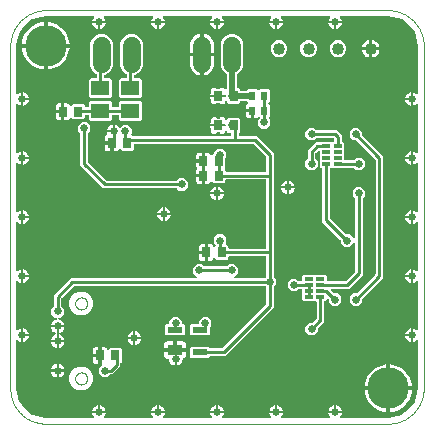
<source format=gbl>
G04 EAGLE Gerber RS-274X export*
G75*
%MOMM*%
%FSLAX35Y35*%
%LPD*%
%INcopper_bottom*%
%IPPOS*%
%AMOC8*
5,1,8,0,0,1.08239X$1,22.5*%
G01*
%ADD10C,0.000000*%
%ADD11R,0.700000X0.900000*%
%ADD12R,1.310000X0.940000*%
%ADD13R,1.310000X0.550000*%
%ADD14R,1.500000X1.300000*%
%ADD15R,0.650000X0.300000*%
%ADD16R,0.600000X0.700000*%
%ADD17C,1.016000*%
%ADD18C,1.524000*%
%ADD19C,3.516000*%
%ADD20C,0.650000*%
%ADD21C,0.250000*%
%ADD22C,0.500000*%

G36*
X299815Y50004D02*
X299815Y50004D01*
X299851Y50001D01*
X322030Y50176D01*
X322383Y50137D01*
X322627Y50064D01*
X322945Y50074D01*
X323608Y50000D01*
X699721Y50000D01*
X700429Y50116D01*
X701145Y50135D01*
X701635Y50314D01*
X702150Y50398D01*
X702782Y50733D01*
X703457Y50979D01*
X703865Y51305D01*
X704325Y51548D01*
X704819Y52069D01*
X705378Y52516D01*
X705660Y52953D01*
X706020Y53332D01*
X706323Y53983D01*
X706710Y54585D01*
X706838Y55091D01*
X707058Y55563D01*
X707137Y56276D01*
X707313Y56971D01*
X707273Y57491D01*
X707331Y58009D01*
X707179Y58710D01*
X707124Y59424D01*
X706920Y59904D01*
X706810Y60414D01*
X706443Y61030D01*
X706163Y61690D01*
X705716Y62248D01*
X705549Y62528D01*
X705368Y62683D01*
X705108Y63009D01*
X705025Y63091D01*
X698689Y72573D01*
X694325Y83110D01*
X692706Y91250D01*
X748868Y91250D01*
X749062Y91282D01*
X749257Y91260D01*
X749864Y91392D01*
X751132Y91250D01*
X807294Y91250D01*
X805675Y83110D01*
X801311Y72573D01*
X794974Y63091D01*
X794892Y63009D01*
X794474Y62428D01*
X793980Y61907D01*
X793760Y61434D01*
X793455Y61011D01*
X793244Y60325D01*
X792942Y59676D01*
X792884Y59158D01*
X792730Y58659D01*
X792748Y57942D01*
X792669Y57230D01*
X792779Y56721D01*
X792793Y56199D01*
X793038Y55525D01*
X793190Y54825D01*
X793457Y54378D01*
X793636Y53888D01*
X794084Y53327D01*
X794450Y52712D01*
X794846Y52373D01*
X795172Y51965D01*
X795774Y51577D01*
X796318Y51110D01*
X796803Y50914D01*
X797240Y50632D01*
X797935Y50456D01*
X798600Y50188D01*
X799311Y50108D01*
X799626Y50028D01*
X799863Y50047D01*
X800278Y50000D01*
X1199721Y50000D01*
X1200429Y50116D01*
X1201145Y50135D01*
X1201635Y50314D01*
X1202150Y50398D01*
X1202782Y50733D01*
X1203457Y50979D01*
X1203865Y51305D01*
X1204325Y51548D01*
X1204819Y52069D01*
X1205378Y52516D01*
X1205660Y52953D01*
X1206020Y53332D01*
X1206323Y53983D01*
X1206710Y54585D01*
X1206838Y55091D01*
X1207058Y55563D01*
X1207137Y56276D01*
X1207313Y56971D01*
X1207273Y57491D01*
X1207331Y58009D01*
X1207179Y58710D01*
X1207124Y59424D01*
X1206920Y59904D01*
X1206810Y60414D01*
X1206443Y61030D01*
X1206163Y61690D01*
X1205716Y62248D01*
X1205549Y62528D01*
X1205368Y62683D01*
X1205108Y63009D01*
X1205025Y63091D01*
X1198689Y72573D01*
X1194325Y83110D01*
X1192706Y91250D01*
X1248868Y91250D01*
X1249062Y91282D01*
X1249257Y91260D01*
X1249864Y91392D01*
X1251132Y91250D01*
X1307294Y91250D01*
X1305675Y83110D01*
X1301311Y72573D01*
X1294974Y63091D01*
X1294892Y63009D01*
X1294474Y62428D01*
X1293980Y61907D01*
X1293760Y61434D01*
X1293455Y61011D01*
X1293244Y60325D01*
X1292942Y59676D01*
X1292884Y59158D01*
X1292730Y58659D01*
X1292748Y57942D01*
X1292669Y57230D01*
X1292779Y56721D01*
X1292793Y56199D01*
X1293038Y55525D01*
X1293190Y54825D01*
X1293457Y54378D01*
X1293636Y53888D01*
X1294084Y53327D01*
X1294450Y52712D01*
X1294846Y52373D01*
X1295172Y51965D01*
X1295774Y51577D01*
X1296318Y51110D01*
X1296803Y50914D01*
X1297240Y50632D01*
X1297935Y50456D01*
X1298600Y50188D01*
X1299311Y50108D01*
X1299626Y50028D01*
X1299863Y50047D01*
X1300278Y50000D01*
X1699721Y50000D01*
X1700429Y50116D01*
X1701145Y50135D01*
X1701635Y50314D01*
X1702150Y50398D01*
X1702782Y50733D01*
X1703457Y50979D01*
X1703865Y51305D01*
X1704325Y51548D01*
X1704819Y52069D01*
X1705378Y52516D01*
X1705660Y52953D01*
X1706020Y53332D01*
X1706323Y53983D01*
X1706710Y54585D01*
X1706838Y55091D01*
X1707058Y55563D01*
X1707137Y56276D01*
X1707313Y56971D01*
X1707273Y57491D01*
X1707331Y58009D01*
X1707179Y58710D01*
X1707124Y59424D01*
X1706920Y59904D01*
X1706810Y60414D01*
X1706443Y61030D01*
X1706163Y61690D01*
X1705716Y62248D01*
X1705549Y62528D01*
X1705368Y62683D01*
X1705108Y63009D01*
X1705025Y63091D01*
X1698689Y72573D01*
X1694325Y83110D01*
X1692706Y91250D01*
X1748868Y91250D01*
X1749062Y91282D01*
X1749257Y91260D01*
X1749864Y91392D01*
X1751132Y91250D01*
X1807294Y91250D01*
X1805675Y83110D01*
X1801311Y72573D01*
X1794974Y63091D01*
X1794892Y63009D01*
X1794474Y62428D01*
X1793980Y61907D01*
X1793760Y61434D01*
X1793455Y61011D01*
X1793244Y60325D01*
X1792942Y59676D01*
X1792884Y59158D01*
X1792730Y58659D01*
X1792748Y57942D01*
X1792669Y57230D01*
X1792779Y56721D01*
X1792793Y56199D01*
X1793038Y55525D01*
X1793190Y54825D01*
X1793457Y54378D01*
X1793636Y53888D01*
X1794084Y53327D01*
X1794450Y52712D01*
X1794846Y52373D01*
X1795172Y51965D01*
X1795774Y51577D01*
X1796318Y51110D01*
X1796803Y50914D01*
X1797240Y50632D01*
X1797935Y50456D01*
X1798600Y50188D01*
X1799311Y50108D01*
X1799626Y50028D01*
X1799863Y50047D01*
X1800278Y50000D01*
X2199721Y50000D01*
X2200429Y50116D01*
X2201145Y50135D01*
X2201635Y50314D01*
X2202150Y50398D01*
X2202782Y50733D01*
X2203457Y50979D01*
X2203865Y51305D01*
X2204325Y51548D01*
X2204819Y52069D01*
X2205378Y52516D01*
X2205660Y52953D01*
X2206020Y53332D01*
X2206323Y53983D01*
X2206710Y54585D01*
X2206838Y55091D01*
X2207058Y55563D01*
X2207137Y56276D01*
X2207313Y56971D01*
X2207273Y57491D01*
X2207331Y58009D01*
X2207179Y58710D01*
X2207124Y59424D01*
X2206920Y59904D01*
X2206810Y60414D01*
X2206443Y61030D01*
X2206163Y61690D01*
X2205716Y62248D01*
X2205549Y62528D01*
X2205368Y62683D01*
X2205108Y63009D01*
X2205025Y63091D01*
X2198689Y72573D01*
X2194325Y83110D01*
X2192706Y91250D01*
X2248868Y91250D01*
X2249062Y91282D01*
X2249257Y91260D01*
X2249864Y91392D01*
X2251132Y91250D01*
X2307294Y91250D01*
X2305675Y83110D01*
X2301311Y72573D01*
X2294974Y63091D01*
X2294892Y63009D01*
X2294474Y62428D01*
X2293980Y61907D01*
X2293760Y61434D01*
X2293455Y61011D01*
X2293244Y60325D01*
X2292942Y59676D01*
X2292884Y59158D01*
X2292730Y58659D01*
X2292748Y57942D01*
X2292669Y57230D01*
X2292779Y56721D01*
X2292793Y56199D01*
X2293038Y55525D01*
X2293190Y54825D01*
X2293457Y54378D01*
X2293636Y53888D01*
X2294084Y53327D01*
X2294450Y52712D01*
X2294846Y52373D01*
X2295172Y51965D01*
X2295774Y51577D01*
X2296318Y51110D01*
X2296803Y50914D01*
X2297240Y50632D01*
X2297935Y50456D01*
X2298600Y50188D01*
X2299311Y50108D01*
X2299626Y50028D01*
X2299863Y50047D01*
X2300278Y50000D01*
X2699721Y50000D01*
X2700429Y50116D01*
X2701145Y50135D01*
X2701635Y50314D01*
X2702150Y50398D01*
X2702782Y50733D01*
X2703457Y50979D01*
X2703865Y51305D01*
X2704325Y51548D01*
X2704819Y52069D01*
X2705378Y52516D01*
X2705660Y52953D01*
X2706020Y53332D01*
X2706323Y53983D01*
X2706710Y54585D01*
X2706838Y55091D01*
X2707058Y55563D01*
X2707137Y56276D01*
X2707313Y56971D01*
X2707273Y57491D01*
X2707331Y58009D01*
X2707179Y58710D01*
X2707124Y59424D01*
X2706920Y59904D01*
X2706810Y60414D01*
X2706443Y61030D01*
X2706163Y61690D01*
X2705716Y62248D01*
X2705549Y62528D01*
X2705368Y62683D01*
X2705108Y63009D01*
X2705025Y63091D01*
X2698689Y72573D01*
X2694325Y83110D01*
X2692706Y91250D01*
X2748868Y91250D01*
X2749062Y91282D01*
X2749257Y91260D01*
X2749864Y91392D01*
X2751132Y91250D01*
X2807294Y91250D01*
X2805675Y83110D01*
X2801311Y72573D01*
X2794974Y63091D01*
X2794892Y63009D01*
X2794474Y62428D01*
X2793980Y61907D01*
X2793760Y61434D01*
X2793455Y61011D01*
X2793244Y60325D01*
X2792942Y59676D01*
X2792884Y59158D01*
X2792730Y58659D01*
X2792748Y57942D01*
X2792669Y57230D01*
X2792779Y56721D01*
X2792793Y56199D01*
X2793038Y55525D01*
X2793190Y54825D01*
X2793457Y54378D01*
X2793636Y53888D01*
X2794084Y53327D01*
X2794450Y52712D01*
X2794846Y52373D01*
X2795172Y51965D01*
X2795774Y51577D01*
X2796318Y51110D01*
X2796803Y50914D01*
X2797240Y50632D01*
X2797935Y50456D01*
X2798600Y50188D01*
X2799311Y50108D01*
X2799626Y50028D01*
X2799863Y50047D01*
X2800278Y50000D01*
X3200000Y50000D01*
X3200219Y50036D01*
X3200598Y50024D01*
X3238514Y53008D01*
X3238565Y53020D01*
X3238617Y53017D01*
X3240271Y53357D01*
X3312393Y76791D01*
X3312706Y76953D01*
X3313049Y77038D01*
X3314517Y77873D01*
X3375867Y122447D01*
X3376114Y122697D01*
X3376415Y122885D01*
X3377553Y124133D01*
X3422126Y185483D01*
X3422285Y185798D01*
X3422512Y186068D01*
X3423209Y187607D01*
X3446643Y259729D01*
X3446650Y259781D01*
X3446673Y259827D01*
X3446992Y261486D01*
X3449976Y299402D01*
X3449958Y299623D01*
X3449999Y300000D01*
X3449999Y699721D01*
X3449883Y700429D01*
X3449865Y701145D01*
X3449686Y701635D01*
X3449602Y702150D01*
X3449267Y702782D01*
X3449021Y703457D01*
X3448695Y703864D01*
X3448451Y704325D01*
X3447931Y704819D01*
X3447484Y705378D01*
X3447046Y705660D01*
X3446668Y706020D01*
X3446017Y706323D01*
X3445415Y706710D01*
X3444909Y706838D01*
X3444436Y707058D01*
X3443724Y707137D01*
X3443029Y707313D01*
X3442509Y707273D01*
X3441991Y707331D01*
X3441290Y707179D01*
X3440575Y707124D01*
X3440095Y706920D01*
X3439586Y706810D01*
X3438970Y706443D01*
X3438310Y706163D01*
X3437752Y705716D01*
X3437472Y705549D01*
X3437317Y705368D01*
X3436991Y705108D01*
X3436909Y705025D01*
X3427426Y698689D01*
X3416889Y694325D01*
X3408749Y692706D01*
X3408749Y748868D01*
X3408718Y749062D01*
X3408739Y749257D01*
X3408608Y749864D01*
X3408749Y751132D01*
X3408749Y807294D01*
X3416889Y805675D01*
X3427426Y801311D01*
X3436909Y794974D01*
X3436991Y794892D01*
X3437572Y794474D01*
X3438093Y793980D01*
X3438566Y793760D01*
X3438989Y793455D01*
X3439674Y793244D01*
X3440324Y792942D01*
X3440841Y792884D01*
X3441340Y792730D01*
X3442058Y792748D01*
X3442769Y792669D01*
X3443278Y792779D01*
X3443800Y792793D01*
X3444475Y793038D01*
X3445174Y793190D01*
X3445622Y793457D01*
X3446112Y793636D01*
X3446673Y794084D01*
X3447288Y794450D01*
X3447627Y794846D01*
X3448035Y795172D01*
X3448423Y795774D01*
X3448890Y796318D01*
X3449085Y796803D01*
X3449368Y797240D01*
X3449543Y797935D01*
X3449812Y798600D01*
X3449892Y799311D01*
X3449971Y799626D01*
X3449953Y799863D01*
X3449999Y800278D01*
X3449999Y1199721D01*
X3449883Y1200429D01*
X3449865Y1201145D01*
X3449686Y1201635D01*
X3449602Y1202150D01*
X3449267Y1202782D01*
X3449021Y1203457D01*
X3448695Y1203865D01*
X3448451Y1204325D01*
X3447931Y1204819D01*
X3447484Y1205378D01*
X3447046Y1205660D01*
X3446668Y1206020D01*
X3446017Y1206323D01*
X3445415Y1206710D01*
X3444909Y1206838D01*
X3444436Y1207058D01*
X3443724Y1207137D01*
X3443029Y1207313D01*
X3442509Y1207273D01*
X3441991Y1207331D01*
X3441290Y1207179D01*
X3440575Y1207124D01*
X3440095Y1206920D01*
X3439586Y1206810D01*
X3438970Y1206443D01*
X3438310Y1206163D01*
X3437752Y1205716D01*
X3437472Y1205549D01*
X3437317Y1205368D01*
X3436991Y1205108D01*
X3436909Y1205025D01*
X3427426Y1198689D01*
X3416889Y1194325D01*
X3408749Y1192706D01*
X3408749Y1248868D01*
X3408718Y1249062D01*
X3408739Y1249257D01*
X3408608Y1249864D01*
X3408749Y1251132D01*
X3408749Y1307294D01*
X3416889Y1305675D01*
X3427426Y1301311D01*
X3436909Y1294974D01*
X3436991Y1294892D01*
X3437572Y1294474D01*
X3438093Y1293980D01*
X3438566Y1293760D01*
X3438989Y1293455D01*
X3439674Y1293244D01*
X3440324Y1292942D01*
X3440841Y1292884D01*
X3441340Y1292730D01*
X3442058Y1292748D01*
X3442769Y1292669D01*
X3443278Y1292779D01*
X3443800Y1292793D01*
X3444475Y1293038D01*
X3445174Y1293190D01*
X3445622Y1293457D01*
X3446112Y1293636D01*
X3446673Y1294084D01*
X3447288Y1294450D01*
X3447627Y1294846D01*
X3448035Y1295172D01*
X3448423Y1295774D01*
X3448890Y1296318D01*
X3449085Y1296803D01*
X3449368Y1297240D01*
X3449543Y1297935D01*
X3449812Y1298600D01*
X3449892Y1299311D01*
X3449971Y1299626D01*
X3449953Y1299863D01*
X3449999Y1300278D01*
X3449999Y1699721D01*
X3449883Y1700429D01*
X3449865Y1701145D01*
X3449686Y1701635D01*
X3449602Y1702150D01*
X3449267Y1702782D01*
X3449021Y1703457D01*
X3448695Y1703865D01*
X3448451Y1704325D01*
X3447931Y1704819D01*
X3447484Y1705378D01*
X3447046Y1705660D01*
X3446668Y1706020D01*
X3446017Y1706323D01*
X3445415Y1706710D01*
X3444909Y1706838D01*
X3444436Y1707058D01*
X3443724Y1707137D01*
X3443029Y1707313D01*
X3442509Y1707273D01*
X3441991Y1707331D01*
X3441290Y1707179D01*
X3440575Y1707124D01*
X3440095Y1706920D01*
X3439586Y1706810D01*
X3438970Y1706443D01*
X3438310Y1706163D01*
X3437752Y1705716D01*
X3437472Y1705549D01*
X3437317Y1705368D01*
X3436991Y1705108D01*
X3436909Y1705025D01*
X3427426Y1698689D01*
X3416889Y1694325D01*
X3408749Y1692706D01*
X3408749Y1748868D01*
X3408718Y1749062D01*
X3408739Y1749257D01*
X3408608Y1749864D01*
X3408749Y1751132D01*
X3408749Y1807294D01*
X3416889Y1805675D01*
X3427426Y1801311D01*
X3436909Y1794974D01*
X3436991Y1794892D01*
X3437572Y1794474D01*
X3438093Y1793980D01*
X3438566Y1793760D01*
X3438989Y1793455D01*
X3439674Y1793244D01*
X3440324Y1792942D01*
X3440841Y1792884D01*
X3441340Y1792730D01*
X3442058Y1792748D01*
X3442769Y1792669D01*
X3443278Y1792779D01*
X3443800Y1792793D01*
X3444475Y1793038D01*
X3445174Y1793190D01*
X3445622Y1793457D01*
X3446112Y1793636D01*
X3446673Y1794084D01*
X3447288Y1794450D01*
X3447627Y1794846D01*
X3448035Y1795172D01*
X3448423Y1795774D01*
X3448890Y1796318D01*
X3449085Y1796803D01*
X3449368Y1797240D01*
X3449543Y1797935D01*
X3449812Y1798600D01*
X3449892Y1799311D01*
X3449971Y1799626D01*
X3449953Y1799863D01*
X3449999Y1800278D01*
X3449999Y2199721D01*
X3449883Y2200429D01*
X3449865Y2201145D01*
X3449686Y2201635D01*
X3449602Y2202150D01*
X3449267Y2202782D01*
X3449021Y2203457D01*
X3448695Y2203865D01*
X3448451Y2204325D01*
X3447931Y2204819D01*
X3447484Y2205378D01*
X3447046Y2205660D01*
X3446668Y2206020D01*
X3446017Y2206323D01*
X3445415Y2206710D01*
X3444909Y2206838D01*
X3444436Y2207058D01*
X3443724Y2207137D01*
X3443029Y2207313D01*
X3442509Y2207273D01*
X3441991Y2207331D01*
X3441290Y2207179D01*
X3440575Y2207124D01*
X3440095Y2206920D01*
X3439586Y2206810D01*
X3438970Y2206443D01*
X3438310Y2206163D01*
X3437752Y2205716D01*
X3437472Y2205549D01*
X3437317Y2205368D01*
X3436991Y2205108D01*
X3436909Y2205025D01*
X3427426Y2198689D01*
X3416889Y2194325D01*
X3408749Y2192706D01*
X3408749Y2248868D01*
X3408718Y2249062D01*
X3408739Y2249257D01*
X3408608Y2249864D01*
X3408749Y2251132D01*
X3408749Y2307294D01*
X3416889Y2305675D01*
X3427426Y2301311D01*
X3436909Y2294974D01*
X3436991Y2294892D01*
X3437572Y2294474D01*
X3438093Y2293980D01*
X3438566Y2293760D01*
X3438989Y2293455D01*
X3439674Y2293244D01*
X3440324Y2292942D01*
X3440841Y2292884D01*
X3441340Y2292730D01*
X3442058Y2292748D01*
X3442769Y2292669D01*
X3443278Y2292779D01*
X3443800Y2292793D01*
X3444475Y2293038D01*
X3445174Y2293190D01*
X3445621Y2293457D01*
X3446112Y2293636D01*
X3446673Y2294084D01*
X3447288Y2294450D01*
X3447627Y2294846D01*
X3448035Y2295172D01*
X3448423Y2295774D01*
X3448890Y2296318D01*
X3449085Y2296803D01*
X3449368Y2297240D01*
X3449543Y2297935D01*
X3449812Y2298600D01*
X3449892Y2299311D01*
X3449971Y2299626D01*
X3449953Y2299863D01*
X3449999Y2300278D01*
X3449999Y2699721D01*
X3449883Y2700429D01*
X3449865Y2701145D01*
X3449686Y2701635D01*
X3449602Y2702150D01*
X3449267Y2702782D01*
X3449021Y2703457D01*
X3448695Y2703865D01*
X3448451Y2704325D01*
X3447931Y2704819D01*
X3447484Y2705378D01*
X3447046Y2705660D01*
X3446668Y2706020D01*
X3446017Y2706323D01*
X3445415Y2706710D01*
X3444909Y2706838D01*
X3444436Y2707058D01*
X3443724Y2707137D01*
X3443029Y2707313D01*
X3442509Y2707273D01*
X3441991Y2707331D01*
X3441290Y2707179D01*
X3440575Y2707124D01*
X3440095Y2706920D01*
X3439586Y2706810D01*
X3438970Y2706443D01*
X3438310Y2706163D01*
X3437752Y2705716D01*
X3437472Y2705549D01*
X3437317Y2705368D01*
X3436991Y2705108D01*
X3436909Y2705025D01*
X3427426Y2698689D01*
X3416889Y2694325D01*
X3408749Y2692706D01*
X3408749Y2748868D01*
X3408718Y2749062D01*
X3408739Y2749257D01*
X3408608Y2749864D01*
X3408749Y2751132D01*
X3408749Y2807294D01*
X3416889Y2805675D01*
X3427426Y2801311D01*
X3436909Y2794974D01*
X3436991Y2794892D01*
X3437572Y2794474D01*
X3438093Y2793980D01*
X3438566Y2793760D01*
X3438989Y2793455D01*
X3439674Y2793244D01*
X3440324Y2792942D01*
X3440841Y2792884D01*
X3441340Y2792730D01*
X3442058Y2792748D01*
X3442769Y2792669D01*
X3443278Y2792779D01*
X3443800Y2792793D01*
X3444475Y2793038D01*
X3445174Y2793190D01*
X3445622Y2793457D01*
X3446112Y2793636D01*
X3446673Y2794084D01*
X3447288Y2794450D01*
X3447627Y2794846D01*
X3448035Y2795172D01*
X3448423Y2795774D01*
X3448890Y2796318D01*
X3449085Y2796803D01*
X3449368Y2797240D01*
X3449543Y2797935D01*
X3449812Y2798600D01*
X3449892Y2799311D01*
X3449971Y2799626D01*
X3449953Y2799863D01*
X3449999Y2800278D01*
X3449999Y3199983D01*
X3449963Y3200202D01*
X3449976Y3200581D01*
X3446992Y3238498D01*
X3446979Y3238549D01*
X3446983Y3238601D01*
X3446642Y3240255D01*
X3423207Y3312379D01*
X3423045Y3312693D01*
X3422960Y3313035D01*
X3422124Y3314503D01*
X3377548Y3375855D01*
X3377297Y3376103D01*
X3377110Y3376403D01*
X3375862Y3377541D01*
X3314508Y3422114D01*
X3314193Y3422272D01*
X3313922Y3422499D01*
X3312383Y3423196D01*
X3240258Y3446627D01*
X3240208Y3446635D01*
X3240160Y3446658D01*
X3238502Y3446977D01*
X3200584Y3449959D01*
X3200363Y3449940D01*
X3199986Y3449982D01*
X2800318Y3449959D01*
X2799611Y3449843D01*
X2798894Y3449825D01*
X2798405Y3449646D01*
X2797889Y3449562D01*
X2797255Y3449226D01*
X2796583Y3448981D01*
X2796176Y3448655D01*
X2795714Y3448411D01*
X2795221Y3447892D01*
X2794661Y3447444D01*
X2794379Y3447005D01*
X2794019Y3446627D01*
X2793717Y3445977D01*
X2793329Y3445374D01*
X2793202Y3444869D01*
X2792982Y3444396D01*
X2792902Y3443684D01*
X2792727Y3442988D01*
X2792767Y3442468D01*
X2792709Y3441950D01*
X2792861Y3441250D01*
X2792916Y3440535D01*
X2793120Y3440055D01*
X2793230Y3439545D01*
X2793597Y3438930D01*
X2793877Y3438270D01*
X2794323Y3437712D01*
X2794491Y3437432D01*
X2794672Y3437276D01*
X2794932Y3436951D01*
X2794974Y3436909D01*
X2801311Y3427426D01*
X2805675Y3416889D01*
X2807294Y3408749D01*
X2751132Y3408749D01*
X2750938Y3408718D01*
X2750743Y3408739D01*
X2750136Y3408608D01*
X2748868Y3408749D01*
X2692706Y3408749D01*
X2694325Y3416889D01*
X2698689Y3427426D01*
X2705025Y3436909D01*
X2705063Y3436947D01*
X2705482Y3437529D01*
X2705974Y3438048D01*
X2706195Y3438521D01*
X2706499Y3438945D01*
X2706710Y3439629D01*
X2707012Y3440278D01*
X2707070Y3440798D01*
X2707224Y3441297D01*
X2707205Y3442013D01*
X2707285Y3442724D01*
X2707174Y3443235D01*
X2707161Y3443757D01*
X2706916Y3444428D01*
X2706764Y3445129D01*
X2706496Y3445578D01*
X2706317Y3446068D01*
X2705870Y3446627D01*
X2705503Y3447243D01*
X2705106Y3447583D01*
X2704781Y3447990D01*
X2704178Y3448378D01*
X2703635Y3448844D01*
X2703151Y3449040D01*
X2702712Y3449323D01*
X2702017Y3449498D01*
X2701353Y3449767D01*
X2700643Y3449846D01*
X2700326Y3449926D01*
X2700088Y3449908D01*
X2699675Y3449954D01*
X2300347Y3449931D01*
X2299639Y3449815D01*
X2298923Y3449797D01*
X2298433Y3449618D01*
X2297918Y3449533D01*
X2297283Y3449198D01*
X2296611Y3448952D01*
X2296204Y3448627D01*
X2295743Y3448383D01*
X2295249Y3447863D01*
X2294689Y3447415D01*
X2294407Y3446977D01*
X2294048Y3446598D01*
X2293745Y3445948D01*
X2293358Y3445346D01*
X2293230Y3444841D01*
X2293010Y3444368D01*
X2292931Y3443655D01*
X2292755Y3442960D01*
X2292795Y3442439D01*
X2292738Y3441922D01*
X2292889Y3441221D01*
X2292944Y3440507D01*
X2293148Y3440027D01*
X2293258Y3439517D01*
X2293626Y3438902D01*
X2293906Y3438241D01*
X2294352Y3437683D01*
X2294519Y3437403D01*
X2294700Y3437248D01*
X2294961Y3436922D01*
X2294975Y3436908D01*
X2301311Y3427426D01*
X2305675Y3416889D01*
X2307294Y3408749D01*
X2251132Y3408749D01*
X2250938Y3408718D01*
X2250743Y3408739D01*
X2250136Y3408608D01*
X2248868Y3408749D01*
X2192706Y3408749D01*
X2194325Y3416889D01*
X2198689Y3427426D01*
X2205025Y3436909D01*
X2205035Y3436918D01*
X2205453Y3437500D01*
X2205946Y3438019D01*
X2206166Y3438493D01*
X2206471Y3438917D01*
X2206682Y3439601D01*
X2206984Y3440250D01*
X2207042Y3440769D01*
X2207195Y3441268D01*
X2207177Y3441984D01*
X2207256Y3442696D01*
X2207146Y3443207D01*
X2207132Y3443728D01*
X2206887Y3444400D01*
X2206735Y3445101D01*
X2206468Y3445549D01*
X2206289Y3446040D01*
X2205842Y3446599D01*
X2205475Y3447214D01*
X2205078Y3447554D01*
X2204752Y3447962D01*
X2204150Y3448349D01*
X2203606Y3448816D01*
X2203122Y3449011D01*
X2202683Y3449294D01*
X2201989Y3449470D01*
X2201325Y3449738D01*
X2200614Y3449818D01*
X2200298Y3449898D01*
X2200060Y3449879D01*
X2199647Y3449925D01*
X1800375Y3449903D01*
X1799668Y3449787D01*
X1798953Y3449768D01*
X1798463Y3449590D01*
X1797947Y3449505D01*
X1797314Y3449170D01*
X1796642Y3448925D01*
X1796233Y3448598D01*
X1795772Y3448354D01*
X1795279Y3447835D01*
X1794720Y3447388D01*
X1794437Y3446949D01*
X1794077Y3446570D01*
X1793774Y3445920D01*
X1793388Y3445319D01*
X1793260Y3444814D01*
X1793039Y3444339D01*
X1792959Y3443627D01*
X1792784Y3442934D01*
X1792824Y3442413D01*
X1792766Y3441893D01*
X1792918Y3441194D01*
X1792973Y3440480D01*
X1793177Y3439999D01*
X1793287Y3439488D01*
X1793654Y3438873D01*
X1793933Y3438215D01*
X1794380Y3437655D01*
X1794548Y3437375D01*
X1794728Y3437220D01*
X1794961Y3436929D01*
X1801311Y3427426D01*
X1805675Y3416889D01*
X1807294Y3408749D01*
X1751132Y3408749D01*
X1750938Y3408718D01*
X1750743Y3408739D01*
X1750136Y3408608D01*
X1748868Y3408749D01*
X1692706Y3408749D01*
X1694325Y3416889D01*
X1698689Y3427426D01*
X1705102Y3437024D01*
X1705423Y3437470D01*
X1705918Y3437990D01*
X1706138Y3438463D01*
X1706441Y3438886D01*
X1706652Y3439570D01*
X1706955Y3440221D01*
X1707013Y3440739D01*
X1707167Y3441237D01*
X1707148Y3441955D01*
X1707228Y3442667D01*
X1707118Y3443176D01*
X1707104Y3443697D01*
X1706859Y3444371D01*
X1706707Y3445072D01*
X1706440Y3445520D01*
X1706261Y3446009D01*
X1705814Y3446569D01*
X1705446Y3447186D01*
X1705051Y3447525D01*
X1704726Y3447932D01*
X1704122Y3448320D01*
X1703578Y3448787D01*
X1703095Y3448982D01*
X1702657Y3449264D01*
X1701962Y3449440D01*
X1701297Y3449709D01*
X1700587Y3449788D01*
X1700271Y3449868D01*
X1700033Y3449850D01*
X1699618Y3449897D01*
X1300404Y3449874D01*
X1299696Y3449758D01*
X1298979Y3449739D01*
X1298490Y3449561D01*
X1297975Y3449476D01*
X1297341Y3449141D01*
X1296668Y3448895D01*
X1296261Y3448569D01*
X1295800Y3448325D01*
X1295307Y3447806D01*
X1294746Y3447358D01*
X1294464Y3446919D01*
X1294105Y3446541D01*
X1293803Y3445892D01*
X1293415Y3445288D01*
X1293287Y3444783D01*
X1293067Y3444310D01*
X1292988Y3443598D01*
X1292812Y3442903D01*
X1292853Y3442382D01*
X1292795Y3441864D01*
X1292946Y3441164D01*
X1293002Y3440449D01*
X1293205Y3439969D01*
X1293316Y3439460D01*
X1293683Y3438844D01*
X1293963Y3438184D01*
X1294409Y3437627D01*
X1294576Y3437346D01*
X1294758Y3437190D01*
X1294930Y3436975D01*
X1301311Y3427426D01*
X1305675Y3416889D01*
X1307294Y3408749D01*
X1251132Y3408749D01*
X1250938Y3408718D01*
X1250743Y3408739D01*
X1250136Y3408608D01*
X1248868Y3408749D01*
X1192706Y3408749D01*
X1194325Y3416889D01*
X1198689Y3427426D01*
X1205206Y3437179D01*
X1205395Y3437442D01*
X1205889Y3437962D01*
X1206109Y3438434D01*
X1206413Y3438857D01*
X1206624Y3439542D01*
X1206927Y3440193D01*
X1206985Y3440711D01*
X1207138Y3441208D01*
X1207120Y3441926D01*
X1207199Y3442639D01*
X1207089Y3443148D01*
X1207076Y3443668D01*
X1206830Y3444342D01*
X1206678Y3445043D01*
X1206412Y3445491D01*
X1206233Y3445980D01*
X1205785Y3446541D01*
X1205418Y3447157D01*
X1205022Y3447496D01*
X1204697Y3447903D01*
X1204094Y3448292D01*
X1203549Y3448758D01*
X1203067Y3448954D01*
X1202628Y3449236D01*
X1201933Y3449412D01*
X1201268Y3449681D01*
X1200559Y3449760D01*
X1200243Y3449840D01*
X1200005Y3449822D01*
X1199590Y3449868D01*
X800432Y3449845D01*
X799725Y3449729D01*
X799008Y3449711D01*
X798518Y3449532D01*
X798003Y3449448D01*
X797370Y3449113D01*
X796696Y3448867D01*
X796288Y3448540D01*
X795828Y3448297D01*
X795335Y3447778D01*
X794775Y3447329D01*
X794492Y3446891D01*
X794133Y3446513D01*
X793831Y3445863D01*
X793443Y3445260D01*
X793315Y3444754D01*
X793096Y3444282D01*
X793016Y3443569D01*
X792841Y3442874D01*
X792881Y3442354D01*
X792823Y3441836D01*
X792975Y3441136D01*
X793030Y3440421D01*
X793234Y3439941D01*
X793344Y3439431D01*
X793712Y3438815D01*
X793992Y3438155D01*
X794438Y3437598D01*
X794605Y3437318D01*
X794786Y3437162D01*
X794903Y3437017D01*
X801311Y3427426D01*
X805675Y3416889D01*
X807294Y3408749D01*
X751132Y3408749D01*
X750938Y3408718D01*
X750743Y3408739D01*
X750136Y3408608D01*
X748868Y3408749D01*
X692706Y3408749D01*
X694325Y3416889D01*
X698689Y3427426D01*
X705308Y3437332D01*
X705367Y3437414D01*
X705861Y3437933D01*
X706080Y3438406D01*
X706384Y3438828D01*
X706595Y3439513D01*
X706898Y3440164D01*
X706956Y3440682D01*
X707110Y3441180D01*
X707092Y3441898D01*
X707171Y3442610D01*
X707061Y3443119D01*
X707048Y3443640D01*
X706802Y3444313D01*
X706650Y3445015D01*
X706383Y3445463D01*
X706205Y3445952D01*
X705757Y3446512D01*
X705389Y3447129D01*
X704994Y3447468D01*
X704669Y3447875D01*
X704065Y3448264D01*
X703521Y3448730D01*
X703039Y3448925D01*
X702600Y3449208D01*
X701904Y3449384D01*
X701240Y3449653D01*
X700531Y3449732D01*
X700215Y3449812D01*
X699977Y3449793D01*
X699561Y3449840D01*
X300243Y3449817D01*
X300232Y3449815D01*
X300216Y3449817D01*
X300128Y3449817D01*
X299916Y3449781D01*
X299554Y3449793D01*
X262015Y3446821D01*
X261975Y3446811D01*
X261933Y3446814D01*
X260278Y3446477D01*
X188814Y3423438D01*
X188512Y3423283D01*
X188183Y3423203D01*
X186710Y3422377D01*
X125701Y3378608D01*
X125461Y3378368D01*
X125172Y3378192D01*
X124022Y3376955D01*
X79300Y3316640D01*
X79145Y3316338D01*
X78924Y3316082D01*
X78207Y3314553D01*
X54049Y3243459D01*
X54043Y3243417D01*
X54024Y3243381D01*
X53678Y3241728D01*
X50126Y3204328D01*
X50143Y3204070D01*
X50092Y3203608D01*
X50080Y2800359D01*
X50097Y2800260D01*
X50090Y2800205D01*
X50152Y2799921D01*
X50196Y2799651D01*
X50215Y2798934D01*
X50393Y2798445D01*
X50478Y2797930D01*
X50813Y2797295D01*
X51059Y2796623D01*
X51384Y2796216D01*
X51628Y2795755D01*
X52148Y2795261D01*
X52596Y2794701D01*
X53035Y2794418D01*
X53412Y2794060D01*
X54062Y2793758D01*
X54665Y2793369D01*
X55171Y2793242D01*
X55643Y2793022D01*
X56355Y2792943D01*
X57051Y2792767D01*
X57572Y2792807D01*
X58089Y2792749D01*
X58789Y2792901D01*
X59505Y2792956D01*
X59985Y2793160D01*
X60494Y2793270D01*
X61110Y2793638D01*
X61770Y2793918D01*
X62328Y2794363D01*
X62608Y2794530D01*
X62763Y2794711D01*
X63089Y2794972D01*
X63092Y2794975D01*
X72573Y2801311D01*
X83110Y2805675D01*
X91250Y2807294D01*
X91250Y2751132D01*
X91282Y2750938D01*
X91260Y2750743D01*
X91392Y2750136D01*
X91250Y2748868D01*
X91250Y2692706D01*
X83110Y2694325D01*
X72573Y2698689D01*
X63092Y2705025D01*
X63086Y2705031D01*
X62503Y2705450D01*
X61984Y2705943D01*
X61512Y2706163D01*
X61088Y2706467D01*
X60403Y2706678D01*
X59753Y2706981D01*
X59235Y2707039D01*
X58737Y2707193D01*
X58019Y2707174D01*
X57308Y2707254D01*
X56798Y2707143D01*
X56277Y2707130D01*
X55603Y2706884D01*
X54902Y2706733D01*
X54454Y2706466D01*
X53965Y2706287D01*
X53404Y2705840D01*
X52789Y2705473D01*
X52450Y2705077D01*
X52042Y2704751D01*
X51653Y2704148D01*
X51187Y2703604D01*
X50992Y2703122D01*
X50709Y2702683D01*
X50533Y2701987D01*
X50264Y2701323D01*
X50185Y2700613D01*
X50105Y2700297D01*
X50123Y2700060D01*
X50077Y2699645D01*
X50066Y2300344D01*
X50182Y2299636D01*
X50200Y2298920D01*
X50379Y2298431D01*
X50463Y2297916D01*
X50799Y2297280D01*
X51045Y2296608D01*
X51370Y2296202D01*
X51614Y2295741D01*
X52134Y2295247D01*
X52582Y2294687D01*
X53020Y2294404D01*
X53398Y2294046D01*
X54048Y2293743D01*
X54651Y2293355D01*
X55157Y2293227D01*
X55629Y2293008D01*
X56341Y2292928D01*
X57037Y2292752D01*
X57558Y2292793D01*
X58074Y2292735D01*
X58774Y2292886D01*
X59490Y2292942D01*
X59971Y2293145D01*
X60480Y2293256D01*
X61095Y2293622D01*
X61756Y2293903D01*
X62314Y2294350D01*
X62593Y2294516D01*
X62748Y2294696D01*
X63075Y2294958D01*
X63092Y2294975D01*
X72573Y2301311D01*
X83110Y2305675D01*
X91250Y2307294D01*
X91250Y2251132D01*
X91282Y2250938D01*
X91260Y2250743D01*
X91392Y2250136D01*
X91250Y2248868D01*
X91250Y2192706D01*
X83110Y2194325D01*
X72573Y2198689D01*
X63092Y2205025D01*
X63072Y2205045D01*
X62488Y2205464D01*
X61970Y2205957D01*
X61498Y2206176D01*
X61074Y2206482D01*
X60388Y2206693D01*
X59739Y2206995D01*
X59222Y2207053D01*
X58723Y2207207D01*
X58005Y2207188D01*
X57293Y2207268D01*
X56784Y2207158D01*
X56263Y2207144D01*
X55588Y2206898D01*
X54888Y2206747D01*
X54440Y2206480D01*
X53951Y2206301D01*
X53390Y2205854D01*
X52775Y2205487D01*
X52436Y2205091D01*
X52028Y2204765D01*
X51639Y2204162D01*
X51173Y2203618D01*
X50978Y2203136D01*
X50695Y2202697D01*
X50519Y2202001D01*
X50250Y2201337D01*
X50171Y2200627D01*
X50091Y2200311D01*
X50109Y2200074D01*
X50063Y2199659D01*
X50052Y1800330D01*
X50167Y1799623D01*
X50186Y1798908D01*
X50364Y1798418D01*
X50449Y1797902D01*
X50784Y1797268D01*
X51029Y1796596D01*
X51355Y1796188D01*
X51599Y1795727D01*
X52119Y1795233D01*
X52566Y1794674D01*
X53005Y1794391D01*
X53383Y1794032D01*
X54033Y1793729D01*
X54635Y1793342D01*
X55141Y1793214D01*
X55614Y1792993D01*
X56326Y1792914D01*
X57020Y1792738D01*
X57542Y1792778D01*
X58060Y1792721D01*
X58759Y1792872D01*
X59474Y1792927D01*
X59955Y1793131D01*
X60465Y1793242D01*
X61080Y1793608D01*
X61739Y1793888D01*
X62299Y1794335D01*
X62579Y1794502D01*
X62733Y1794682D01*
X63059Y1794942D01*
X63091Y1794974D01*
X72573Y1801311D01*
X83110Y1805675D01*
X91250Y1807294D01*
X91250Y1751132D01*
X91282Y1750938D01*
X91260Y1750743D01*
X91392Y1750136D01*
X91250Y1748868D01*
X91250Y1692706D01*
X83110Y1694325D01*
X72573Y1698689D01*
X63091Y1705025D01*
X63057Y1705059D01*
X62475Y1705478D01*
X61956Y1705971D01*
X61483Y1706191D01*
X61059Y1706496D01*
X60374Y1706708D01*
X59725Y1707009D01*
X59207Y1707067D01*
X58708Y1707221D01*
X57991Y1707203D01*
X57279Y1707282D01*
X56770Y1707172D01*
X56248Y1707159D01*
X55574Y1706913D01*
X54874Y1706761D01*
X54426Y1706494D01*
X53936Y1706316D01*
X53376Y1705868D01*
X52760Y1705501D01*
X52421Y1705105D01*
X52013Y1704780D01*
X51625Y1704176D01*
X51159Y1703633D01*
X50963Y1703150D01*
X50681Y1702711D01*
X50505Y1702016D01*
X50236Y1701352D01*
X50157Y1700641D01*
X50077Y1700326D01*
X50095Y1700088D01*
X50049Y1699673D01*
X50038Y1300316D01*
X50153Y1299608D01*
X50172Y1298891D01*
X50350Y1298403D01*
X50435Y1297887D01*
X50771Y1297252D01*
X51016Y1296580D01*
X51341Y1296174D01*
X51585Y1295712D01*
X52105Y1295218D01*
X52553Y1294658D01*
X52992Y1294376D01*
X53369Y1294017D01*
X54019Y1293715D01*
X54623Y1293327D01*
X55128Y1293199D01*
X55600Y1292979D01*
X56312Y1292900D01*
X57008Y1292724D01*
X57529Y1292764D01*
X58046Y1292706D01*
X58746Y1292858D01*
X59462Y1292913D01*
X59942Y1293117D01*
X60451Y1293227D01*
X61066Y1293594D01*
X61727Y1293874D01*
X62285Y1294321D01*
X62565Y1294488D01*
X62720Y1294668D01*
X63046Y1294929D01*
X63091Y1294974D01*
X72573Y1301311D01*
X83110Y1305675D01*
X91250Y1307294D01*
X91250Y1251132D01*
X91282Y1250938D01*
X91260Y1250743D01*
X91392Y1250136D01*
X91250Y1248868D01*
X91250Y1192706D01*
X83110Y1194325D01*
X72573Y1198689D01*
X63091Y1205025D01*
X63042Y1205075D01*
X62459Y1205493D01*
X61941Y1205985D01*
X61468Y1206205D01*
X61043Y1206511D01*
X60358Y1206722D01*
X59710Y1207023D01*
X59192Y1207081D01*
X58692Y1207235D01*
X57976Y1207217D01*
X57265Y1207296D01*
X56754Y1207186D01*
X56232Y1207172D01*
X55559Y1206927D01*
X54859Y1206775D01*
X54411Y1206508D01*
X53920Y1206329D01*
X53360Y1205882D01*
X52746Y1205515D01*
X52406Y1205118D01*
X51998Y1204792D01*
X51610Y1204190D01*
X51144Y1203647D01*
X50948Y1203162D01*
X50666Y1202723D01*
X50490Y1202030D01*
X50222Y1201366D01*
X50142Y1200654D01*
X50062Y1200338D01*
X50080Y1200100D01*
X50034Y1199687D01*
X50023Y800302D01*
X50139Y799593D01*
X50158Y798877D01*
X50336Y798388D01*
X50420Y797873D01*
X50756Y797238D01*
X51002Y796566D01*
X51327Y796158D01*
X51571Y795698D01*
X52090Y795204D01*
X52539Y794644D01*
X52978Y794361D01*
X53355Y794003D01*
X54005Y793701D01*
X54608Y793312D01*
X55113Y793185D01*
X55586Y792965D01*
X56299Y792885D01*
X56994Y792710D01*
X57513Y792750D01*
X58032Y792692D01*
X58732Y792844D01*
X59448Y792899D01*
X59928Y793103D01*
X60437Y793213D01*
X61052Y793580D01*
X61713Y793860D01*
X62270Y794306D01*
X62550Y794473D01*
X62706Y794654D01*
X63032Y794915D01*
X63091Y794974D01*
X72573Y801311D01*
X83110Y805675D01*
X91250Y807294D01*
X91250Y751132D01*
X91282Y750938D01*
X91260Y750743D01*
X91392Y750136D01*
X91250Y748868D01*
X91250Y692706D01*
X83110Y694325D01*
X72573Y698689D01*
X63091Y705025D01*
X63029Y705088D01*
X62447Y705506D01*
X61927Y706000D01*
X61455Y706219D01*
X61031Y706524D01*
X60346Y706736D01*
X59696Y707038D01*
X59178Y707096D01*
X58679Y707249D01*
X57962Y707231D01*
X57251Y707311D01*
X56742Y707200D01*
X56219Y707187D01*
X55545Y706941D01*
X54845Y706790D01*
X54398Y706523D01*
X53908Y706344D01*
X53347Y705896D01*
X52732Y705529D01*
X52393Y705134D01*
X51985Y704808D01*
X51596Y704205D01*
X51130Y703661D01*
X50935Y703178D01*
X50652Y702739D01*
X50476Y702045D01*
X50208Y701380D01*
X50128Y700669D01*
X50048Y700354D01*
X50067Y700117D01*
X50020Y699702D01*
X50009Y295728D01*
X50048Y295491D01*
X50037Y295070D01*
X53287Y257567D01*
X53300Y257516D01*
X53297Y257464D01*
X53650Y255813D01*
X77421Y184574D01*
X77484Y184453D01*
X77505Y184355D01*
X77603Y184191D01*
X77673Y183920D01*
X78519Y182458D01*
X123141Y122051D01*
X123394Y121804D01*
X123583Y121507D01*
X124840Y120379D01*
X185944Y76718D01*
X186261Y76562D01*
X186533Y76337D01*
X188077Y75653D01*
X259683Y53011D01*
X259735Y53003D01*
X259781Y52981D01*
X261442Y52676D01*
X298988Y50019D01*
X299189Y50038D01*
X299525Y50000D01*
X299790Y50000D01*
X299815Y50004D01*
G37*
%LPC*%
G36*
X1532216Y556499D02*
X1532216Y556499D01*
X1520499Y568216D01*
X1520499Y639784D01*
X1532216Y651500D01*
X1679784Y651500D01*
X1692553Y638732D01*
X1693291Y638202D01*
X1693980Y637610D01*
X1694285Y637487D01*
X1694551Y637296D01*
X1695420Y637028D01*
X1696262Y636688D01*
X1696674Y636642D01*
X1696903Y636571D01*
X1697229Y636580D01*
X1697940Y636500D01*
X1789382Y636500D01*
X1790277Y636647D01*
X1791185Y636717D01*
X1791488Y636845D01*
X1791810Y636898D01*
X1792613Y637322D01*
X1793450Y637678D01*
X1793775Y637937D01*
X1793986Y638048D01*
X1794158Y638230D01*
X1794178Y638240D01*
X1794250Y638317D01*
X1794770Y638732D01*
X2165268Y1009230D01*
X2165798Y1009968D01*
X2166390Y1010658D01*
X2166513Y1010963D01*
X2166704Y1011229D01*
X2166972Y1012098D01*
X2167312Y1012940D01*
X2167358Y1013352D01*
X2167428Y1013580D01*
X2167420Y1013907D01*
X2167499Y1014618D01*
X2167499Y1155097D01*
X2167487Y1155175D01*
X2167489Y1155199D01*
X2167462Y1155325D01*
X2167353Y1155993D01*
X2167283Y1156900D01*
X2167155Y1157203D01*
X2167102Y1157526D01*
X2166678Y1158328D01*
X2166322Y1159166D01*
X2166063Y1159491D01*
X2165951Y1159701D01*
X2165715Y1159926D01*
X2165268Y1160485D01*
X2160485Y1165268D01*
X2159747Y1165798D01*
X2159057Y1166390D01*
X2158753Y1166513D01*
X2158487Y1166704D01*
X2157618Y1166972D01*
X2156776Y1167312D01*
X2156363Y1167358D01*
X2156135Y1167428D01*
X2155808Y1167420D01*
X2155097Y1167499D01*
X541618Y1167499D01*
X540723Y1167353D01*
X539815Y1167283D01*
X539513Y1167155D01*
X539190Y1167102D01*
X538387Y1166678D01*
X537550Y1166322D01*
X537225Y1166063D01*
X537014Y1165951D01*
X536790Y1165715D01*
X536230Y1165268D01*
X434732Y1063769D01*
X434202Y1063031D01*
X433610Y1062342D01*
X433487Y1062037D01*
X433296Y1061771D01*
X433028Y1060902D01*
X432688Y1060060D01*
X432642Y1059648D01*
X432571Y1059419D01*
X432580Y1059093D01*
X432500Y1058382D01*
X432500Y994903D01*
X432647Y994007D01*
X432717Y993100D01*
X432845Y992797D01*
X432898Y992474D01*
X433122Y992051D01*
X433131Y992008D01*
X433248Y991813D01*
X433322Y991672D01*
X433678Y990834D01*
X433937Y990509D01*
X434048Y990299D01*
X434284Y990075D01*
X434391Y989895D01*
X434508Y989795D01*
X434732Y989515D01*
X452500Y971746D01*
X452500Y928253D01*
X421746Y897499D01*
X409668Y897499D01*
X409184Y897420D01*
X408695Y897437D01*
X407978Y897223D01*
X407240Y897102D01*
X406808Y896873D01*
X406337Y896733D01*
X405725Y896301D01*
X405064Y895951D01*
X404727Y895596D01*
X404327Y895314D01*
X403885Y894711D01*
X403369Y894168D01*
X403163Y893723D01*
X402873Y893328D01*
X402647Y892615D01*
X402332Y891936D01*
X402277Y891449D01*
X402129Y890983D01*
X402142Y890234D01*
X402059Y889491D01*
X402162Y889013D01*
X402171Y888522D01*
X402422Y887816D01*
X402580Y887086D01*
X402831Y886665D01*
X402995Y886203D01*
X403457Y885615D01*
X403840Y884972D01*
X404212Y884653D01*
X404515Y884268D01*
X405139Y883858D01*
X405708Y883370D01*
X406164Y883186D01*
X406572Y882918D01*
X407758Y882542D01*
X407990Y882448D01*
X408087Y882437D01*
X408182Y882407D01*
X416889Y880675D01*
X427426Y876311D01*
X436909Y869974D01*
X444974Y861909D01*
X451311Y852426D01*
X455675Y841889D01*
X457294Y833749D01*
X401132Y833749D01*
X400938Y833718D01*
X400743Y833739D01*
X400136Y833608D01*
X398868Y833749D01*
X342706Y833749D01*
X344325Y841889D01*
X348689Y852426D01*
X355025Y861909D01*
X363091Y869974D01*
X372573Y876311D01*
X383111Y880675D01*
X391818Y882407D01*
X392278Y882579D01*
X392760Y882658D01*
X393420Y883007D01*
X394122Y883270D01*
X394503Y883580D01*
X394935Y883809D01*
X395451Y884351D01*
X396031Y884823D01*
X396293Y885237D01*
X396630Y885593D01*
X396946Y886271D01*
X397346Y886904D01*
X397462Y887380D01*
X397668Y887824D01*
X397751Y888567D01*
X397928Y889294D01*
X397887Y889783D01*
X397941Y890269D01*
X397783Y891001D01*
X397719Y891746D01*
X397524Y892195D01*
X397420Y892674D01*
X397037Y893317D01*
X396739Y894003D01*
X396410Y894368D01*
X396160Y894788D01*
X395592Y895275D01*
X395090Y895831D01*
X394664Y896071D01*
X394292Y896390D01*
X393597Y896671D01*
X392946Y897037D01*
X392464Y897128D01*
X392010Y897312D01*
X390775Y897450D01*
X390528Y897497D01*
X390429Y897488D01*
X390332Y897499D01*
X378253Y897499D01*
X347499Y928253D01*
X347499Y971746D01*
X365268Y989515D01*
X365701Y990118D01*
X366079Y990515D01*
X366145Y990657D01*
X366390Y990943D01*
X366513Y991247D01*
X366704Y991513D01*
X366972Y992382D01*
X367312Y993224D01*
X367358Y993637D01*
X367428Y993865D01*
X367420Y994191D01*
X367499Y994903D01*
X367499Y1088462D01*
X511538Y1232500D01*
X1574858Y1232500D01*
X1575565Y1232616D01*
X1576280Y1232634D01*
X1576771Y1232813D01*
X1577286Y1232898D01*
X1577918Y1233232D01*
X1578592Y1233478D01*
X1579000Y1233804D01*
X1579462Y1234048D01*
X1579955Y1234568D01*
X1580514Y1235014D01*
X1580796Y1235453D01*
X1581157Y1235832D01*
X1581459Y1236483D01*
X1581846Y1237083D01*
X1581974Y1237590D01*
X1582194Y1238063D01*
X1582274Y1238775D01*
X1582449Y1239469D01*
X1582409Y1239990D01*
X1582467Y1240509D01*
X1582316Y1241208D01*
X1582261Y1241923D01*
X1582057Y1242404D01*
X1581946Y1242914D01*
X1581580Y1243529D01*
X1581300Y1244188D01*
X1580853Y1244748D01*
X1580686Y1245028D01*
X1580506Y1245182D01*
X1580246Y1245508D01*
X1547499Y1278253D01*
X1547499Y1321746D01*
X1578253Y1352500D01*
X1621746Y1352500D01*
X1639515Y1334732D01*
X1640253Y1334202D01*
X1640943Y1333610D01*
X1641247Y1333487D01*
X1641513Y1333296D01*
X1642382Y1333028D01*
X1643224Y1332688D01*
X1643637Y1332642D01*
X1643865Y1332571D01*
X1644191Y1332580D01*
X1644903Y1332500D01*
X1830097Y1332500D01*
X1830993Y1332647D01*
X1831900Y1332717D01*
X1832203Y1332845D01*
X1832526Y1332898D01*
X1833328Y1333322D01*
X1834166Y1333678D01*
X1834491Y1333937D01*
X1834701Y1334048D01*
X1834926Y1334285D01*
X1835485Y1334732D01*
X1853253Y1352500D01*
X1896746Y1352500D01*
X1927500Y1321746D01*
X1927500Y1278253D01*
X1894754Y1245508D01*
X1894336Y1244926D01*
X1893843Y1244407D01*
X1893623Y1243934D01*
X1893318Y1243509D01*
X1893107Y1242824D01*
X1892805Y1242176D01*
X1892748Y1241658D01*
X1892593Y1241158D01*
X1892612Y1240441D01*
X1892533Y1239730D01*
X1892643Y1239221D01*
X1892656Y1238698D01*
X1892902Y1238024D01*
X1893053Y1237325D01*
X1893321Y1236877D01*
X1893500Y1236386D01*
X1893947Y1235826D01*
X1894314Y1235212D01*
X1894710Y1234872D01*
X1895037Y1234464D01*
X1895637Y1234077D01*
X1896182Y1233610D01*
X1896668Y1233414D01*
X1897106Y1233132D01*
X1897799Y1232956D01*
X1898463Y1232688D01*
X1899175Y1232608D01*
X1899491Y1232528D01*
X1899729Y1232546D01*
X1900142Y1232500D01*
X2155097Y1232500D01*
X2155993Y1232647D01*
X2156900Y1232717D01*
X2157203Y1232845D01*
X2157526Y1232898D01*
X2158328Y1233322D01*
X2159166Y1233678D01*
X2159491Y1233937D01*
X2159701Y1234048D01*
X2159926Y1234285D01*
X2160485Y1234732D01*
X2165268Y1239515D01*
X2165798Y1240253D01*
X2166390Y1240943D01*
X2166513Y1241247D01*
X2166704Y1241513D01*
X2166972Y1242382D01*
X2167312Y1243224D01*
X2167358Y1243637D01*
X2167428Y1243865D01*
X2167420Y1244191D01*
X2167499Y1244903D01*
X2167499Y1409880D01*
X2167468Y1410074D01*
X2167489Y1410269D01*
X2167269Y1411285D01*
X2167102Y1412308D01*
X2167010Y1412482D01*
X2166968Y1412674D01*
X2166436Y1413567D01*
X2165951Y1414484D01*
X2165809Y1414619D01*
X2165708Y1414788D01*
X2164921Y1415463D01*
X2164168Y1416179D01*
X2163989Y1416262D01*
X2163840Y1416390D01*
X2162876Y1416779D01*
X2161936Y1417217D01*
X2161741Y1417238D01*
X2161558Y1417312D01*
X2159880Y1417499D01*
X1852620Y1417499D01*
X1852426Y1417468D01*
X1852230Y1417489D01*
X1851215Y1417269D01*
X1850191Y1417102D01*
X1850018Y1417010D01*
X1849825Y1416968D01*
X1848933Y1416436D01*
X1848016Y1415951D01*
X1847880Y1415809D01*
X1847712Y1415708D01*
X1847037Y1414921D01*
X1846321Y1414168D01*
X1846238Y1413989D01*
X1846110Y1413840D01*
X1845720Y1412876D01*
X1845283Y1411936D01*
X1845261Y1411741D01*
X1845188Y1411558D01*
X1845000Y1409880D01*
X1845000Y1396716D01*
X1833284Y1384999D01*
X1746716Y1384999D01*
X1734999Y1396716D01*
X1734999Y1398266D01*
X1734961Y1398503D01*
X1734984Y1398743D01*
X1734763Y1399713D01*
X1734602Y1400694D01*
X1734490Y1400907D01*
X1734436Y1401142D01*
X1733916Y1401992D01*
X1733451Y1402870D01*
X1733277Y1403035D01*
X1733152Y1403240D01*
X1732389Y1403879D01*
X1731668Y1404565D01*
X1731449Y1404666D01*
X1731265Y1404821D01*
X1730337Y1405183D01*
X1729436Y1405603D01*
X1729198Y1405629D01*
X1728973Y1405717D01*
X1727979Y1405765D01*
X1726991Y1405875D01*
X1726755Y1405824D01*
X1726515Y1405836D01*
X1725559Y1405565D01*
X1724586Y1405354D01*
X1724379Y1405231D01*
X1724148Y1405166D01*
X1723326Y1404603D01*
X1722472Y1404094D01*
X1722316Y1403912D01*
X1722117Y1403776D01*
X1721518Y1402982D01*
X1720870Y1402226D01*
X1720780Y1402003D01*
X1720635Y1401811D01*
X1720020Y1400238D01*
X1718670Y1395197D01*
X1715325Y1389403D01*
X1710596Y1384675D01*
X1704803Y1381330D01*
X1698344Y1379599D01*
X1675238Y1379599D01*
X1675238Y1442379D01*
X1675207Y1442573D01*
X1675228Y1442768D01*
X1675008Y1443783D01*
X1674841Y1444807D01*
X1674749Y1444981D01*
X1674708Y1445173D01*
X1674175Y1446065D01*
X1673690Y1446983D01*
X1673548Y1447118D01*
X1673447Y1447287D01*
X1672660Y1447962D01*
X1671907Y1448678D01*
X1671728Y1448760D01*
X1671579Y1448888D01*
X1670615Y1449278D01*
X1669675Y1449715D01*
X1669480Y1449737D01*
X1669298Y1449811D01*
X1667619Y1449998D01*
X1659998Y1449998D01*
X1659998Y1450002D01*
X1667619Y1450002D01*
X1667813Y1450033D01*
X1668008Y1450012D01*
X1669024Y1450232D01*
X1670048Y1450399D01*
X1670221Y1450491D01*
X1670413Y1450533D01*
X1671306Y1451065D01*
X1672223Y1451550D01*
X1672358Y1451692D01*
X1672527Y1451793D01*
X1673202Y1452580D01*
X1673918Y1453333D01*
X1674001Y1453512D01*
X1674129Y1453661D01*
X1674518Y1454625D01*
X1674956Y1455565D01*
X1674978Y1455760D01*
X1675051Y1455943D01*
X1675238Y1457621D01*
X1675238Y1520400D01*
X1698344Y1520400D01*
X1704803Y1518669D01*
X1710596Y1515325D01*
X1715325Y1510596D01*
X1718670Y1504803D01*
X1720020Y1499762D01*
X1720119Y1499543D01*
X1720158Y1499305D01*
X1720623Y1498428D01*
X1721033Y1497519D01*
X1721197Y1497342D01*
X1721309Y1497130D01*
X1722029Y1496445D01*
X1722707Y1495716D01*
X1722918Y1495601D01*
X1723093Y1495435D01*
X1723994Y1495016D01*
X1724869Y1494540D01*
X1725106Y1494498D01*
X1725324Y1494397D01*
X1726312Y1494287D01*
X1727293Y1494115D01*
X1727530Y1494151D01*
X1727769Y1494124D01*
X1728742Y1494335D01*
X1729726Y1494484D01*
X1729940Y1494594D01*
X1730174Y1494645D01*
X1731028Y1495154D01*
X1731914Y1495610D01*
X1732082Y1495783D01*
X1732288Y1495906D01*
X1732936Y1496661D01*
X1733629Y1497374D01*
X1733733Y1497591D01*
X1733890Y1497774D01*
X1734263Y1498698D01*
X1734693Y1499593D01*
X1734722Y1499832D01*
X1734812Y1500055D01*
X1734999Y1501734D01*
X1734999Y1503284D01*
X1735846Y1504131D01*
X1735962Y1504291D01*
X1736115Y1504413D01*
X1736674Y1505283D01*
X1737283Y1506129D01*
X1737341Y1506318D01*
X1737447Y1506483D01*
X1737701Y1507486D01*
X1738007Y1508481D01*
X1738002Y1508678D01*
X1738050Y1508868D01*
X1737971Y1509903D01*
X1737944Y1510941D01*
X1737877Y1511125D01*
X1737862Y1511322D01*
X1737456Y1512279D01*
X1737101Y1513252D01*
X1736978Y1513406D01*
X1736901Y1513587D01*
X1735847Y1514907D01*
X1722499Y1528253D01*
X1722499Y1571746D01*
X1753253Y1602500D01*
X1796746Y1602500D01*
X1827500Y1571746D01*
X1827500Y1528254D01*
X1827254Y1528008D01*
X1826836Y1527426D01*
X1826343Y1526907D01*
X1826123Y1526434D01*
X1825818Y1526010D01*
X1825607Y1525325D01*
X1825305Y1524676D01*
X1825248Y1524158D01*
X1825093Y1523658D01*
X1825112Y1522941D01*
X1825033Y1522230D01*
X1825143Y1521721D01*
X1825156Y1521198D01*
X1825402Y1520525D01*
X1825553Y1519825D01*
X1825821Y1519377D01*
X1826000Y1518886D01*
X1826447Y1518327D01*
X1826814Y1517712D01*
X1827210Y1517372D01*
X1827536Y1516964D01*
X1828138Y1516577D01*
X1828682Y1516110D01*
X1829166Y1515914D01*
X1829605Y1515632D01*
X1830300Y1515456D01*
X1830963Y1515188D01*
X1831674Y1515108D01*
X1831991Y1515028D01*
X1832229Y1515046D01*
X1832642Y1515000D01*
X1833284Y1515000D01*
X1845000Y1503284D01*
X1845000Y1490120D01*
X1845032Y1489926D01*
X1845010Y1489730D01*
X1845230Y1488715D01*
X1845398Y1487691D01*
X1845490Y1487518D01*
X1845531Y1487325D01*
X1846063Y1486433D01*
X1846548Y1485516D01*
X1846691Y1485380D01*
X1846792Y1485212D01*
X1847579Y1484537D01*
X1848332Y1483821D01*
X1848510Y1483738D01*
X1848660Y1483610D01*
X1849624Y1483220D01*
X1850563Y1482783D01*
X1850758Y1482761D01*
X1850941Y1482688D01*
X1852620Y1482500D01*
X2159880Y1482500D01*
X2160074Y1482532D01*
X2160269Y1482510D01*
X2161285Y1482730D01*
X2162308Y1482898D01*
X2162482Y1482990D01*
X2162674Y1483031D01*
X2163567Y1483563D01*
X2164484Y1484048D01*
X2164619Y1484191D01*
X2164788Y1484292D01*
X2165463Y1485079D01*
X2166179Y1485832D01*
X2166262Y1486010D01*
X2166390Y1486160D01*
X2166779Y1487124D01*
X2167217Y1488063D01*
X2167238Y1488258D01*
X2167312Y1488441D01*
X2167499Y1490120D01*
X2167499Y2059880D01*
X2167468Y2060074D01*
X2167489Y2060269D01*
X2167269Y2061285D01*
X2167102Y2062308D01*
X2167010Y2062482D01*
X2166968Y2062674D01*
X2166436Y2063567D01*
X2165951Y2064484D01*
X2165809Y2064619D01*
X2165708Y2064788D01*
X2164921Y2065463D01*
X2164168Y2066179D01*
X2163989Y2066262D01*
X2163840Y2066390D01*
X2162876Y2066779D01*
X2161936Y2067217D01*
X2161741Y2067238D01*
X2161558Y2067312D01*
X2159880Y2067499D01*
X1827620Y2067499D01*
X1827426Y2067468D01*
X1827230Y2067489D01*
X1826215Y2067269D01*
X1825191Y2067102D01*
X1825018Y2067010D01*
X1824825Y2066968D01*
X1823933Y2066436D01*
X1823016Y2065951D01*
X1822880Y2065809D01*
X1822712Y2065708D01*
X1822037Y2064921D01*
X1821321Y2064168D01*
X1821238Y2063989D01*
X1821110Y2063840D01*
X1820720Y2062876D01*
X1820283Y2061936D01*
X1820261Y2061741D01*
X1820188Y2061558D01*
X1820000Y2059880D01*
X1820000Y2046716D01*
X1808284Y2034999D01*
X1721716Y2034999D01*
X1709999Y2046716D01*
X1709999Y2048266D01*
X1709961Y2048504D01*
X1709984Y2048743D01*
X1709763Y2049714D01*
X1709602Y2050695D01*
X1709490Y2050907D01*
X1709436Y2051142D01*
X1708916Y2051992D01*
X1708451Y2052870D01*
X1708277Y2053036D01*
X1708151Y2053241D01*
X1707389Y2053880D01*
X1706668Y2054565D01*
X1706449Y2054666D01*
X1706265Y2054821D01*
X1705337Y2055184D01*
X1704436Y2055603D01*
X1704198Y2055629D01*
X1703973Y2055717D01*
X1702979Y2055765D01*
X1701991Y2055876D01*
X1701755Y2055825D01*
X1701515Y2055836D01*
X1700559Y2055566D01*
X1699586Y2055355D01*
X1699379Y2055232D01*
X1699148Y2055166D01*
X1698325Y2054603D01*
X1697472Y2054094D01*
X1697316Y2053912D01*
X1697117Y2053776D01*
X1696518Y2052981D01*
X1695870Y2052226D01*
X1695780Y2052003D01*
X1695635Y2051811D01*
X1695020Y2050238D01*
X1693670Y2045197D01*
X1690325Y2039403D01*
X1685596Y2034675D01*
X1679803Y2031330D01*
X1673344Y2029599D01*
X1650238Y2029599D01*
X1650238Y2092379D01*
X1650207Y2092573D01*
X1650228Y2092768D01*
X1650008Y2093783D01*
X1649841Y2094807D01*
X1649749Y2094981D01*
X1649708Y2095173D01*
X1649175Y2096065D01*
X1648690Y2096983D01*
X1648548Y2097118D01*
X1648447Y2097287D01*
X1647660Y2097962D01*
X1646907Y2098678D01*
X1646728Y2098760D01*
X1646579Y2098888D01*
X1645615Y2099278D01*
X1644675Y2099715D01*
X1644480Y2099737D01*
X1644298Y2099811D01*
X1642619Y2099998D01*
X1634998Y2099998D01*
X1634998Y2100002D01*
X1642619Y2100002D01*
X1642813Y2100033D01*
X1643008Y2100012D01*
X1644024Y2100232D01*
X1645048Y2100399D01*
X1645221Y2100491D01*
X1645413Y2100533D01*
X1646306Y2101065D01*
X1647223Y2101550D01*
X1647358Y2101692D01*
X1647527Y2101793D01*
X1648202Y2102580D01*
X1648918Y2103333D01*
X1649001Y2103512D01*
X1649129Y2103661D01*
X1649518Y2104625D01*
X1649956Y2105565D01*
X1649978Y2105760D01*
X1650051Y2105943D01*
X1650238Y2107621D01*
X1650238Y2217379D01*
X1650207Y2217573D01*
X1650228Y2217768D01*
X1650008Y2218783D01*
X1649841Y2219807D01*
X1649749Y2219981D01*
X1649708Y2220173D01*
X1649175Y2221065D01*
X1648690Y2221983D01*
X1648548Y2222118D01*
X1648447Y2222287D01*
X1647660Y2222962D01*
X1646907Y2223678D01*
X1646728Y2223760D01*
X1646579Y2223888D01*
X1645615Y2224278D01*
X1644675Y2224715D01*
X1644480Y2224737D01*
X1644298Y2224811D01*
X1642619Y2224998D01*
X1634998Y2224998D01*
X1634998Y2225002D01*
X1642619Y2225002D01*
X1642813Y2225033D01*
X1643008Y2225012D01*
X1644024Y2225232D01*
X1645048Y2225399D01*
X1645221Y2225491D01*
X1645413Y2225533D01*
X1646306Y2226065D01*
X1647223Y2226550D01*
X1647358Y2226692D01*
X1647527Y2226793D01*
X1648202Y2227580D01*
X1648918Y2228333D01*
X1649001Y2228512D01*
X1649129Y2228661D01*
X1649518Y2229625D01*
X1649956Y2230565D01*
X1649978Y2230760D01*
X1650051Y2230943D01*
X1650238Y2232621D01*
X1650238Y2295400D01*
X1673344Y2295400D01*
X1679803Y2293669D01*
X1685596Y2290325D01*
X1690325Y2285596D01*
X1693670Y2279803D01*
X1695020Y2274762D01*
X1695119Y2274543D01*
X1695158Y2274305D01*
X1695623Y2273428D01*
X1696033Y2272519D01*
X1696197Y2272342D01*
X1696309Y2272130D01*
X1697029Y2271445D01*
X1697707Y2270716D01*
X1697918Y2270601D01*
X1698093Y2270435D01*
X1698994Y2270016D01*
X1699869Y2269540D01*
X1700106Y2269498D01*
X1700324Y2269397D01*
X1701312Y2269287D01*
X1702293Y2269115D01*
X1702530Y2269151D01*
X1702769Y2269124D01*
X1703742Y2269335D01*
X1704726Y2269484D01*
X1704940Y2269594D01*
X1705174Y2269645D01*
X1706028Y2270154D01*
X1706914Y2270610D01*
X1707082Y2270783D01*
X1707288Y2270906D01*
X1707936Y2271661D01*
X1708629Y2272374D01*
X1708733Y2272591D01*
X1708890Y2272774D01*
X1709263Y2273698D01*
X1709693Y2274593D01*
X1709722Y2274832D01*
X1709812Y2275055D01*
X1709999Y2276734D01*
X1709999Y2278284D01*
X1720268Y2288553D01*
X1720798Y2289291D01*
X1721390Y2289980D01*
X1721513Y2290285D01*
X1721704Y2290551D01*
X1721972Y2291420D01*
X1722312Y2292262D01*
X1722358Y2292674D01*
X1722428Y2292903D01*
X1722420Y2293229D01*
X1722499Y2293940D01*
X1722499Y2296746D01*
X1753253Y2327500D01*
X1796746Y2327500D01*
X1827500Y2296746D01*
X1827500Y2253253D01*
X1822232Y2247985D01*
X1821702Y2247247D01*
X1821110Y2246557D01*
X1820987Y2246253D01*
X1820796Y2245987D01*
X1820528Y2245118D01*
X1820188Y2244276D01*
X1820142Y2243863D01*
X1820071Y2243635D01*
X1820080Y2243308D01*
X1820000Y2242597D01*
X1820000Y2171716D01*
X1816172Y2167888D01*
X1816058Y2167728D01*
X1815904Y2167605D01*
X1815341Y2166731D01*
X1814736Y2165889D01*
X1814678Y2165702D01*
X1814572Y2165536D01*
X1814317Y2164530D01*
X1814012Y2163538D01*
X1814017Y2163341D01*
X1813968Y2163150D01*
X1814048Y2162115D01*
X1814075Y2161078D01*
X1814142Y2160893D01*
X1814157Y2160697D01*
X1814563Y2159741D01*
X1814918Y2158766D01*
X1815041Y2158613D01*
X1815118Y2158431D01*
X1816173Y2157112D01*
X1820000Y2153284D01*
X1820000Y2140120D01*
X1820032Y2139926D01*
X1820010Y2139730D01*
X1820230Y2138715D01*
X1820398Y2137691D01*
X1820490Y2137518D01*
X1820531Y2137325D01*
X1821063Y2136433D01*
X1821548Y2135516D01*
X1821691Y2135380D01*
X1821792Y2135212D01*
X1822579Y2134537D01*
X1823332Y2133821D01*
X1823510Y2133738D01*
X1823660Y2133610D01*
X1824624Y2133220D01*
X1825563Y2132783D01*
X1825758Y2132761D01*
X1825941Y2132688D01*
X1827620Y2132500D01*
X2159880Y2132500D01*
X2160074Y2132532D01*
X2160269Y2132510D01*
X2161285Y2132730D01*
X2162308Y2132898D01*
X2162482Y2132990D01*
X2162674Y2133031D01*
X2163567Y2133563D01*
X2164484Y2134048D01*
X2164619Y2134191D01*
X2164788Y2134292D01*
X2165463Y2135079D01*
X2166179Y2135832D01*
X2166262Y2136010D01*
X2166390Y2136160D01*
X2166779Y2137124D01*
X2167217Y2138063D01*
X2167238Y2138258D01*
X2167312Y2138441D01*
X2167499Y2140120D01*
X2167499Y2258382D01*
X2167353Y2259277D01*
X2167283Y2260184D01*
X2167155Y2260487D01*
X2167102Y2260810D01*
X2166678Y2261613D01*
X2166322Y2262450D01*
X2166063Y2262775D01*
X2165951Y2262985D01*
X2165715Y2263210D01*
X2165268Y2263769D01*
X2063769Y2365268D01*
X2063031Y2365798D01*
X2062342Y2366390D01*
X2062037Y2366513D01*
X2061771Y2366704D01*
X2060902Y2366972D01*
X2060060Y2367312D01*
X2059648Y2367358D01*
X2059419Y2367428D01*
X2059093Y2367420D01*
X2058382Y2367499D01*
X1052620Y2367499D01*
X1052426Y2367468D01*
X1052230Y2367489D01*
X1051215Y2367269D01*
X1050191Y2367102D01*
X1050018Y2367010D01*
X1049825Y2366968D01*
X1048933Y2366436D01*
X1048016Y2365951D01*
X1047880Y2365809D01*
X1047712Y2365708D01*
X1047037Y2364921D01*
X1046321Y2364168D01*
X1046238Y2363989D01*
X1046110Y2363840D01*
X1045720Y2362876D01*
X1045283Y2361936D01*
X1045261Y2361741D01*
X1045188Y2361558D01*
X1045000Y2359880D01*
X1045000Y2321716D01*
X1033284Y2309999D01*
X946716Y2309999D01*
X934999Y2321716D01*
X934999Y2323266D01*
X934961Y2323504D01*
X934984Y2323743D01*
X934763Y2324714D01*
X934602Y2325695D01*
X934490Y2325907D01*
X934436Y2326142D01*
X933916Y2326992D01*
X933451Y2327870D01*
X933277Y2328036D01*
X933151Y2328241D01*
X932389Y2328880D01*
X931668Y2329565D01*
X931449Y2329666D01*
X931265Y2329821D01*
X930337Y2330184D01*
X929436Y2330603D01*
X929198Y2330629D01*
X928973Y2330717D01*
X927979Y2330765D01*
X926991Y2330876D01*
X926755Y2330825D01*
X926515Y2330836D01*
X925559Y2330566D01*
X924586Y2330355D01*
X924379Y2330232D01*
X924148Y2330166D01*
X923325Y2329603D01*
X922472Y2329094D01*
X922316Y2328912D01*
X922117Y2328776D01*
X921518Y2327981D01*
X920870Y2327226D01*
X920780Y2327003D01*
X920635Y2326811D01*
X920020Y2325238D01*
X918670Y2320197D01*
X915325Y2314403D01*
X910596Y2309675D01*
X904803Y2306330D01*
X898344Y2304599D01*
X875238Y2304599D01*
X875238Y2367379D01*
X875207Y2367573D01*
X875228Y2367768D01*
X875008Y2368783D01*
X874841Y2369807D01*
X874749Y2369981D01*
X874708Y2370173D01*
X874175Y2371065D01*
X873690Y2371983D01*
X873548Y2372118D01*
X873447Y2372287D01*
X872660Y2372962D01*
X871907Y2373678D01*
X871728Y2373760D01*
X871579Y2373888D01*
X870615Y2374278D01*
X869675Y2374715D01*
X869480Y2374737D01*
X869298Y2374811D01*
X867619Y2374998D01*
X859998Y2374998D01*
X859998Y2382619D01*
X859966Y2382813D01*
X859988Y2383008D01*
X859768Y2384024D01*
X859601Y2385048D01*
X859509Y2385221D01*
X859467Y2385413D01*
X858935Y2386306D01*
X858450Y2387223D01*
X858308Y2387358D01*
X858207Y2387527D01*
X857420Y2388202D01*
X856666Y2388918D01*
X856488Y2389001D01*
X856339Y2389129D01*
X855375Y2389518D01*
X854435Y2389956D01*
X854240Y2389978D01*
X854057Y2390051D01*
X852379Y2390238D01*
X799599Y2390238D01*
X799599Y2423344D01*
X801330Y2429803D01*
X804675Y2435596D01*
X809403Y2440325D01*
X815196Y2443669D01*
X815904Y2443859D01*
X816538Y2444145D01*
X817204Y2444338D01*
X817651Y2444647D01*
X818147Y2444871D01*
X818656Y2445344D01*
X819227Y2445739D01*
X819551Y2446175D01*
X819950Y2446545D01*
X820282Y2447156D01*
X820697Y2447713D01*
X820866Y2448230D01*
X821126Y2448707D01*
X821246Y2449391D01*
X821462Y2450052D01*
X821457Y2450596D01*
X821551Y2451131D01*
X821447Y2451817D01*
X821441Y2452512D01*
X821231Y2453237D01*
X821182Y2453564D01*
X821079Y2453764D01*
X820972Y2454135D01*
X819325Y2458110D01*
X817706Y2466250D01*
X873868Y2466250D01*
X874062Y2466282D01*
X874257Y2466260D01*
X875273Y2466480D01*
X876296Y2466648D01*
X876470Y2466739D01*
X876662Y2466781D01*
X877554Y2467313D01*
X878472Y2467798D01*
X878607Y2467941D01*
X878776Y2468041D01*
X879451Y2468828D01*
X880167Y2469582D01*
X880249Y2469760D01*
X880319Y2469841D01*
X880734Y2470061D01*
X880869Y2470203D01*
X881038Y2470304D01*
X881713Y2471091D01*
X882429Y2471844D01*
X882512Y2472023D01*
X882640Y2472172D01*
X883029Y2473136D01*
X883467Y2474076D01*
X883488Y2474271D01*
X883562Y2474453D01*
X883749Y2476132D01*
X883749Y2532294D01*
X891889Y2530675D01*
X902426Y2526311D01*
X911909Y2519974D01*
X919974Y2511909D01*
X921901Y2509025D01*
X922544Y2508336D01*
X923131Y2507603D01*
X923378Y2507443D01*
X923580Y2507227D01*
X924412Y2506778D01*
X925200Y2506270D01*
X925485Y2506198D01*
X925746Y2506058D01*
X926674Y2505897D01*
X927586Y2505667D01*
X927880Y2505689D01*
X928171Y2505639D01*
X929098Y2505783D01*
X930039Y2505855D01*
X930312Y2505971D01*
X930603Y2506016D01*
X931437Y2506448D01*
X932305Y2506816D01*
X932594Y2507048D01*
X932788Y2507148D01*
X933018Y2507387D01*
X933624Y2507871D01*
X953253Y2527500D01*
X996746Y2527500D01*
X1027500Y2496746D01*
X1027500Y2453254D01*
X1027254Y2453008D01*
X1026836Y2452426D01*
X1026343Y2451907D01*
X1026123Y2451434D01*
X1025818Y2451010D01*
X1025607Y2450325D01*
X1025305Y2449676D01*
X1025248Y2449158D01*
X1025093Y2448658D01*
X1025112Y2447941D01*
X1025033Y2447230D01*
X1025143Y2446721D01*
X1025156Y2446198D01*
X1025402Y2445525D01*
X1025553Y2444825D01*
X1025821Y2444377D01*
X1026000Y2443886D01*
X1026447Y2443327D01*
X1026814Y2442712D01*
X1027210Y2442372D01*
X1027536Y2441964D01*
X1028138Y2441577D01*
X1028682Y2441110D01*
X1029166Y2440914D01*
X1029605Y2440632D01*
X1030300Y2440456D01*
X1030963Y2440188D01*
X1031674Y2440108D01*
X1031991Y2440028D01*
X1032229Y2440046D01*
X1032642Y2440000D01*
X1033284Y2440000D01*
X1038553Y2434732D01*
X1039291Y2434202D01*
X1039980Y2433610D01*
X1040285Y2433487D01*
X1040551Y2433296D01*
X1041420Y2433028D01*
X1042262Y2432688D01*
X1042674Y2432642D01*
X1042903Y2432571D01*
X1043229Y2432580D01*
X1043940Y2432500D01*
X1859880Y2432500D01*
X1860074Y2432532D01*
X1860269Y2432510D01*
X1861285Y2432730D01*
X1862308Y2432898D01*
X1862482Y2432990D01*
X1862674Y2433031D01*
X1863567Y2433563D01*
X1864484Y2434048D01*
X1864619Y2434191D01*
X1864788Y2434292D01*
X1865463Y2435079D01*
X1866179Y2435832D01*
X1866262Y2436010D01*
X1866390Y2436160D01*
X1866779Y2437124D01*
X1867217Y2438063D01*
X1867238Y2438258D01*
X1867312Y2438441D01*
X1867499Y2440120D01*
X1867499Y2452380D01*
X1867468Y2452574D01*
X1867489Y2452769D01*
X1867269Y2453785D01*
X1867102Y2454808D01*
X1867010Y2454982D01*
X1866968Y2455174D01*
X1866436Y2456067D01*
X1865951Y2456984D01*
X1865809Y2457119D01*
X1865708Y2457288D01*
X1864921Y2457963D01*
X1864168Y2458679D01*
X1863989Y2458762D01*
X1863840Y2458890D01*
X1862876Y2459279D01*
X1861936Y2459717D01*
X1861741Y2459738D01*
X1861558Y2459812D01*
X1859880Y2459999D01*
X1846716Y2459999D01*
X1834999Y2471716D01*
X1834999Y2473266D01*
X1834988Y2473337D01*
X1834989Y2473351D01*
X1834973Y2473424D01*
X1834961Y2473504D01*
X1834984Y2473743D01*
X1834763Y2474714D01*
X1834602Y2475695D01*
X1834490Y2475907D01*
X1834436Y2476142D01*
X1833916Y2476992D01*
X1833451Y2477870D01*
X1833277Y2478036D01*
X1833151Y2478241D01*
X1832389Y2478880D01*
X1831668Y2479565D01*
X1831449Y2479666D01*
X1831265Y2479821D01*
X1830337Y2480184D01*
X1829436Y2480603D01*
X1829198Y2480629D01*
X1828973Y2480717D01*
X1827979Y2480765D01*
X1826991Y2480876D01*
X1826755Y2480825D01*
X1826515Y2480836D01*
X1825559Y2480566D01*
X1824586Y2480355D01*
X1824379Y2480232D01*
X1824148Y2480166D01*
X1823325Y2479603D01*
X1822472Y2479094D01*
X1822316Y2478912D01*
X1822117Y2478776D01*
X1821518Y2477981D01*
X1820870Y2477226D01*
X1820780Y2477003D01*
X1820635Y2476811D01*
X1820020Y2475238D01*
X1818670Y2470197D01*
X1815325Y2464403D01*
X1810596Y2459675D01*
X1804803Y2456330D01*
X1798344Y2454599D01*
X1775238Y2454599D01*
X1775238Y2461701D01*
X1775087Y2462629D01*
X1775006Y2463568D01*
X1774888Y2463839D01*
X1774841Y2464130D01*
X1774401Y2464961D01*
X1774026Y2465825D01*
X1773828Y2466044D01*
X1773690Y2466305D01*
X1773008Y2466953D01*
X1772378Y2467652D01*
X1772121Y2467796D01*
X1771907Y2468000D01*
X1771053Y2468397D01*
X1770233Y2468858D01*
X1769942Y2468914D01*
X1769675Y2469038D01*
X1768742Y2469142D01*
X1767815Y2469318D01*
X1767446Y2469287D01*
X1767230Y2469311D01*
X1766904Y2469240D01*
X1766133Y2469174D01*
X1755703Y2467099D01*
X1752380Y2467099D01*
X1752186Y2467068D01*
X1751991Y2467089D01*
X1750976Y2466869D01*
X1749952Y2466702D01*
X1749778Y2466610D01*
X1749586Y2466568D01*
X1748694Y2466036D01*
X1747777Y2465551D01*
X1747641Y2465409D01*
X1747473Y2465308D01*
X1746798Y2464521D01*
X1746082Y2463768D01*
X1745999Y2463589D01*
X1745871Y2463440D01*
X1745481Y2462476D01*
X1745044Y2461536D01*
X1745022Y2461341D01*
X1744948Y2461158D01*
X1744761Y2459480D01*
X1744761Y2454599D01*
X1721656Y2454599D01*
X1715196Y2456330D01*
X1709403Y2459675D01*
X1704675Y2464403D01*
X1701330Y2470196D01*
X1699599Y2476656D01*
X1699599Y2493900D01*
X1699571Y2494075D01*
X1699591Y2494251D01*
X1699448Y2494927D01*
X1699446Y2495258D01*
X1699288Y2495803D01*
X1699202Y2496329D01*
X1699119Y2496485D01*
X1699083Y2496658D01*
X1698988Y2496839D01*
X1698976Y2496880D01*
X1694325Y2508110D01*
X1692706Y2516250D01*
X1748868Y2516250D01*
X1749062Y2516282D01*
X1749257Y2516260D01*
X1749864Y2516392D01*
X1751132Y2516250D01*
X1752379Y2516250D01*
X1752573Y2516282D01*
X1752768Y2516260D01*
X1753783Y2516480D01*
X1754807Y2516648D01*
X1754981Y2516739D01*
X1755173Y2516781D01*
X1756065Y2517313D01*
X1756983Y2517798D01*
X1757118Y2517941D01*
X1757287Y2518041D01*
X1757962Y2518828D01*
X1758678Y2519582D01*
X1758760Y2519760D01*
X1758888Y2519909D01*
X1759278Y2520873D01*
X1759715Y2521813D01*
X1759737Y2522008D01*
X1759811Y2522191D01*
X1759998Y2523869D01*
X1759998Y2526130D01*
X1759966Y2526324D01*
X1759988Y2526519D01*
X1759768Y2527535D01*
X1759601Y2528558D01*
X1759509Y2528732D01*
X1759467Y2528924D01*
X1758935Y2529817D01*
X1758450Y2530734D01*
X1758308Y2530869D01*
X1758207Y2531038D01*
X1757420Y2531713D01*
X1756666Y2532429D01*
X1756488Y2532512D01*
X1756339Y2532640D01*
X1755375Y2533029D01*
X1754435Y2533467D01*
X1754240Y2533488D01*
X1754057Y2533562D01*
X1752379Y2533749D01*
X1751132Y2533749D01*
X1750938Y2533718D01*
X1750743Y2533739D01*
X1750136Y2533608D01*
X1748868Y2533749D01*
X1692706Y2533749D01*
X1694325Y2541889D01*
X1698976Y2553119D01*
X1699071Y2553523D01*
X1699327Y2554081D01*
X1699346Y2554257D01*
X1699412Y2554421D01*
X1699530Y2555481D01*
X1699538Y2555515D01*
X1699537Y2555536D01*
X1699599Y2556099D01*
X1699599Y2573344D01*
X1701330Y2579803D01*
X1704675Y2585596D01*
X1709403Y2590325D01*
X1715196Y2593669D01*
X1721656Y2595400D01*
X1744761Y2595400D01*
X1744761Y2590520D01*
X1744793Y2590326D01*
X1744771Y2590130D01*
X1744991Y2589115D01*
X1745158Y2588091D01*
X1745250Y2587918D01*
X1745292Y2587725D01*
X1745824Y2586833D01*
X1746309Y2585916D01*
X1746452Y2585780D01*
X1746552Y2585612D01*
X1747339Y2584937D01*
X1748093Y2584221D01*
X1748271Y2584138D01*
X1748420Y2584010D01*
X1749384Y2583620D01*
X1750324Y2583183D01*
X1750519Y2583161D01*
X1750702Y2583088D01*
X1752380Y2582900D01*
X1755703Y2582900D01*
X1766133Y2580826D01*
X1767072Y2580793D01*
X1768008Y2580689D01*
X1768297Y2580752D01*
X1768592Y2580742D01*
X1769493Y2581011D01*
X1770413Y2581210D01*
X1770667Y2581361D01*
X1770950Y2581446D01*
X1771719Y2581988D01*
X1772527Y2582470D01*
X1772719Y2582694D01*
X1772960Y2582865D01*
X1773515Y2583623D01*
X1774129Y2584338D01*
X1774240Y2584613D01*
X1774413Y2584850D01*
X1774698Y2585746D01*
X1775051Y2586620D01*
X1775092Y2586988D01*
X1775158Y2587196D01*
X1775153Y2587528D01*
X1775238Y2588298D01*
X1775238Y2595400D01*
X1798344Y2595400D01*
X1804803Y2593669D01*
X1810596Y2590325D01*
X1815325Y2585596D01*
X1818670Y2579803D01*
X1820020Y2574762D01*
X1820119Y2574542D01*
X1820158Y2574305D01*
X1820623Y2573426D01*
X1821033Y2572519D01*
X1821196Y2572343D01*
X1821309Y2572130D01*
X1822030Y2571444D01*
X1822707Y2570715D01*
X1822918Y2570601D01*
X1823093Y2570435D01*
X1823994Y2570015D01*
X1824869Y2569540D01*
X1825106Y2569498D01*
X1825324Y2569397D01*
X1826312Y2569287D01*
X1827293Y2569115D01*
X1827530Y2569151D01*
X1827769Y2569124D01*
X1828743Y2569335D01*
X1829725Y2569484D01*
X1829939Y2569594D01*
X1830174Y2569645D01*
X1831029Y2570154D01*
X1831914Y2570610D01*
X1832082Y2570783D01*
X1832288Y2570905D01*
X1832936Y2571661D01*
X1833629Y2572374D01*
X1833733Y2572590D01*
X1833890Y2572773D01*
X1834263Y2573698D01*
X1834693Y2574593D01*
X1834722Y2574832D01*
X1834812Y2575055D01*
X1834999Y2576733D01*
X1834999Y2578284D01*
X1846716Y2590000D01*
X1933284Y2590000D01*
X1945000Y2578284D01*
X1945000Y2471715D01*
X1934732Y2461448D01*
X1934203Y2460711D01*
X1933610Y2460020D01*
X1933487Y2459715D01*
X1933296Y2459449D01*
X1933028Y2458582D01*
X1932688Y2457738D01*
X1932642Y2457325D01*
X1932571Y2457098D01*
X1932580Y2456771D01*
X1932500Y2456060D01*
X1932500Y2440120D01*
X1932532Y2439926D01*
X1932510Y2439730D01*
X1932730Y2438715D01*
X1932898Y2437691D01*
X1932990Y2437518D01*
X1933031Y2437325D01*
X1933563Y2436433D01*
X1934048Y2435516D01*
X1934191Y2435380D01*
X1934292Y2435212D01*
X1935079Y2434537D01*
X1935832Y2433821D01*
X1936010Y2433738D01*
X1936160Y2433610D01*
X1937124Y2433220D01*
X1938063Y2432783D01*
X1938258Y2432761D01*
X1938441Y2432688D01*
X1940120Y2432500D01*
X2088462Y2432500D01*
X2232500Y2288462D01*
X2232500Y1244903D01*
X2232647Y1244007D01*
X2232717Y1243100D01*
X2232845Y1242797D01*
X2232898Y1242474D01*
X2233322Y1241672D01*
X2233678Y1240834D01*
X2233937Y1240509D01*
X2234048Y1240299D01*
X2234285Y1240074D01*
X2234732Y1239515D01*
X2252500Y1221746D01*
X2252500Y1178253D01*
X2234732Y1160485D01*
X2234202Y1159747D01*
X2233610Y1159057D01*
X2233487Y1158753D01*
X2233296Y1158487D01*
X2233028Y1157618D01*
X2232688Y1156776D01*
X2232642Y1156363D01*
X2232571Y1156135D01*
X2232580Y1155808D01*
X2232500Y1155097D01*
X2232500Y984538D01*
X1840732Y592770D01*
X1840731Y592768D01*
X1819462Y571499D01*
X1697940Y571499D01*
X1697045Y571353D01*
X1696138Y571283D01*
X1695835Y571155D01*
X1695512Y571102D01*
X1694709Y570678D01*
X1693872Y570322D01*
X1693547Y570063D01*
X1693337Y569951D01*
X1693112Y569715D01*
X1692553Y569268D01*
X1679784Y556499D01*
X1532216Y556499D01*
G37*
%LPD*%
%LPC*%
G36*
X2528253Y747499D02*
X2528253Y747499D01*
X2497499Y778253D01*
X2497499Y821746D01*
X2528253Y852500D01*
X2553382Y852500D01*
X2554277Y852647D01*
X2555184Y852717D01*
X2555487Y852845D01*
X2555810Y852898D01*
X2556613Y853322D01*
X2557450Y853678D01*
X2557775Y853937D01*
X2557985Y854048D01*
X2558210Y854285D01*
X2558769Y854732D01*
X2590268Y886230D01*
X2590798Y886968D01*
X2591390Y887658D01*
X2591513Y887963D01*
X2591704Y888229D01*
X2591972Y889098D01*
X2592312Y889940D01*
X2592358Y890352D01*
X2592428Y890580D01*
X2592420Y890907D01*
X2592499Y891618D01*
X2592499Y1032380D01*
X2592468Y1032574D01*
X2592489Y1032769D01*
X2592269Y1033785D01*
X2592102Y1034808D01*
X2592010Y1034982D01*
X2591968Y1035174D01*
X2591436Y1036067D01*
X2590951Y1036984D01*
X2590809Y1037119D01*
X2590708Y1037288D01*
X2589921Y1037963D01*
X2589168Y1038679D01*
X2588989Y1038762D01*
X2588840Y1038890D01*
X2587876Y1039279D01*
X2586936Y1039717D01*
X2586741Y1039738D01*
X2586558Y1039812D01*
X2584880Y1039999D01*
X2584216Y1039999D01*
X2580388Y1043828D01*
X2580228Y1043942D01*
X2580105Y1044096D01*
X2579231Y1044659D01*
X2578389Y1045264D01*
X2578202Y1045322D01*
X2578036Y1045428D01*
X2577030Y1045683D01*
X2576038Y1045988D01*
X2575841Y1045983D01*
X2575650Y1046031D01*
X2574615Y1045952D01*
X2573578Y1045925D01*
X2573393Y1045858D01*
X2573197Y1045843D01*
X2572241Y1045437D01*
X2571266Y1045082D01*
X2571113Y1044959D01*
X2570931Y1044882D01*
X2569612Y1043827D01*
X2565784Y1039999D01*
X2484216Y1039999D01*
X2472499Y1051716D01*
X2472499Y1134880D01*
X2472468Y1135074D01*
X2472489Y1135269D01*
X2472269Y1136285D01*
X2472102Y1137308D01*
X2472010Y1137482D01*
X2471968Y1137674D01*
X2471436Y1138567D01*
X2470951Y1139484D01*
X2470809Y1139619D01*
X2470708Y1139788D01*
X2469921Y1140463D01*
X2469168Y1141179D01*
X2468989Y1141262D01*
X2468840Y1141390D01*
X2467876Y1141779D01*
X2466936Y1142217D01*
X2466741Y1142238D01*
X2466558Y1142312D01*
X2464880Y1142499D01*
X2444903Y1142499D01*
X2444007Y1142353D01*
X2443100Y1142283D01*
X2442797Y1142155D01*
X2442474Y1142102D01*
X2441672Y1141678D01*
X2440834Y1141322D01*
X2440509Y1141063D01*
X2440299Y1140951D01*
X2440074Y1140715D01*
X2439515Y1140268D01*
X2421746Y1122499D01*
X2378253Y1122499D01*
X2347499Y1153253D01*
X2347499Y1196746D01*
X2378253Y1227500D01*
X2421746Y1227500D01*
X2439515Y1209732D01*
X2440253Y1209202D01*
X2440943Y1208610D01*
X2441247Y1208487D01*
X2441513Y1208296D01*
X2442382Y1208028D01*
X2443224Y1207688D01*
X2443637Y1207642D01*
X2443865Y1207571D01*
X2444191Y1207580D01*
X2444903Y1207500D01*
X2464880Y1207500D01*
X2465074Y1207532D01*
X2465269Y1207510D01*
X2466285Y1207730D01*
X2467308Y1207898D01*
X2467482Y1207990D01*
X2467674Y1208031D01*
X2468567Y1208563D01*
X2469484Y1209048D01*
X2469619Y1209191D01*
X2469788Y1209292D01*
X2470463Y1210079D01*
X2471179Y1210832D01*
X2471262Y1211010D01*
X2471390Y1211160D01*
X2471779Y1212124D01*
X2472217Y1213063D01*
X2472238Y1213258D01*
X2472312Y1213441D01*
X2472499Y1215120D01*
X2472499Y1248284D01*
X2484216Y1260000D01*
X2565784Y1260000D01*
X2569612Y1256173D01*
X2569772Y1256058D01*
X2569894Y1255904D01*
X2570767Y1255343D01*
X2571610Y1254736D01*
X2571798Y1254678D01*
X2571963Y1254572D01*
X2572968Y1254318D01*
X2573962Y1254012D01*
X2574159Y1254017D01*
X2574349Y1253968D01*
X2575383Y1254048D01*
X2576422Y1254074D01*
X2576606Y1254142D01*
X2576803Y1254157D01*
X2577758Y1254562D01*
X2578733Y1254918D01*
X2578887Y1255041D01*
X2579068Y1255118D01*
X2580388Y1256172D01*
X2584216Y1260000D01*
X2665784Y1260000D01*
X2677500Y1248284D01*
X2677500Y1215120D01*
X2677532Y1214926D01*
X2677510Y1214730D01*
X2677730Y1213715D01*
X2677898Y1212691D01*
X2677990Y1212518D01*
X2678031Y1212325D01*
X2678563Y1211433D01*
X2679048Y1210516D01*
X2679191Y1210380D01*
X2679292Y1210212D01*
X2680079Y1209537D01*
X2680832Y1208821D01*
X2681010Y1208738D01*
X2681160Y1208610D01*
X2682124Y1208220D01*
X2683063Y1207783D01*
X2683258Y1207761D01*
X2683441Y1207688D01*
X2685120Y1207500D01*
X2833382Y1207500D01*
X2834277Y1207647D01*
X2835184Y1207717D01*
X2835487Y1207845D01*
X2835810Y1207898D01*
X2836613Y1208322D01*
X2837450Y1208678D01*
X2837775Y1208937D01*
X2837985Y1209048D01*
X2838210Y1209285D01*
X2838769Y1209732D01*
X2915268Y1286230D01*
X2915798Y1286968D01*
X2916390Y1287658D01*
X2916513Y1287963D01*
X2916704Y1288229D01*
X2916972Y1289098D01*
X2917312Y1289940D01*
X2917358Y1290352D01*
X2917428Y1290580D01*
X2917420Y1290907D01*
X2917499Y1291618D01*
X2917499Y1524858D01*
X2917384Y1525565D01*
X2917365Y1526280D01*
X2917186Y1526771D01*
X2917102Y1527286D01*
X2916768Y1527918D01*
X2916522Y1528592D01*
X2916195Y1529000D01*
X2915951Y1529462D01*
X2915432Y1529955D01*
X2914985Y1530514D01*
X2914547Y1530796D01*
X2914168Y1531157D01*
X2913517Y1531459D01*
X2912916Y1531846D01*
X2912410Y1531974D01*
X2911936Y1532194D01*
X2911225Y1532274D01*
X2910531Y1532449D01*
X2910009Y1532409D01*
X2909491Y1532467D01*
X2908792Y1532316D01*
X2908077Y1532261D01*
X2907596Y1532057D01*
X2907086Y1531946D01*
X2906471Y1531580D01*
X2905812Y1531300D01*
X2905252Y1530853D01*
X2904972Y1530686D01*
X2904818Y1530506D01*
X2904492Y1530246D01*
X2871746Y1497499D01*
X2828253Y1497499D01*
X2797499Y1528253D01*
X2797499Y1553382D01*
X2797353Y1554277D01*
X2797283Y1555184D01*
X2797155Y1555487D01*
X2797102Y1555810D01*
X2796678Y1556613D01*
X2796322Y1557450D01*
X2796063Y1557775D01*
X2795951Y1557985D01*
X2795715Y1558210D01*
X2795268Y1558769D01*
X2642499Y1711538D01*
X2642499Y2157380D01*
X2642468Y2157574D01*
X2642489Y2157769D01*
X2642269Y2158785D01*
X2642102Y2159808D01*
X2642010Y2159982D01*
X2641968Y2160174D01*
X2641436Y2161067D01*
X2640951Y2161984D01*
X2640809Y2162119D01*
X2640708Y2162288D01*
X2639921Y2162963D01*
X2639168Y2163679D01*
X2638989Y2163762D01*
X2638840Y2163890D01*
X2637876Y2164279D01*
X2636936Y2164717D01*
X2636741Y2164738D01*
X2636558Y2164812D01*
X2634880Y2164999D01*
X2634216Y2164999D01*
X2622499Y2176716D01*
X2622499Y2308142D01*
X2622384Y2308848D01*
X2622365Y2309564D01*
X2622186Y2310055D01*
X2622102Y2310571D01*
X2621768Y2311203D01*
X2621522Y2311876D01*
X2621195Y2312284D01*
X2620951Y2312746D01*
X2620432Y2313239D01*
X2619985Y2313798D01*
X2619547Y2314080D01*
X2619168Y2314441D01*
X2618517Y2314743D01*
X2617916Y2315130D01*
X2617410Y2315258D01*
X2616936Y2315479D01*
X2616225Y2315558D01*
X2615531Y2315734D01*
X2615009Y2315694D01*
X2614491Y2315752D01*
X2613792Y2315600D01*
X2613077Y2315545D01*
X2612595Y2315341D01*
X2612086Y2315231D01*
X2611471Y2314864D01*
X2610812Y2314584D01*
X2610252Y2314137D01*
X2609972Y2313970D01*
X2609818Y2313790D01*
X2609492Y2313530D01*
X2584732Y2288769D01*
X2584202Y2288031D01*
X2583610Y2287342D01*
X2583487Y2287037D01*
X2583296Y2286771D01*
X2583028Y2285902D01*
X2582688Y2285060D01*
X2582642Y2284648D01*
X2582571Y2284419D01*
X2582580Y2284093D01*
X2582500Y2283382D01*
X2582500Y2244902D01*
X2582647Y2244007D01*
X2582717Y2243099D01*
X2582845Y2242796D01*
X2582898Y2242474D01*
X2583322Y2241672D01*
X2583678Y2240834D01*
X2583937Y2240509D01*
X2584048Y2240298D01*
X2584285Y2240074D01*
X2584732Y2239514D01*
X2602500Y2221746D01*
X2602500Y2178253D01*
X2571746Y2147499D01*
X2528253Y2147499D01*
X2497499Y2178253D01*
X2497499Y2221746D01*
X2515268Y2239514D01*
X2515798Y2240252D01*
X2516390Y2240942D01*
X2516513Y2241247D01*
X2516704Y2241513D01*
X2516971Y2242380D01*
X2517312Y2243224D01*
X2517358Y2243637D01*
X2517428Y2243864D01*
X2517420Y2244191D01*
X2517499Y2244902D01*
X2517499Y2313462D01*
X2586538Y2382500D01*
X2628559Y2382500D01*
X2629455Y2382647D01*
X2630362Y2382717D01*
X2630665Y2382845D01*
X2630988Y2382898D01*
X2631790Y2383322D01*
X2632628Y2383678D01*
X2632953Y2383937D01*
X2633163Y2384048D01*
X2633388Y2384285D01*
X2633947Y2384732D01*
X2634216Y2385000D01*
X2715784Y2385000D01*
X2719612Y2381173D01*
X2719772Y2381058D01*
X2719894Y2380904D01*
X2720767Y2380343D01*
X2721610Y2379736D01*
X2721798Y2379678D01*
X2721963Y2379572D01*
X2722968Y2379318D01*
X2723962Y2379012D01*
X2724159Y2379017D01*
X2724349Y2378968D01*
X2725383Y2379048D01*
X2726422Y2379074D01*
X2726606Y2379142D01*
X2726803Y2379157D01*
X2727758Y2379562D01*
X2728733Y2379918D01*
X2728887Y2380041D01*
X2729068Y2380118D01*
X2730388Y2381172D01*
X2734216Y2385000D01*
X2734880Y2385000D01*
X2735074Y2385032D01*
X2735269Y2385010D01*
X2736285Y2385230D01*
X2737308Y2385398D01*
X2737482Y2385490D01*
X2737674Y2385531D01*
X2738567Y2386063D01*
X2739484Y2386548D01*
X2739619Y2386691D01*
X2739788Y2386792D01*
X2740463Y2387579D01*
X2741179Y2388332D01*
X2741262Y2388510D01*
X2741390Y2388660D01*
X2741779Y2389624D01*
X2742217Y2390563D01*
X2742238Y2390758D01*
X2742312Y2390941D01*
X2742499Y2392620D01*
X2742499Y2408382D01*
X2742353Y2409277D01*
X2742283Y2410184D01*
X2742155Y2410487D01*
X2742102Y2410810D01*
X2741678Y2411613D01*
X2741322Y2412450D01*
X2741063Y2412775D01*
X2740951Y2412985D01*
X2740715Y2413210D01*
X2740268Y2413769D01*
X2738769Y2415268D01*
X2738031Y2415798D01*
X2737342Y2416390D01*
X2737037Y2416513D01*
X2736771Y2416704D01*
X2735902Y2416972D01*
X2735060Y2417312D01*
X2734648Y2417358D01*
X2734419Y2417428D01*
X2734093Y2417420D01*
X2733382Y2417499D01*
X2594903Y2417499D01*
X2594007Y2417353D01*
X2593100Y2417283D01*
X2592797Y2417155D01*
X2592474Y2417102D01*
X2591672Y2416678D01*
X2590834Y2416322D01*
X2590509Y2416063D01*
X2590299Y2415951D01*
X2590074Y2415715D01*
X2589515Y2415268D01*
X2571746Y2397499D01*
X2528253Y2397499D01*
X2497499Y2428253D01*
X2497499Y2471746D01*
X2528253Y2502500D01*
X2571746Y2502500D01*
X2589515Y2484732D01*
X2590253Y2484202D01*
X2590943Y2483610D01*
X2591247Y2483487D01*
X2591513Y2483296D01*
X2592382Y2483028D01*
X2593224Y2482688D01*
X2593637Y2482642D01*
X2593865Y2482571D01*
X2594191Y2482580D01*
X2594903Y2482500D01*
X2763462Y2482500D01*
X2807500Y2438462D01*
X2807500Y2392620D01*
X2807532Y2392426D01*
X2807510Y2392230D01*
X2807730Y2391215D01*
X2807898Y2390191D01*
X2807990Y2390018D01*
X2808031Y2389825D01*
X2808563Y2388933D01*
X2809048Y2388016D01*
X2809191Y2387880D01*
X2809292Y2387712D01*
X2810079Y2387037D01*
X2810832Y2386321D01*
X2811010Y2386238D01*
X2811160Y2386110D01*
X2812124Y2385720D01*
X2813063Y2385283D01*
X2813258Y2385261D01*
X2813441Y2385188D01*
X2815120Y2385000D01*
X2815784Y2385000D01*
X2827500Y2373284D01*
X2827500Y2240120D01*
X2827532Y2239926D01*
X2827510Y2239730D01*
X2827730Y2238715D01*
X2827898Y2237691D01*
X2827990Y2237518D01*
X2828031Y2237325D01*
X2828563Y2236433D01*
X2829048Y2235516D01*
X2829191Y2235380D01*
X2829292Y2235212D01*
X2830079Y2234537D01*
X2830832Y2233821D01*
X2831010Y2233738D01*
X2831160Y2233610D01*
X2832124Y2233220D01*
X2833063Y2232783D01*
X2833258Y2232761D01*
X2833441Y2232688D01*
X2835120Y2232500D01*
X2905097Y2232500D01*
X2905993Y2232647D01*
X2906900Y2232717D01*
X2907203Y2232845D01*
X2907526Y2232898D01*
X2908328Y2233322D01*
X2909166Y2233678D01*
X2909491Y2233937D01*
X2909701Y2234048D01*
X2909926Y2234285D01*
X2910485Y2234732D01*
X2928253Y2252500D01*
X2971746Y2252500D01*
X3002500Y2221746D01*
X3002500Y2178253D01*
X2971746Y2147499D01*
X2928253Y2147499D01*
X2910485Y2165268D01*
X2909747Y2165798D01*
X2909057Y2166390D01*
X2908753Y2166513D01*
X2908487Y2166704D01*
X2907618Y2166972D01*
X2906776Y2167312D01*
X2906363Y2167358D01*
X2906135Y2167428D01*
X2905808Y2167420D01*
X2905097Y2167499D01*
X2821440Y2167499D01*
X2820545Y2167353D01*
X2819638Y2167283D01*
X2819335Y2167155D01*
X2819012Y2167102D01*
X2818209Y2166678D01*
X2817372Y2166322D01*
X2817047Y2166063D01*
X2816837Y2165951D01*
X2816612Y2165715D01*
X2816053Y2165268D01*
X2815784Y2164999D01*
X2734216Y2164999D01*
X2730388Y2168828D01*
X2730228Y2168942D01*
X2730105Y2169096D01*
X2729231Y2169659D01*
X2728389Y2170264D01*
X2728202Y2170322D01*
X2728036Y2170428D01*
X2727030Y2170683D01*
X2726038Y2170988D01*
X2725841Y2170983D01*
X2725650Y2171031D01*
X2724615Y2170952D01*
X2723578Y2170925D01*
X2723393Y2170858D01*
X2723197Y2170843D01*
X2722241Y2170437D01*
X2721266Y2170082D01*
X2721113Y2169959D01*
X2720931Y2169882D01*
X2719612Y2168827D01*
X2715784Y2164999D01*
X2715120Y2164999D01*
X2714926Y2164968D01*
X2714730Y2164989D01*
X2713715Y2164769D01*
X2712691Y2164602D01*
X2712518Y2164510D01*
X2712325Y2164468D01*
X2711433Y2163936D01*
X2710516Y2163451D01*
X2710380Y2163309D01*
X2710212Y2163208D01*
X2709537Y2162421D01*
X2708821Y2161668D01*
X2708738Y2161489D01*
X2708610Y2161340D01*
X2708220Y2160376D01*
X2707783Y2159436D01*
X2707761Y2159241D01*
X2707688Y2159058D01*
X2707500Y2157380D01*
X2707500Y1741618D01*
X2707647Y1740723D01*
X2707717Y1739815D01*
X2707845Y1739513D01*
X2707898Y1739190D01*
X2708144Y1738724D01*
X2708148Y1738707D01*
X2708194Y1738630D01*
X2708322Y1738387D01*
X2708678Y1737550D01*
X2708937Y1737225D01*
X2709048Y1737014D01*
X2709285Y1736790D01*
X2709310Y1736758D01*
X2709408Y1736594D01*
X2709514Y1736503D01*
X2709732Y1736230D01*
X2841230Y1604732D01*
X2841968Y1604202D01*
X2842658Y1603610D01*
X2842963Y1603487D01*
X2843229Y1603296D01*
X2844098Y1603028D01*
X2844940Y1602688D01*
X2845352Y1602642D01*
X2845580Y1602571D01*
X2845907Y1602580D01*
X2846618Y1602500D01*
X2871746Y1602500D01*
X2904492Y1569754D01*
X2905074Y1569336D01*
X2905593Y1568843D01*
X2906066Y1568623D01*
X2906490Y1568318D01*
X2907176Y1568107D01*
X2907824Y1567805D01*
X2908342Y1567748D01*
X2908842Y1567593D01*
X2909559Y1567612D01*
X2910269Y1567533D01*
X2910779Y1567643D01*
X2911302Y1567656D01*
X2911976Y1567902D01*
X2912674Y1568053D01*
X2913123Y1568321D01*
X2913614Y1568500D01*
X2914173Y1568947D01*
X2914788Y1569314D01*
X2915128Y1569710D01*
X2915536Y1570037D01*
X2915923Y1570637D01*
X2916390Y1571182D01*
X2916586Y1571668D01*
X2916868Y1572106D01*
X2917043Y1572799D01*
X2917312Y1573463D01*
X2917392Y1574175D01*
X2917472Y1574491D01*
X2917453Y1574729D01*
X2917499Y1575142D01*
X2917499Y1905098D01*
X2917353Y1905993D01*
X2917283Y1906901D01*
X2917155Y1907203D01*
X2917102Y1907526D01*
X2916678Y1908328D01*
X2916322Y1909166D01*
X2916063Y1909491D01*
X2915951Y1909701D01*
X2915715Y1909926D01*
X2915268Y1910485D01*
X2897499Y1928253D01*
X2897499Y1971746D01*
X2928253Y2002500D01*
X2971746Y2002500D01*
X3002500Y1971746D01*
X3002500Y1928253D01*
X2984732Y1910485D01*
X2984202Y1909748D01*
X2983610Y1909058D01*
X2983487Y1908753D01*
X2983296Y1908487D01*
X2983028Y1907619D01*
X2982688Y1906776D01*
X2982642Y1906363D01*
X2982571Y1906135D01*
X2982580Y1905808D01*
X2982500Y1905098D01*
X2982500Y1261538D01*
X2863462Y1142499D01*
X2721858Y1142499D01*
X2721151Y1142384D01*
X2720435Y1142365D01*
X2719945Y1142186D01*
X2719429Y1142102D01*
X2718797Y1141768D01*
X2718124Y1141522D01*
X2717715Y1141195D01*
X2717254Y1140951D01*
X2716760Y1140432D01*
X2716202Y1139985D01*
X2715919Y1139547D01*
X2715559Y1139168D01*
X2715256Y1138517D01*
X2714869Y1137916D01*
X2714741Y1137410D01*
X2714521Y1136936D01*
X2714442Y1136225D01*
X2714266Y1135531D01*
X2714306Y1135009D01*
X2714248Y1134491D01*
X2714399Y1133792D01*
X2714454Y1133077D01*
X2714659Y1132595D01*
X2714769Y1132086D01*
X2715136Y1131471D01*
X2715415Y1130812D01*
X2715863Y1130252D01*
X2716029Y1129972D01*
X2716210Y1129818D01*
X2716470Y1129492D01*
X2741230Y1104732D01*
X2741968Y1104202D01*
X2742658Y1103610D01*
X2742963Y1103487D01*
X2743229Y1103296D01*
X2744098Y1103028D01*
X2744940Y1102688D01*
X2745352Y1102642D01*
X2745580Y1102571D01*
X2745907Y1102580D01*
X2746618Y1102500D01*
X2771746Y1102500D01*
X2802500Y1071746D01*
X2802500Y1028253D01*
X2771746Y997499D01*
X2728253Y997499D01*
X2697499Y1028253D01*
X2697499Y1053382D01*
X2697353Y1054277D01*
X2697283Y1055184D01*
X2697155Y1055487D01*
X2697102Y1055810D01*
X2696678Y1056611D01*
X2696323Y1057450D01*
X2696063Y1057775D01*
X2695951Y1057985D01*
X2695714Y1058210D01*
X2695268Y1058769D01*
X2690508Y1063530D01*
X2689927Y1063947D01*
X2689407Y1064441D01*
X2688933Y1064662D01*
X2688509Y1064966D01*
X2687825Y1065177D01*
X2687176Y1065479D01*
X2686658Y1065537D01*
X2686158Y1065691D01*
X2685441Y1065672D01*
X2684730Y1065752D01*
X2684221Y1065641D01*
X2683698Y1065628D01*
X2683024Y1065382D01*
X2682325Y1065231D01*
X2681877Y1064963D01*
X2681386Y1064784D01*
X2680826Y1064337D01*
X2680212Y1063970D01*
X2679873Y1063574D01*
X2679464Y1063248D01*
X2679076Y1062646D01*
X2678610Y1062102D01*
X2678414Y1061618D01*
X2678132Y1061179D01*
X2677956Y1060485D01*
X2677688Y1059821D01*
X2677608Y1059110D01*
X2677528Y1058793D01*
X2677546Y1058555D01*
X2677500Y1058142D01*
X2677500Y1051716D01*
X2665784Y1039999D01*
X2665120Y1039999D01*
X2664926Y1039968D01*
X2664730Y1039989D01*
X2663715Y1039769D01*
X2662691Y1039602D01*
X2662518Y1039510D01*
X2662325Y1039468D01*
X2661433Y1038936D01*
X2660516Y1038451D01*
X2660380Y1038309D01*
X2660212Y1038208D01*
X2659537Y1037421D01*
X2658821Y1036668D01*
X2658738Y1036489D01*
X2658610Y1036340D01*
X2658220Y1035376D01*
X2657783Y1034436D01*
X2657761Y1034241D01*
X2657688Y1034058D01*
X2657500Y1032380D01*
X2657500Y861538D01*
X2604732Y808769D01*
X2604202Y808031D01*
X2603610Y807342D01*
X2603487Y807037D01*
X2603296Y806771D01*
X2603028Y805902D01*
X2602688Y805060D01*
X2602642Y804648D01*
X2602571Y804419D01*
X2602580Y804093D01*
X2602500Y803382D01*
X2602500Y778253D01*
X2571746Y747499D01*
X2528253Y747499D01*
G37*
%LPD*%
%LPC*%
G36*
X2128253Y2497499D02*
X2128253Y2497499D01*
X2097499Y2528253D01*
X2097499Y2571746D01*
X2110847Y2585093D01*
X2110962Y2585253D01*
X2111115Y2585376D01*
X2111675Y2586246D01*
X2112283Y2587091D01*
X2112341Y2587279D01*
X2112447Y2587445D01*
X2112701Y2588450D01*
X2113007Y2589443D01*
X2113002Y2589640D01*
X2113050Y2589830D01*
X2112971Y2590864D01*
X2112944Y2591903D01*
X2112877Y2592088D01*
X2112862Y2592284D01*
X2112457Y2593238D01*
X2112101Y2594215D01*
X2111978Y2594368D01*
X2111901Y2594549D01*
X2110847Y2595869D01*
X2109206Y2597509D01*
X2109046Y2597624D01*
X2108924Y2597777D01*
X2108054Y2598337D01*
X2107208Y2598945D01*
X2107019Y2599003D01*
X2106855Y2599109D01*
X2105851Y2599363D01*
X2104856Y2599670D01*
X2104659Y2599665D01*
X2104469Y2599713D01*
X2103432Y2599633D01*
X2102396Y2599607D01*
X2102213Y2599539D01*
X2102016Y2599524D01*
X2101059Y2599119D01*
X2100085Y2598763D01*
X2099931Y2598640D01*
X2099750Y2598563D01*
X2098431Y2597509D01*
X2095596Y2594675D01*
X2089803Y2591330D01*
X2083344Y2589599D01*
X2064999Y2589599D01*
X2064999Y2642618D01*
X2064968Y2642812D01*
X2064989Y2643007D01*
X2064769Y2644023D01*
X2064602Y2645046D01*
X2064510Y2645220D01*
X2064468Y2645412D01*
X2063936Y2646304D01*
X2063451Y2647222D01*
X2063309Y2647357D01*
X2063208Y2647526D01*
X2062421Y2648201D01*
X2061668Y2648917D01*
X2061489Y2648999D01*
X2061340Y2649128D01*
X2060376Y2649517D01*
X2059436Y2649954D01*
X2059241Y2649976D01*
X2059058Y2650050D01*
X2057380Y2650237D01*
X2050237Y2650237D01*
X2050237Y2657380D01*
X2050205Y2657574D01*
X2050227Y2657769D01*
X2050007Y2658785D01*
X2049840Y2659808D01*
X2049748Y2659982D01*
X2049706Y2660174D01*
X2049174Y2661067D01*
X2048689Y2661984D01*
X2048547Y2662119D01*
X2048446Y2662288D01*
X2047659Y2662963D01*
X2046905Y2663679D01*
X2046727Y2663762D01*
X2046578Y2663890D01*
X2045614Y2664279D01*
X2044674Y2664717D01*
X2044479Y2664738D01*
X2044296Y2664812D01*
X2042618Y2664999D01*
X1994599Y2664999D01*
X1994599Y2688344D01*
X1996330Y2694803D01*
X1999675Y2700596D01*
X2004404Y2705325D01*
X2009743Y2708408D01*
X2010663Y2709161D01*
X2011589Y2709901D01*
X2011613Y2709938D01*
X2011648Y2709966D01*
X2012285Y2710981D01*
X2012922Y2711970D01*
X2012932Y2712012D01*
X2012956Y2712050D01*
X2013235Y2713210D01*
X2013525Y2714356D01*
X2013522Y2714400D01*
X2013532Y2714442D01*
X2013428Y2715614D01*
X2013337Y2716809D01*
X2013319Y2716850D01*
X2013315Y2716893D01*
X2012843Y2717972D01*
X2012376Y2719075D01*
X2012343Y2719116D01*
X2012329Y2719148D01*
X2012232Y2719255D01*
X2011321Y2720394D01*
X2003948Y2727768D01*
X2003209Y2728298D01*
X2002520Y2728890D01*
X2002215Y2729013D01*
X2001949Y2729204D01*
X2001080Y2729472D01*
X2000238Y2729812D01*
X1999826Y2729858D01*
X1999598Y2729928D01*
X1999271Y2729920D01*
X1998560Y2729999D01*
X1952620Y2729999D01*
X1952426Y2729968D01*
X1952230Y2729989D01*
X1951215Y2729769D01*
X1950191Y2729602D01*
X1950018Y2729510D01*
X1949825Y2729468D01*
X1948933Y2728936D01*
X1948016Y2728451D01*
X1947880Y2728309D01*
X1947712Y2728208D01*
X1947037Y2727421D01*
X1946321Y2726668D01*
X1946238Y2726489D01*
X1946110Y2726340D01*
X1945720Y2725376D01*
X1945283Y2724436D01*
X1945261Y2724241D01*
X1945188Y2724058D01*
X1945000Y2722380D01*
X1945000Y2721716D01*
X1933284Y2709999D01*
X1846716Y2709999D01*
X1834999Y2721716D01*
X1834999Y2723266D01*
X1834961Y2723504D01*
X1834984Y2723743D01*
X1834763Y2724714D01*
X1834602Y2725695D01*
X1834490Y2725907D01*
X1834436Y2726142D01*
X1833916Y2726992D01*
X1833451Y2727870D01*
X1833277Y2728036D01*
X1833151Y2728241D01*
X1832389Y2728880D01*
X1831668Y2729565D01*
X1831449Y2729666D01*
X1831265Y2729821D01*
X1830337Y2730184D01*
X1829436Y2730603D01*
X1829198Y2730629D01*
X1828973Y2730717D01*
X1827979Y2730765D01*
X1826991Y2730876D01*
X1826755Y2730825D01*
X1826515Y2730836D01*
X1825559Y2730566D01*
X1824586Y2730355D01*
X1824379Y2730232D01*
X1824148Y2730166D01*
X1823325Y2729603D01*
X1822472Y2729094D01*
X1822316Y2728912D01*
X1822117Y2728776D01*
X1821518Y2727981D01*
X1820870Y2727226D01*
X1820780Y2727003D01*
X1820635Y2726811D01*
X1820020Y2725238D01*
X1818670Y2720197D01*
X1815325Y2714403D01*
X1810596Y2709675D01*
X1804803Y2706330D01*
X1798344Y2704599D01*
X1775238Y2704599D01*
X1775238Y2711701D01*
X1775087Y2712629D01*
X1775006Y2713568D01*
X1774888Y2713839D01*
X1774841Y2714130D01*
X1774401Y2714961D01*
X1774026Y2715825D01*
X1773828Y2716044D01*
X1773690Y2716305D01*
X1773008Y2716953D01*
X1772378Y2717652D01*
X1772121Y2717796D01*
X1771907Y2718000D01*
X1771053Y2718397D01*
X1770233Y2718858D01*
X1769942Y2718914D01*
X1769675Y2719038D01*
X1768742Y2719142D01*
X1767815Y2719318D01*
X1767446Y2719287D01*
X1767230Y2719311D01*
X1766904Y2719240D01*
X1766133Y2719174D01*
X1755703Y2717099D01*
X1752380Y2717099D01*
X1752186Y2717068D01*
X1751991Y2717089D01*
X1750976Y2716869D01*
X1749952Y2716702D01*
X1749778Y2716610D01*
X1749586Y2716568D01*
X1748694Y2716036D01*
X1747777Y2715551D01*
X1747641Y2715409D01*
X1747473Y2715308D01*
X1746798Y2714521D01*
X1746082Y2713768D01*
X1745999Y2713589D01*
X1745871Y2713440D01*
X1745481Y2712476D01*
X1745044Y2711536D01*
X1745022Y2711341D01*
X1744948Y2711158D01*
X1744761Y2709480D01*
X1744761Y2704599D01*
X1721656Y2704599D01*
X1715196Y2706330D01*
X1709403Y2709675D01*
X1704675Y2714403D01*
X1701330Y2720196D01*
X1699599Y2726656D01*
X1699599Y2743900D01*
X1699571Y2744075D01*
X1699591Y2744251D01*
X1699448Y2744927D01*
X1699446Y2745258D01*
X1699288Y2745803D01*
X1699202Y2746329D01*
X1699119Y2746485D01*
X1699083Y2746658D01*
X1698988Y2746839D01*
X1698976Y2746880D01*
X1694325Y2758110D01*
X1692706Y2766250D01*
X1748868Y2766250D01*
X1749062Y2766282D01*
X1749257Y2766260D01*
X1749864Y2766392D01*
X1751132Y2766250D01*
X1752379Y2766250D01*
X1752573Y2766282D01*
X1752768Y2766260D01*
X1753783Y2766480D01*
X1754807Y2766648D01*
X1754981Y2766739D01*
X1755173Y2766781D01*
X1756065Y2767313D01*
X1756983Y2767798D01*
X1757118Y2767941D01*
X1757287Y2768041D01*
X1757962Y2768828D01*
X1758678Y2769582D01*
X1758760Y2769760D01*
X1758888Y2769909D01*
X1759278Y2770873D01*
X1759715Y2771813D01*
X1759737Y2772008D01*
X1759811Y2772191D01*
X1759998Y2773869D01*
X1759998Y2776130D01*
X1759966Y2776324D01*
X1759988Y2776519D01*
X1759768Y2777535D01*
X1759601Y2778558D01*
X1759509Y2778732D01*
X1759467Y2778924D01*
X1758935Y2779817D01*
X1758450Y2780734D01*
X1758308Y2780869D01*
X1758207Y2781038D01*
X1757420Y2781713D01*
X1756666Y2782429D01*
X1756488Y2782512D01*
X1756339Y2782640D01*
X1755375Y2783029D01*
X1754435Y2783467D01*
X1754240Y2783488D01*
X1754057Y2783562D01*
X1752379Y2783749D01*
X1751132Y2783749D01*
X1750938Y2783718D01*
X1750743Y2783739D01*
X1750136Y2783608D01*
X1748868Y2783749D01*
X1692706Y2783749D01*
X1694325Y2791889D01*
X1698976Y2803119D01*
X1699071Y2803523D01*
X1699327Y2804081D01*
X1699346Y2804257D01*
X1699412Y2804421D01*
X1699530Y2805481D01*
X1699538Y2805515D01*
X1699537Y2805536D01*
X1699599Y2806099D01*
X1699599Y2823344D01*
X1701330Y2829803D01*
X1704675Y2835596D01*
X1709403Y2840325D01*
X1715196Y2843669D01*
X1721656Y2845400D01*
X1744761Y2845400D01*
X1744761Y2840520D01*
X1744793Y2840326D01*
X1744771Y2840130D01*
X1744991Y2839115D01*
X1745158Y2838091D01*
X1745250Y2837918D01*
X1745292Y2837725D01*
X1745824Y2836833D01*
X1746309Y2835916D01*
X1746452Y2835780D01*
X1746552Y2835612D01*
X1747339Y2834937D01*
X1748093Y2834221D01*
X1748271Y2834138D01*
X1748420Y2834010D01*
X1749384Y2833620D01*
X1750324Y2833183D01*
X1750519Y2833161D01*
X1750702Y2833088D01*
X1752380Y2832900D01*
X1755703Y2832900D01*
X1766133Y2830826D01*
X1767072Y2830793D01*
X1768008Y2830689D01*
X1768297Y2830752D01*
X1768592Y2830742D01*
X1769493Y2831011D01*
X1770413Y2831210D01*
X1770667Y2831361D01*
X1770950Y2831446D01*
X1771719Y2831988D01*
X1772527Y2832470D01*
X1772719Y2832694D01*
X1772960Y2832865D01*
X1773515Y2833623D01*
X1774129Y2834338D01*
X1774240Y2834613D01*
X1774413Y2834850D01*
X1774698Y2835746D01*
X1775051Y2836620D01*
X1775092Y2836988D01*
X1775158Y2837196D01*
X1775153Y2837528D01*
X1775238Y2838298D01*
X1775238Y2845400D01*
X1798344Y2845400D01*
X1804803Y2843669D01*
X1810596Y2840325D01*
X1815325Y2835596D01*
X1817781Y2831342D01*
X1818085Y2830971D01*
X1818309Y2830547D01*
X1818859Y2830024D01*
X1819339Y2829437D01*
X1819745Y2829183D01*
X1820093Y2828852D01*
X1820781Y2828532D01*
X1821423Y2828128D01*
X1821890Y2828016D01*
X1822324Y2827814D01*
X1823077Y2827730D01*
X1823816Y2827553D01*
X1824293Y2827595D01*
X1824769Y2827542D01*
X1825511Y2827702D01*
X1826267Y2827769D01*
X1826706Y2827961D01*
X1827174Y2828063D01*
X1827826Y2828451D01*
X1828522Y2828755D01*
X1828877Y2829078D01*
X1829288Y2829323D01*
X1829782Y2829899D01*
X1830344Y2830409D01*
X1830578Y2830827D01*
X1830890Y2831191D01*
X1831174Y2831895D01*
X1831544Y2832557D01*
X1831633Y2833028D01*
X1831812Y2833473D01*
X1831954Y2834743D01*
X1831998Y2834976D01*
X1831988Y2835046D01*
X1831999Y2835151D01*
X1831999Y2958222D01*
X1831813Y2959363D01*
X1831643Y2960527D01*
X1831613Y2960586D01*
X1831602Y2960651D01*
X1831060Y2961676D01*
X1830529Y2962721D01*
X1830482Y2962768D01*
X1830451Y2962826D01*
X1829607Y2963628D01*
X1828775Y2964447D01*
X1828706Y2964484D01*
X1828668Y2964521D01*
X1828489Y2964604D01*
X1827296Y2965262D01*
X1822507Y2967245D01*
X1795445Y2994307D01*
X1780799Y3029664D01*
X1780799Y3220335D01*
X1795445Y3255693D01*
X1822507Y3282755D01*
X1857864Y3297400D01*
X1896135Y3297400D01*
X1931493Y3282755D01*
X1958555Y3255693D01*
X1973200Y3220335D01*
X1973200Y3029664D01*
X1958555Y2994307D01*
X1931493Y2967245D01*
X1926704Y2965262D01*
X1925712Y2964647D01*
X1924712Y2964050D01*
X1924669Y2964000D01*
X1924613Y2963965D01*
X1923868Y2963066D01*
X1923110Y2962182D01*
X1923085Y2962121D01*
X1923043Y2962070D01*
X1922623Y2960978D01*
X1922188Y2959901D01*
X1922179Y2959823D01*
X1922160Y2959773D01*
X1922151Y2959576D01*
X1922000Y2958222D01*
X1922000Y2847620D01*
X1922032Y2847426D01*
X1922010Y2847230D01*
X1922230Y2846215D01*
X1922398Y2845191D01*
X1922490Y2845018D01*
X1922531Y2844825D01*
X1923063Y2843933D01*
X1923548Y2843016D01*
X1923691Y2842880D01*
X1923792Y2842712D01*
X1924579Y2842037D01*
X1925332Y2841321D01*
X1925510Y2841238D01*
X1925660Y2841110D01*
X1926624Y2840720D01*
X1927563Y2840283D01*
X1927758Y2840261D01*
X1927941Y2840188D01*
X1929620Y2840000D01*
X1933284Y2840000D01*
X1945000Y2828284D01*
X1945000Y2827620D01*
X1945032Y2827426D01*
X1945010Y2827230D01*
X1945230Y2826215D01*
X1945398Y2825191D01*
X1945490Y2825018D01*
X1945531Y2824825D01*
X1946063Y2823933D01*
X1946548Y2823016D01*
X1946691Y2822880D01*
X1946792Y2822712D01*
X1947579Y2822037D01*
X1948332Y2821321D01*
X1948510Y2821238D01*
X1948660Y2821110D01*
X1949624Y2820720D01*
X1950563Y2820283D01*
X1950758Y2820261D01*
X1950941Y2820188D01*
X1952620Y2820000D01*
X1998560Y2820000D01*
X1999457Y2820147D01*
X2000363Y2820217D01*
X2000665Y2820345D01*
X2000988Y2820398D01*
X2001791Y2820823D01*
X2002628Y2821178D01*
X2002953Y2821437D01*
X2003163Y2821548D01*
X2003389Y2821786D01*
X2003948Y2822232D01*
X2011715Y2830000D01*
X2088284Y2830000D01*
X2094612Y2823672D01*
X2094772Y2823558D01*
X2094895Y2823404D01*
X2095769Y2822841D01*
X2096611Y2822236D01*
X2096798Y2822178D01*
X2096964Y2822072D01*
X2097971Y2821817D01*
X2098962Y2821512D01*
X2099159Y2821517D01*
X2099349Y2821468D01*
X2100384Y2821548D01*
X2101422Y2821575D01*
X2101607Y2821642D01*
X2101803Y2821657D01*
X2102758Y2822062D01*
X2103734Y2822418D01*
X2103888Y2822541D01*
X2104068Y2822618D01*
X2105388Y2823673D01*
X2111715Y2830000D01*
X2188284Y2830000D01*
X2200000Y2818284D01*
X2200000Y2731716D01*
X2186172Y2717888D01*
X2186057Y2717727D01*
X2185904Y2717605D01*
X2185344Y2716735D01*
X2184736Y2715889D01*
X2184678Y2715701D01*
X2184572Y2715536D01*
X2184318Y2714533D01*
X2184012Y2713538D01*
X2184017Y2713341D01*
X2183968Y2713150D01*
X2184048Y2712113D01*
X2184075Y2711078D01*
X2184142Y2710894D01*
X2184157Y2710697D01*
X2184563Y2709739D01*
X2184918Y2708766D01*
X2185041Y2708612D01*
X2185118Y2708431D01*
X2186172Y2707112D01*
X2200000Y2693284D01*
X2200000Y2606715D01*
X2189153Y2595869D01*
X2189039Y2595709D01*
X2188885Y2595586D01*
X2188323Y2594714D01*
X2187717Y2593871D01*
X2187659Y2593683D01*
X2187553Y2593517D01*
X2187298Y2592512D01*
X2186993Y2591519D01*
X2186998Y2591322D01*
X2186949Y2591132D01*
X2187029Y2590098D01*
X2187055Y2589059D01*
X2187123Y2588874D01*
X2187138Y2588678D01*
X2187543Y2587723D01*
X2187899Y2586747D01*
X2188022Y2586593D01*
X2188099Y2586413D01*
X2189153Y2585093D01*
X2202500Y2571746D01*
X2202500Y2528253D01*
X2171746Y2497499D01*
X2128253Y2497499D01*
G37*
%LPD*%
%LPC*%
G36*
X2903253Y997499D02*
X2903253Y997499D01*
X2872499Y1028253D01*
X2872499Y1071746D01*
X2903253Y1102500D01*
X2928382Y1102500D01*
X2929277Y1102647D01*
X2930184Y1102717D01*
X2930487Y1102845D01*
X2930810Y1102898D01*
X2931613Y1103322D01*
X2932450Y1103678D01*
X2932775Y1103937D01*
X2932985Y1104048D01*
X2933210Y1104285D01*
X2933769Y1104732D01*
X3090268Y1261230D01*
X3090798Y1261968D01*
X3091390Y1262658D01*
X3091513Y1262962D01*
X3091704Y1263228D01*
X3091972Y1264097D01*
X3092312Y1264939D01*
X3092358Y1265352D01*
X3092428Y1265580D01*
X3092420Y1265907D01*
X3092499Y1266618D01*
X3092499Y2233382D01*
X3092353Y2234277D01*
X3092283Y2235184D01*
X3092155Y2235487D01*
X3092102Y2235810D01*
X3091678Y2236613D01*
X3091322Y2237450D01*
X3091063Y2237775D01*
X3090951Y2237985D01*
X3090715Y2238210D01*
X3090268Y2238769D01*
X2933770Y2395268D01*
X2933032Y2395798D01*
X2932342Y2396390D01*
X2932038Y2396513D01*
X2931771Y2396704D01*
X2930903Y2396972D01*
X2930060Y2397312D01*
X2929648Y2397358D01*
X2929420Y2397428D01*
X2929093Y2397420D01*
X2928382Y2397499D01*
X2903253Y2397499D01*
X2872499Y2428253D01*
X2872499Y2471746D01*
X2903253Y2502500D01*
X2946746Y2502500D01*
X2977500Y2471746D01*
X2977500Y2446618D01*
X2977647Y2445723D01*
X2977717Y2444815D01*
X2977845Y2444512D01*
X2977898Y2444189D01*
X2978322Y2443387D01*
X2978678Y2442549D01*
X2978937Y2442224D01*
X2979048Y2442014D01*
X2979285Y2441789D01*
X2979732Y2441230D01*
X3136230Y2284732D01*
X3157500Y2263462D01*
X3157500Y1236538D01*
X3136232Y1215269D01*
X3136230Y1215268D01*
X2979732Y1058769D01*
X2979202Y1058031D01*
X2978610Y1057342D01*
X2978487Y1057037D01*
X2978296Y1056771D01*
X2978028Y1055902D01*
X2977688Y1055060D01*
X2977642Y1054648D01*
X2977571Y1054419D01*
X2977580Y1054093D01*
X2977500Y1053382D01*
X2977500Y1028253D01*
X2946746Y997499D01*
X2903253Y997499D01*
G37*
%LPD*%
%LPC*%
G36*
X678716Y2753199D02*
X678716Y2753199D01*
X666999Y2764916D01*
X666999Y2911484D01*
X678716Y2923200D01*
X721880Y2923200D01*
X722074Y2923232D01*
X722269Y2923210D01*
X723285Y2923430D01*
X724308Y2923598D01*
X724482Y2923690D01*
X724674Y2923731D01*
X725567Y2924263D01*
X726484Y2924748D01*
X726619Y2924891D01*
X726788Y2924992D01*
X727463Y2925779D01*
X728179Y2926532D01*
X728262Y2926710D01*
X728390Y2926860D01*
X728779Y2927824D01*
X729217Y2928763D01*
X729238Y2928958D01*
X729312Y2929141D01*
X729499Y2930820D01*
X729499Y2957601D01*
X729310Y2958756D01*
X729143Y2959905D01*
X729113Y2959964D01*
X729102Y2960029D01*
X728556Y2961061D01*
X728029Y2962099D01*
X727982Y2962146D01*
X727951Y2962204D01*
X727103Y2963011D01*
X726275Y2963825D01*
X726206Y2963863D01*
X726168Y2963899D01*
X725988Y2963983D01*
X724796Y2964640D01*
X718507Y2967245D01*
X691445Y2994307D01*
X676799Y3029664D01*
X676799Y3220335D01*
X691445Y3255693D01*
X718507Y3282755D01*
X753864Y3297400D01*
X792135Y3297400D01*
X827493Y3282755D01*
X854555Y3255693D01*
X869200Y3220335D01*
X869200Y3029664D01*
X854555Y2994307D01*
X827493Y2967245D01*
X799204Y2955528D01*
X798218Y2954916D01*
X797212Y2954316D01*
X797168Y2954266D01*
X797113Y2954231D01*
X796375Y2953341D01*
X795610Y2952448D01*
X795585Y2952386D01*
X795543Y2952336D01*
X795126Y2951250D01*
X794688Y2950167D01*
X794679Y2950088D01*
X794660Y2950039D01*
X794651Y2949842D01*
X794500Y2948488D01*
X794500Y2930820D01*
X794532Y2930626D01*
X794510Y2930430D01*
X794730Y2929415D01*
X794898Y2928391D01*
X794990Y2928218D01*
X795031Y2928025D01*
X795563Y2927133D01*
X796048Y2926216D01*
X796191Y2926080D01*
X796292Y2925912D01*
X797079Y2925237D01*
X797832Y2924521D01*
X798010Y2924438D01*
X798160Y2924310D01*
X799124Y2923920D01*
X800063Y2923483D01*
X800258Y2923461D01*
X800441Y2923388D01*
X802120Y2923200D01*
X845284Y2923200D01*
X857000Y2911484D01*
X857000Y2764916D01*
X845284Y2753199D01*
X678716Y2753199D01*
G37*
%LPD*%
%LPC*%
G36*
X932716Y2753199D02*
X932716Y2753199D01*
X920999Y2764916D01*
X920999Y2911484D01*
X932716Y2923200D01*
X975880Y2923200D01*
X976074Y2923232D01*
X976269Y2923210D01*
X977285Y2923430D01*
X978308Y2923598D01*
X978482Y2923690D01*
X978674Y2923731D01*
X979567Y2924263D01*
X980484Y2924748D01*
X980619Y2924891D01*
X980788Y2924992D01*
X981463Y2925779D01*
X982179Y2926532D01*
X982262Y2926710D01*
X982390Y2926860D01*
X982779Y2927824D01*
X983217Y2928763D01*
X983238Y2928958D01*
X983312Y2929141D01*
X983499Y2930820D01*
X983499Y2957601D01*
X983310Y2958756D01*
X983143Y2959905D01*
X983113Y2959964D01*
X983102Y2960029D01*
X982556Y2961061D01*
X982029Y2962099D01*
X981982Y2962146D01*
X981951Y2962204D01*
X981103Y2963011D01*
X980275Y2963825D01*
X980206Y2963863D01*
X980168Y2963899D01*
X979988Y2963983D01*
X978796Y2964640D01*
X972507Y2967245D01*
X945445Y2994307D01*
X930799Y3029664D01*
X930799Y3220335D01*
X945445Y3255693D01*
X972507Y3282755D01*
X1007864Y3297400D01*
X1046135Y3297400D01*
X1081493Y3282755D01*
X1108555Y3255693D01*
X1123200Y3220335D01*
X1123200Y3029664D01*
X1108555Y2994307D01*
X1081493Y2967245D01*
X1053204Y2955528D01*
X1052218Y2954916D01*
X1051212Y2954316D01*
X1051168Y2954266D01*
X1051113Y2954231D01*
X1050375Y2953341D01*
X1049610Y2952448D01*
X1049585Y2952386D01*
X1049543Y2952336D01*
X1049126Y2951250D01*
X1048688Y2950167D01*
X1048679Y2950088D01*
X1048660Y2950039D01*
X1048651Y2949842D01*
X1048500Y2948488D01*
X1048500Y2930820D01*
X1048532Y2930626D01*
X1048510Y2930430D01*
X1048730Y2929415D01*
X1048898Y2928391D01*
X1048990Y2928218D01*
X1049031Y2928025D01*
X1049563Y2927133D01*
X1050048Y2926216D01*
X1050191Y2926080D01*
X1050292Y2925912D01*
X1051079Y2925237D01*
X1051832Y2924521D01*
X1052010Y2924438D01*
X1052160Y2924310D01*
X1053124Y2923920D01*
X1054063Y2923483D01*
X1054258Y2923461D01*
X1054441Y2923388D01*
X1056120Y2923200D01*
X1099284Y2923200D01*
X1111000Y2911484D01*
X1111000Y2764916D01*
X1099284Y2753199D01*
X932716Y2753199D01*
G37*
%LPD*%
%LPC*%
G36*
X678716Y2563199D02*
X678716Y2563199D01*
X666999Y2574916D01*
X666999Y2608080D01*
X666968Y2608274D01*
X666989Y2608469D01*
X666769Y2609485D01*
X666602Y2610508D01*
X666510Y2610682D01*
X666468Y2610874D01*
X665936Y2611767D01*
X665451Y2612684D01*
X665309Y2612819D01*
X665208Y2612988D01*
X664421Y2613663D01*
X663668Y2614379D01*
X663489Y2614462D01*
X663340Y2614590D01*
X662376Y2614979D01*
X661436Y2615417D01*
X661241Y2615438D01*
X661058Y2615512D01*
X659380Y2615699D01*
X635620Y2615699D01*
X635426Y2615668D01*
X635230Y2615689D01*
X634215Y2615469D01*
X633191Y2615302D01*
X633018Y2615210D01*
X632825Y2615168D01*
X631933Y2614636D01*
X631016Y2614151D01*
X630880Y2614009D01*
X630712Y2613908D01*
X630037Y2613121D01*
X629321Y2612368D01*
X629238Y2612189D01*
X629110Y2612040D01*
X628720Y2611076D01*
X628283Y2610136D01*
X628261Y2609941D01*
X628188Y2609758D01*
X628000Y2608080D01*
X628000Y2588316D01*
X616284Y2576599D01*
X529716Y2576599D01*
X517999Y2588316D01*
X517999Y2589866D01*
X517961Y2590104D01*
X517984Y2590343D01*
X517763Y2591314D01*
X517602Y2592295D01*
X517490Y2592507D01*
X517436Y2592742D01*
X516916Y2593592D01*
X516451Y2594470D01*
X516277Y2594636D01*
X516151Y2594841D01*
X515389Y2595480D01*
X514668Y2596165D01*
X514449Y2596266D01*
X514265Y2596421D01*
X513337Y2596784D01*
X512436Y2597203D01*
X512198Y2597229D01*
X511973Y2597317D01*
X510979Y2597365D01*
X509991Y2597476D01*
X509755Y2597425D01*
X509515Y2597436D01*
X508559Y2597166D01*
X507586Y2596955D01*
X507379Y2596832D01*
X507148Y2596766D01*
X506325Y2596203D01*
X505472Y2595694D01*
X505316Y2595512D01*
X505117Y2595376D01*
X504518Y2594581D01*
X503870Y2593826D01*
X503780Y2593603D01*
X503635Y2593411D01*
X503020Y2591838D01*
X501670Y2586797D01*
X498325Y2581003D01*
X493596Y2576275D01*
X487803Y2572930D01*
X481344Y2571199D01*
X458238Y2571199D01*
X458238Y2633979D01*
X458207Y2634173D01*
X458228Y2634368D01*
X458008Y2635383D01*
X457841Y2636407D01*
X457749Y2636581D01*
X457708Y2636773D01*
X457175Y2637665D01*
X456690Y2638583D01*
X456548Y2638718D01*
X456447Y2638887D01*
X455660Y2639562D01*
X454907Y2640278D01*
X454728Y2640360D01*
X454579Y2640488D01*
X453615Y2640878D01*
X452675Y2641315D01*
X452480Y2641337D01*
X452298Y2641411D01*
X450619Y2641598D01*
X442998Y2641598D01*
X442998Y2641602D01*
X450619Y2641602D01*
X450813Y2641633D01*
X451008Y2641612D01*
X452024Y2641832D01*
X453048Y2641999D01*
X453221Y2642091D01*
X453413Y2642133D01*
X454306Y2642665D01*
X455223Y2643150D01*
X455358Y2643292D01*
X455527Y2643393D01*
X456202Y2644180D01*
X456918Y2644933D01*
X457001Y2645112D01*
X457129Y2645261D01*
X457518Y2646225D01*
X457956Y2647165D01*
X457978Y2647360D01*
X458051Y2647543D01*
X458238Y2649221D01*
X458238Y2712000D01*
X481344Y2712000D01*
X487803Y2710269D01*
X493596Y2706925D01*
X498325Y2702196D01*
X501670Y2696403D01*
X503020Y2691362D01*
X503119Y2691142D01*
X503158Y2690905D01*
X503623Y2690026D01*
X504033Y2689119D01*
X504196Y2688943D01*
X504309Y2688730D01*
X505030Y2688044D01*
X505707Y2687315D01*
X505918Y2687201D01*
X506093Y2687035D01*
X506994Y2686615D01*
X507869Y2686140D01*
X508106Y2686098D01*
X508324Y2685997D01*
X509312Y2685887D01*
X510293Y2685715D01*
X510530Y2685751D01*
X510769Y2685724D01*
X511743Y2685935D01*
X512725Y2686084D01*
X512939Y2686194D01*
X513174Y2686245D01*
X514029Y2686754D01*
X514914Y2687210D01*
X515082Y2687383D01*
X515288Y2687505D01*
X515936Y2688261D01*
X516629Y2688974D01*
X516733Y2689190D01*
X516890Y2689373D01*
X517263Y2690298D01*
X517693Y2691193D01*
X517722Y2691432D01*
X517812Y2691655D01*
X517999Y2693333D01*
X517999Y2694884D01*
X529716Y2706600D01*
X616284Y2706600D01*
X628000Y2694884D01*
X628000Y2688320D01*
X628032Y2688126D01*
X628010Y2687930D01*
X628230Y2686915D01*
X628398Y2685891D01*
X628490Y2685718D01*
X628531Y2685525D01*
X629063Y2684633D01*
X629548Y2683716D01*
X629691Y2683580D01*
X629792Y2683412D01*
X630579Y2682737D01*
X631332Y2682021D01*
X631510Y2681938D01*
X631660Y2681810D01*
X632624Y2681420D01*
X633563Y2680983D01*
X633758Y2680961D01*
X633941Y2680888D01*
X635620Y2680700D01*
X659380Y2680700D01*
X659574Y2680732D01*
X659769Y2680710D01*
X660785Y2680930D01*
X661808Y2681098D01*
X661982Y2681190D01*
X662174Y2681231D01*
X663067Y2681763D01*
X663984Y2682248D01*
X664119Y2682391D01*
X664288Y2682492D01*
X664963Y2683279D01*
X665679Y2684032D01*
X665762Y2684210D01*
X665890Y2684360D01*
X666279Y2685324D01*
X666717Y2686263D01*
X666738Y2686458D01*
X666812Y2686641D01*
X666999Y2688320D01*
X666999Y2721484D01*
X678716Y2733200D01*
X845284Y2733200D01*
X857000Y2721484D01*
X857000Y2688320D01*
X857032Y2688126D01*
X857010Y2687930D01*
X857230Y2686915D01*
X857398Y2685891D01*
X857490Y2685718D01*
X857531Y2685525D01*
X858063Y2684633D01*
X858548Y2683716D01*
X858691Y2683580D01*
X858792Y2683412D01*
X859579Y2682737D01*
X860332Y2682021D01*
X860510Y2681938D01*
X860660Y2681810D01*
X861624Y2681420D01*
X862563Y2680983D01*
X862758Y2680961D01*
X862941Y2680888D01*
X864620Y2680700D01*
X913380Y2680700D01*
X913574Y2680732D01*
X913769Y2680710D01*
X914785Y2680930D01*
X915808Y2681098D01*
X915982Y2681190D01*
X916174Y2681231D01*
X917067Y2681763D01*
X917984Y2682248D01*
X918119Y2682391D01*
X918288Y2682492D01*
X918963Y2683279D01*
X919679Y2684032D01*
X919762Y2684210D01*
X919890Y2684360D01*
X920279Y2685324D01*
X920717Y2686263D01*
X920738Y2686458D01*
X920812Y2686641D01*
X920999Y2688320D01*
X920999Y2721484D01*
X932716Y2733200D01*
X1099284Y2733200D01*
X1111000Y2721484D01*
X1111000Y2574916D01*
X1099284Y2563199D01*
X932716Y2563199D01*
X920999Y2574916D01*
X920999Y2608080D01*
X920968Y2608274D01*
X920989Y2608469D01*
X920769Y2609485D01*
X920602Y2610508D01*
X920510Y2610682D01*
X920468Y2610874D01*
X919936Y2611767D01*
X919451Y2612684D01*
X919309Y2612819D01*
X919208Y2612988D01*
X918421Y2613663D01*
X917668Y2614379D01*
X917489Y2614462D01*
X917340Y2614590D01*
X916376Y2614979D01*
X915436Y2615417D01*
X915241Y2615438D01*
X915058Y2615512D01*
X913380Y2615699D01*
X864620Y2615699D01*
X864426Y2615668D01*
X864230Y2615689D01*
X863215Y2615469D01*
X862191Y2615302D01*
X862018Y2615210D01*
X861825Y2615168D01*
X860933Y2614636D01*
X860016Y2614151D01*
X859880Y2614009D01*
X859712Y2613908D01*
X859037Y2613121D01*
X858321Y2612368D01*
X858238Y2612189D01*
X858110Y2612040D01*
X857720Y2611076D01*
X857283Y2610136D01*
X857261Y2609941D01*
X857188Y2609758D01*
X857000Y2608080D01*
X857000Y2574916D01*
X845284Y2563199D01*
X678716Y2563199D01*
G37*
%LPD*%
%LPC*%
G36*
X1428253Y1972499D02*
X1428253Y1972499D01*
X1410485Y1990268D01*
X1409747Y1990798D01*
X1409057Y1991390D01*
X1408753Y1991513D01*
X1408487Y1991704D01*
X1407618Y1991972D01*
X1406776Y1992312D01*
X1406363Y1992358D01*
X1406135Y1992428D01*
X1405808Y1992420D01*
X1405097Y1992499D01*
X786538Y1992499D01*
X592499Y2186538D01*
X592499Y2455097D01*
X592353Y2455993D01*
X592283Y2456900D01*
X592155Y2457203D01*
X592102Y2457526D01*
X591678Y2458328D01*
X591322Y2459166D01*
X591063Y2459491D01*
X590951Y2459701D01*
X590715Y2459926D01*
X590268Y2460485D01*
X572499Y2478253D01*
X572499Y2521746D01*
X603253Y2552500D01*
X646746Y2552500D01*
X677500Y2521746D01*
X677500Y2478253D01*
X659732Y2460485D01*
X659202Y2459747D01*
X658610Y2459057D01*
X658487Y2458753D01*
X658296Y2458487D01*
X658028Y2457618D01*
X657688Y2456776D01*
X657642Y2456363D01*
X657571Y2456135D01*
X657580Y2455808D01*
X657500Y2455097D01*
X657500Y2216618D01*
X657647Y2215723D01*
X657717Y2214815D01*
X657845Y2214513D01*
X657898Y2214190D01*
X658322Y2213387D01*
X658678Y2212550D01*
X658937Y2212225D01*
X659048Y2212014D01*
X659285Y2211790D01*
X659732Y2211230D01*
X811230Y2059732D01*
X811968Y2059202D01*
X812658Y2058610D01*
X812963Y2058487D01*
X813229Y2058296D01*
X814098Y2058028D01*
X814940Y2057688D01*
X815352Y2057642D01*
X815580Y2057571D01*
X815907Y2057580D01*
X816618Y2057500D01*
X1405097Y2057500D01*
X1405993Y2057647D01*
X1406900Y2057717D01*
X1407203Y2057845D01*
X1407526Y2057898D01*
X1408328Y2058322D01*
X1409166Y2058678D01*
X1409491Y2058937D01*
X1409701Y2059048D01*
X1409926Y2059285D01*
X1410485Y2059732D01*
X1428253Y2077500D01*
X1471746Y2077500D01*
X1502500Y2046746D01*
X1502500Y2003253D01*
X1471746Y1972499D01*
X1428253Y1972499D01*
G37*
%LPD*%
%LPC*%
G36*
X778253Y397499D02*
X778253Y397499D01*
X747499Y428253D01*
X747499Y471746D01*
X771907Y496154D01*
X772437Y496892D01*
X773029Y497582D01*
X773152Y497886D01*
X773343Y498152D01*
X773611Y499021D01*
X773951Y499863D01*
X773997Y500276D01*
X774068Y500504D01*
X774059Y500830D01*
X774138Y501542D01*
X774138Y570079D01*
X774107Y570273D01*
X774128Y570468D01*
X773908Y571483D01*
X773741Y572507D01*
X773649Y572681D01*
X773608Y572873D01*
X773075Y573765D01*
X772590Y574683D01*
X772448Y574818D01*
X772347Y574987D01*
X771560Y575662D01*
X770807Y576378D01*
X770628Y576460D01*
X770479Y576588D01*
X769515Y576978D01*
X768575Y577415D01*
X768380Y577437D01*
X768198Y577511D01*
X766519Y577698D01*
X758898Y577698D01*
X758898Y577702D01*
X766519Y577702D01*
X766713Y577733D01*
X766908Y577712D01*
X767924Y577932D01*
X768948Y578099D01*
X769121Y578191D01*
X769313Y578233D01*
X770206Y578765D01*
X771123Y579250D01*
X771258Y579392D01*
X771427Y579493D01*
X772102Y580280D01*
X772818Y581033D01*
X772901Y581212D01*
X773029Y581361D01*
X773418Y582325D01*
X773856Y583265D01*
X773878Y583460D01*
X773951Y583643D01*
X774138Y585321D01*
X774138Y648100D01*
X797244Y648100D01*
X803703Y646369D01*
X809496Y643025D01*
X814225Y638296D01*
X817569Y632503D01*
X818920Y627462D01*
X819019Y627243D01*
X819058Y627006D01*
X819522Y626129D01*
X819933Y625219D01*
X820097Y625043D01*
X820209Y624830D01*
X820931Y624144D01*
X821607Y623416D01*
X821818Y623302D01*
X821993Y623135D01*
X822896Y622715D01*
X823769Y622240D01*
X824006Y622199D01*
X824224Y622098D01*
X825213Y621987D01*
X826193Y621815D01*
X826430Y621851D01*
X826669Y621825D01*
X827642Y622035D01*
X828626Y622185D01*
X828840Y622295D01*
X829074Y622346D01*
X829928Y622855D01*
X830814Y623310D01*
X830982Y623483D01*
X831188Y623606D01*
X831836Y624361D01*
X832529Y625075D01*
X832633Y625291D01*
X832790Y625474D01*
X833164Y626400D01*
X833593Y627294D01*
X833622Y627532D01*
X833712Y627756D01*
X833899Y629434D01*
X833899Y630984D01*
X845616Y642700D01*
X932184Y642700D01*
X943900Y630984D01*
X943900Y524416D01*
X934732Y515247D01*
X934202Y514509D01*
X933610Y513819D01*
X933487Y513515D01*
X933296Y513249D01*
X933028Y512380D01*
X932688Y511538D01*
X932642Y511125D01*
X932571Y510897D01*
X932580Y510571D01*
X932500Y509859D01*
X932500Y486538D01*
X863462Y417499D01*
X844903Y417499D01*
X844007Y417353D01*
X843100Y417283D01*
X842797Y417155D01*
X842474Y417102D01*
X841672Y416678D01*
X840834Y416322D01*
X840509Y416063D01*
X840299Y415951D01*
X840074Y415715D01*
X839515Y415268D01*
X821746Y397499D01*
X778253Y397499D01*
G37*
%LPD*%
%LPC*%
G36*
X579909Y281499D02*
X579909Y281499D01*
X542788Y296876D01*
X514376Y325288D01*
X498999Y362409D01*
X498999Y402590D01*
X514376Y439712D01*
X542788Y468124D01*
X579909Y483500D01*
X620090Y483500D01*
X657212Y468124D01*
X685624Y439712D01*
X701000Y402590D01*
X701000Y362409D01*
X685624Y325288D01*
X657212Y296876D01*
X620090Y281499D01*
X579909Y281499D01*
G37*
%LPD*%
%LPC*%
G36*
X579909Y916499D02*
X579909Y916499D01*
X542788Y931876D01*
X514376Y960288D01*
X498999Y997409D01*
X498999Y1037590D01*
X514376Y1074712D01*
X542788Y1103124D01*
X579909Y1118500D01*
X620090Y1118500D01*
X657212Y1103124D01*
X685624Y1074712D01*
X701000Y1037590D01*
X701000Y997409D01*
X685624Y960288D01*
X657212Y931876D01*
X620090Y916499D01*
X579909Y916499D01*
G37*
%LPD*%
%LPC*%
G36*
X315239Y3215239D02*
X315239Y3215239D01*
X315239Y3400930D01*
X339336Y3397758D01*
X364813Y3390931D01*
X389180Y3380838D01*
X412019Y3367652D01*
X432945Y3351595D01*
X451595Y3332945D01*
X467652Y3312019D01*
X480838Y3289180D01*
X490931Y3264813D01*
X497758Y3239336D01*
X500930Y3215239D01*
X315239Y3215239D01*
G37*
%LPD*%
%LPC*%
G36*
X3215239Y315239D02*
X3215239Y315239D01*
X3215239Y500930D01*
X3239336Y497758D01*
X3264813Y490931D01*
X3289180Y480838D01*
X3312019Y467652D01*
X3332945Y451595D01*
X3351595Y432945D01*
X3367652Y412019D01*
X3380838Y389180D01*
X3390931Y364813D01*
X3397758Y339336D01*
X3400930Y315239D01*
X3215239Y315239D01*
G37*
%LPD*%
%LPC*%
G36*
X99069Y3215239D02*
X99069Y3215239D01*
X102242Y3239336D01*
X109068Y3264813D01*
X119162Y3289180D01*
X132348Y3312019D01*
X148405Y3332945D01*
X167055Y3351595D01*
X187981Y3367652D01*
X210820Y3380838D01*
X235187Y3390931D01*
X260664Y3397758D01*
X284761Y3400930D01*
X284761Y3215239D01*
X99069Y3215239D01*
G37*
%LPD*%
%LPC*%
G36*
X2999069Y315239D02*
X2999069Y315239D01*
X3002242Y339336D01*
X3009068Y364813D01*
X3019162Y389180D01*
X3032348Y412019D01*
X3048405Y432945D01*
X3067055Y451595D01*
X3087981Y467652D01*
X3110820Y480838D01*
X3135187Y490931D01*
X3160664Y497758D01*
X3184761Y500930D01*
X3184761Y315239D01*
X2999069Y315239D01*
G37*
%LPD*%
%LPC*%
G36*
X3215239Y284761D02*
X3215239Y284761D01*
X3400930Y284761D01*
X3397758Y260664D01*
X3390931Y235187D01*
X3380838Y210820D01*
X3367652Y187981D01*
X3351595Y167055D01*
X3332945Y148405D01*
X3312019Y132348D01*
X3289180Y119162D01*
X3264813Y109068D01*
X3239336Y102242D01*
X3215239Y99069D01*
X3215239Y284761D01*
G37*
%LPD*%
%LPC*%
G36*
X315239Y3184761D02*
X315239Y3184761D01*
X500930Y3184761D01*
X497758Y3160664D01*
X490931Y3135187D01*
X480838Y3110820D01*
X467652Y3087981D01*
X451595Y3067055D01*
X432945Y3048405D01*
X412019Y3032348D01*
X389180Y3019162D01*
X364813Y3009068D01*
X339336Y3002242D01*
X315239Y2999069D01*
X315239Y3184761D01*
G37*
%LPD*%
%LPC*%
G36*
X3160664Y102242D02*
X3160664Y102242D01*
X3135187Y109068D01*
X3110820Y119162D01*
X3087981Y132348D01*
X3067055Y148405D01*
X3048405Y167055D01*
X3032348Y187981D01*
X3019162Y210820D01*
X3009068Y235187D01*
X3002242Y260664D01*
X2999069Y284761D01*
X3184761Y284761D01*
X3184761Y99069D01*
X3160664Y102242D01*
G37*
%LPD*%
%LPC*%
G36*
X260664Y3002242D02*
X260664Y3002242D01*
X235187Y3009068D01*
X210820Y3019162D01*
X187981Y3032348D01*
X167055Y3048405D01*
X148405Y3067055D01*
X132348Y3087981D01*
X119162Y3110820D01*
X109068Y3135187D01*
X102242Y3160664D01*
X99069Y3184761D01*
X284761Y3184761D01*
X284761Y2999069D01*
X260664Y3002242D01*
G37*
%LPD*%
%LPC*%
G36*
X1532216Y748499D02*
X1532216Y748499D01*
X1520499Y760216D01*
X1520499Y831784D01*
X1532216Y843500D01*
X1589880Y843500D01*
X1590074Y843532D01*
X1590269Y843510D01*
X1591285Y843730D01*
X1592308Y843898D01*
X1592482Y843990D01*
X1592674Y844031D01*
X1593567Y844563D01*
X1594484Y845048D01*
X1594619Y845191D01*
X1594788Y845292D01*
X1595463Y846079D01*
X1596179Y846832D01*
X1596262Y847010D01*
X1596390Y847160D01*
X1596779Y848124D01*
X1597217Y849063D01*
X1597238Y849258D01*
X1597312Y849441D01*
X1597499Y851120D01*
X1597499Y871746D01*
X1628253Y902500D01*
X1671746Y902500D01*
X1702500Y871746D01*
X1702500Y828253D01*
X1693732Y819485D01*
X1693202Y818747D01*
X1692610Y818057D01*
X1692487Y817753D01*
X1692296Y817487D01*
X1692028Y816618D01*
X1691688Y815776D01*
X1691642Y815363D01*
X1691571Y815135D01*
X1691580Y814808D01*
X1691500Y814097D01*
X1691500Y760216D01*
X1679784Y748499D01*
X1532216Y748499D01*
G37*
%LPD*%
%LPC*%
G36*
X1320216Y748499D02*
X1320216Y748499D01*
X1308499Y760216D01*
X1308499Y831784D01*
X1320216Y843500D01*
X1339880Y843500D01*
X1340074Y843532D01*
X1340269Y843510D01*
X1341285Y843730D01*
X1342308Y843898D01*
X1342482Y843990D01*
X1342674Y844031D01*
X1343567Y844563D01*
X1344484Y845048D01*
X1344619Y845191D01*
X1344788Y845292D01*
X1345463Y846079D01*
X1346179Y846832D01*
X1346262Y847010D01*
X1346390Y847160D01*
X1346779Y848124D01*
X1347217Y849063D01*
X1347238Y849258D01*
X1347312Y849441D01*
X1347499Y851120D01*
X1347499Y871746D01*
X1378253Y902500D01*
X1421746Y902500D01*
X1452500Y871746D01*
X1452500Y851120D01*
X1452532Y850926D01*
X1452510Y850730D01*
X1452730Y849715D01*
X1452898Y848691D01*
X1452990Y848518D01*
X1453031Y848325D01*
X1453563Y847433D01*
X1454048Y846516D01*
X1454191Y846380D01*
X1454292Y846212D01*
X1455079Y845537D01*
X1455832Y844821D01*
X1456010Y844738D01*
X1456160Y844610D01*
X1457124Y844220D01*
X1458063Y843783D01*
X1458258Y843761D01*
X1458441Y843688D01*
X1460120Y843500D01*
X1467784Y843500D01*
X1479500Y831784D01*
X1479500Y760216D01*
X1467784Y748499D01*
X1320216Y748499D01*
G37*
%LPD*%
%LPC*%
G36*
X2760917Y3104199D02*
X2760917Y3104199D01*
X2734895Y3114978D01*
X2714978Y3134895D01*
X2704199Y3160917D01*
X2704199Y3189083D01*
X2714978Y3215105D01*
X2734895Y3235022D01*
X2760917Y3245800D01*
X2789083Y3245800D01*
X2815105Y3235022D01*
X2835022Y3215105D01*
X2845800Y3189083D01*
X2845800Y3160917D01*
X2835022Y3134895D01*
X2815105Y3114978D01*
X2789083Y3104199D01*
X2760917Y3104199D01*
G37*
%LPD*%
%LPC*%
G36*
X2510917Y3104199D02*
X2510917Y3104199D01*
X2484895Y3114978D01*
X2464978Y3134895D01*
X2454199Y3160917D01*
X2454199Y3189083D01*
X2464978Y3215105D01*
X2484895Y3235022D01*
X2510917Y3245800D01*
X2539083Y3245800D01*
X2565105Y3235022D01*
X2585022Y3215105D01*
X2595800Y3189083D01*
X2595800Y3160917D01*
X2585022Y3134895D01*
X2565105Y3114978D01*
X2539083Y3104199D01*
X2510917Y3104199D01*
G37*
%LPD*%
%LPC*%
G36*
X2260917Y3104199D02*
X2260917Y3104199D01*
X2234895Y3114978D01*
X2214978Y3134895D01*
X2204199Y3160917D01*
X2204199Y3189083D01*
X2214978Y3215105D01*
X2234895Y3235022D01*
X2260917Y3245800D01*
X2289083Y3245800D01*
X2315105Y3235022D01*
X2335022Y3215105D01*
X2345800Y3189083D01*
X2345800Y3160917D01*
X2335022Y3134895D01*
X2315105Y3114978D01*
X2289083Y3104199D01*
X2260917Y3104199D01*
G37*
%LPD*%
%LPC*%
G36*
X1638239Y3140239D02*
X1638239Y3140239D01*
X1638239Y3301653D01*
X1646791Y3300298D01*
X1662001Y3295357D01*
X1676250Y3288096D01*
X1689188Y3278697D01*
X1700497Y3267388D01*
X1709896Y3254450D01*
X1717157Y3240201D01*
X1722098Y3224991D01*
X1724600Y3209196D01*
X1724600Y3140239D01*
X1638239Y3140239D01*
G37*
%LPD*%
%LPC*%
G36*
X1638239Y3109761D02*
X1638239Y3109761D01*
X1724600Y3109761D01*
X1724600Y3040804D01*
X1722098Y3025008D01*
X1717157Y3009799D01*
X1709896Y2995549D01*
X1700497Y2982612D01*
X1689188Y2971303D01*
X1676250Y2961903D01*
X1662001Y2954643D01*
X1646791Y2949701D01*
X1638239Y2948347D01*
X1638239Y3109761D01*
G37*
%LPD*%
%LPC*%
G36*
X1521399Y3140239D02*
X1521399Y3140239D01*
X1521399Y3209196D01*
X1523901Y3224991D01*
X1528843Y3240201D01*
X1536103Y3254450D01*
X1545503Y3267388D01*
X1556812Y3278697D01*
X1569749Y3288096D01*
X1583999Y3295357D01*
X1599208Y3300298D01*
X1607761Y3301653D01*
X1607761Y3140239D01*
X1521399Y3140239D01*
G37*
%LPD*%
%LPC*%
G36*
X1599208Y2949701D02*
X1599208Y2949701D01*
X1583999Y2954643D01*
X1569749Y2961903D01*
X1556812Y2971303D01*
X1545503Y2982612D01*
X1536103Y2995549D01*
X1528843Y3009799D01*
X1523901Y3025008D01*
X1521399Y3040804D01*
X1521399Y3109761D01*
X1607761Y3109761D01*
X1607761Y2948347D01*
X1599208Y2949701D01*
G37*
%LPD*%
%LPC*%
G36*
X1383110Y494325D02*
X1383110Y494325D01*
X1372573Y498689D01*
X1363091Y505025D01*
X1355025Y513091D01*
X1348689Y522573D01*
X1344325Y533110D01*
X1342088Y544356D01*
X1342089Y544369D01*
X1342038Y544608D01*
X1341953Y545033D01*
X1341935Y545081D01*
X1341869Y545385D01*
X1341702Y546408D01*
X1341610Y546582D01*
X1341568Y546774D01*
X1341036Y547667D01*
X1340551Y548584D01*
X1340409Y548719D01*
X1340308Y548888D01*
X1339521Y549563D01*
X1338768Y550279D01*
X1338589Y550362D01*
X1338440Y550490D01*
X1337476Y550879D01*
X1336536Y551317D01*
X1336341Y551338D01*
X1336158Y551412D01*
X1334480Y551599D01*
X1325156Y551599D01*
X1318696Y553330D01*
X1312903Y556675D01*
X1308175Y561403D01*
X1304830Y567196D01*
X1303099Y573656D01*
X1303099Y608761D01*
X1381065Y608761D01*
X1381622Y608143D01*
X1381878Y607999D01*
X1382093Y607795D01*
X1382946Y607398D01*
X1383767Y606937D01*
X1384057Y606882D01*
X1384324Y606758D01*
X1385258Y606653D01*
X1386184Y606477D01*
X1386553Y606509D01*
X1386770Y606485D01*
X1387095Y606555D01*
X1387867Y606621D01*
X1391250Y607294D01*
X1391250Y551132D01*
X1391282Y550938D01*
X1391260Y550743D01*
X1391392Y550136D01*
X1391250Y548868D01*
X1391250Y492706D01*
X1383110Y494325D01*
G37*
%LPD*%
%LPC*%
G36*
X1408749Y548868D02*
X1408749Y548868D01*
X1408718Y549062D01*
X1408739Y549257D01*
X1408608Y549864D01*
X1408749Y551132D01*
X1408749Y608761D01*
X1484900Y608761D01*
X1484900Y573656D01*
X1483169Y567196D01*
X1479825Y561403D01*
X1475096Y556675D01*
X1469303Y553330D01*
X1463548Y551788D01*
X1463151Y551609D01*
X1462725Y551517D01*
X1462036Y551106D01*
X1461305Y550776D01*
X1460986Y550479D01*
X1460612Y550257D01*
X1460090Y549648D01*
X1459502Y549102D01*
X1459294Y548719D01*
X1459010Y548388D01*
X1458709Y547644D01*
X1458326Y546940D01*
X1458251Y546510D01*
X1458088Y546107D01*
X1457926Y544659D01*
X1457901Y544516D01*
X1457906Y544481D01*
X1457900Y544428D01*
X1457900Y544298D01*
X1455675Y533110D01*
X1451311Y522573D01*
X1444974Y513091D01*
X1436909Y505025D01*
X1427426Y498689D01*
X1416889Y494325D01*
X1408749Y492706D01*
X1408749Y548868D01*
G37*
%LPD*%
%LPC*%
G36*
X1574599Y2115238D02*
X1574599Y2115238D01*
X1574599Y2148344D01*
X1576330Y2154804D01*
X1578574Y2158690D01*
X1578812Y2159319D01*
X1579140Y2159906D01*
X1579244Y2160462D01*
X1579444Y2160992D01*
X1579469Y2161664D01*
X1579593Y2162325D01*
X1579514Y2162886D01*
X1579535Y2163451D01*
X1579345Y2164096D01*
X1579251Y2164762D01*
X1578933Y2165489D01*
X1578838Y2165811D01*
X1578716Y2165984D01*
X1578574Y2166309D01*
X1576331Y2170195D01*
X1574599Y2176656D01*
X1574599Y2209761D01*
X1619761Y2209761D01*
X1619761Y2115238D01*
X1574599Y2115238D01*
G37*
%LPD*%
%LPC*%
G36*
X1409238Y639238D02*
X1409238Y639238D01*
X1409238Y696400D01*
X1462844Y696400D01*
X1469303Y694669D01*
X1475096Y691325D01*
X1479825Y686596D01*
X1483169Y680803D01*
X1484900Y674344D01*
X1484900Y639238D01*
X1409238Y639238D01*
G37*
%LPD*%
%LPC*%
G36*
X1303099Y639238D02*
X1303099Y639238D01*
X1303099Y674344D01*
X1304830Y680803D01*
X1308175Y686596D01*
X1312903Y691325D01*
X1318696Y694669D01*
X1325156Y696400D01*
X1378761Y696400D01*
X1378761Y639238D01*
X1303099Y639238D01*
G37*
%LPD*%
%LPC*%
G36*
X408749Y708749D02*
X408749Y708749D01*
X408749Y816250D01*
X457294Y816250D01*
X455675Y808110D01*
X451311Y797573D01*
X444974Y788091D01*
X436909Y780025D01*
X427426Y773689D01*
X417407Y769539D01*
X416798Y769162D01*
X416144Y768871D01*
X415760Y768519D01*
X415316Y768243D01*
X414858Y767691D01*
X414332Y767207D01*
X414080Y766750D01*
X413746Y766348D01*
X413489Y765679D01*
X413143Y765052D01*
X413050Y764538D01*
X412863Y764051D01*
X412832Y763335D01*
X412705Y762631D01*
X412780Y762114D01*
X412758Y761592D01*
X412957Y760904D01*
X413060Y760196D01*
X413296Y759731D01*
X413442Y759228D01*
X413850Y758639D01*
X414173Y758001D01*
X414546Y757635D01*
X414843Y757206D01*
X415417Y756778D01*
X415928Y756276D01*
X416554Y755931D01*
X416816Y755735D01*
X417044Y755661D01*
X417407Y755461D01*
X427426Y751311D01*
X436909Y744974D01*
X444974Y736909D01*
X451311Y727426D01*
X455675Y716889D01*
X457294Y708749D01*
X408749Y708749D01*
G37*
%LPD*%
%LPC*%
G36*
X342706Y708749D02*
X342706Y708749D01*
X344325Y716889D01*
X348689Y727426D01*
X355025Y736909D01*
X363091Y744974D01*
X372574Y751311D01*
X382593Y755461D01*
X383200Y755838D01*
X383856Y756129D01*
X384241Y756483D01*
X384684Y756757D01*
X385140Y757308D01*
X385668Y757793D01*
X385921Y758251D01*
X386253Y758653D01*
X386510Y759321D01*
X386856Y759948D01*
X386949Y760462D01*
X387137Y760949D01*
X387168Y761666D01*
X387295Y762369D01*
X387220Y762886D01*
X387242Y763408D01*
X387043Y764096D01*
X386939Y764804D01*
X386703Y765270D01*
X386558Y765772D01*
X386150Y766361D01*
X385826Y766999D01*
X385454Y767365D01*
X385156Y767794D01*
X384583Y768222D01*
X384072Y768724D01*
X383445Y769070D01*
X383183Y769265D01*
X382957Y769339D01*
X382593Y769539D01*
X372574Y773689D01*
X363091Y780025D01*
X355025Y788091D01*
X348689Y797573D01*
X344325Y808110D01*
X342706Y816250D01*
X391250Y816250D01*
X391250Y708749D01*
X342706Y708749D01*
G37*
%LPD*%
%LPC*%
G36*
X3064999Y3189999D02*
X3064999Y3189999D01*
X3064999Y3249710D01*
X3072226Y3248272D01*
X3086094Y3242528D01*
X3098574Y3234189D01*
X3109189Y3223574D01*
X3117528Y3211094D01*
X3123272Y3197226D01*
X3124710Y3189999D01*
X3064999Y3189999D01*
G37*
%LPD*%
%LPC*%
G36*
X2975290Y3189999D02*
X2975290Y3189999D01*
X2976728Y3197226D01*
X2982472Y3211094D01*
X2990811Y3223574D01*
X3001425Y3234189D01*
X3013905Y3242528D01*
X3027774Y3248272D01*
X3035000Y3249710D01*
X3035000Y3189999D01*
X2975290Y3189999D01*
G37*
%LPD*%
%LPC*%
G36*
X3064999Y3160000D02*
X3064999Y3160000D01*
X3124710Y3160000D01*
X3123272Y3152774D01*
X3117528Y3138905D01*
X3109189Y3126425D01*
X3098574Y3115811D01*
X3086094Y3107472D01*
X3072226Y3101728D01*
X3064999Y3100290D01*
X3064999Y3160000D01*
G37*
%LPD*%
%LPC*%
G36*
X3027774Y3101728D02*
X3027774Y3101728D01*
X3013905Y3107472D01*
X3001425Y3115811D01*
X2990811Y3126425D01*
X2982472Y3138905D01*
X2976728Y3152774D01*
X2975290Y3160000D01*
X3035000Y3160000D01*
X3035000Y3100290D01*
X3027774Y3101728D01*
G37*
%LPD*%
%LPC*%
G36*
X698499Y592938D02*
X698499Y592938D01*
X698499Y626044D01*
X700230Y632503D01*
X703575Y638296D01*
X708303Y643025D01*
X714096Y646369D01*
X720556Y648100D01*
X743661Y648100D01*
X743661Y592938D01*
X698499Y592938D01*
G37*
%LPD*%
%LPC*%
G36*
X382599Y2656838D02*
X382599Y2656838D01*
X382599Y2689944D01*
X384330Y2696403D01*
X387675Y2702196D01*
X392403Y2706925D01*
X398196Y2710269D01*
X404656Y2712000D01*
X427761Y2712000D01*
X427761Y2656838D01*
X382599Y2656838D01*
G37*
%LPD*%
%LPC*%
G36*
X1574599Y2240238D02*
X1574599Y2240238D01*
X1574599Y2273344D01*
X1576330Y2279803D01*
X1579675Y2285596D01*
X1584403Y2290325D01*
X1590196Y2293669D01*
X1596656Y2295400D01*
X1619761Y2295400D01*
X1619761Y2240238D01*
X1574599Y2240238D01*
G37*
%LPD*%
%LPC*%
G36*
X1599599Y1465238D02*
X1599599Y1465238D01*
X1599599Y1498344D01*
X1601330Y1504803D01*
X1604675Y1510596D01*
X1609403Y1515325D01*
X1615196Y1518669D01*
X1621656Y1520400D01*
X1644761Y1520400D01*
X1644761Y1465238D01*
X1599599Y1465238D01*
G37*
%LPD*%
%LPC*%
G36*
X720556Y507299D02*
X720556Y507299D01*
X714096Y509030D01*
X708303Y512375D01*
X703575Y517103D01*
X700230Y522896D01*
X698499Y529356D01*
X698499Y562461D01*
X743661Y562461D01*
X743661Y507299D01*
X720556Y507299D01*
G37*
%LPD*%
%LPC*%
G36*
X1621656Y1379599D02*
X1621656Y1379599D01*
X1615196Y1381330D01*
X1609403Y1384675D01*
X1604675Y1389403D01*
X1601330Y1395196D01*
X1599599Y1401656D01*
X1599599Y1434761D01*
X1644761Y1434761D01*
X1644761Y1379599D01*
X1621656Y1379599D01*
G37*
%LPD*%
%LPC*%
G36*
X1596656Y2029599D02*
X1596656Y2029599D01*
X1590196Y2031330D01*
X1584403Y2034675D01*
X1579675Y2039403D01*
X1576330Y2045196D01*
X1574599Y2051656D01*
X1574599Y2084761D01*
X1619761Y2084761D01*
X1619761Y2029599D01*
X1596656Y2029599D01*
G37*
%LPD*%
%LPC*%
G36*
X821656Y2304599D02*
X821656Y2304599D01*
X815196Y2306330D01*
X809403Y2309675D01*
X804675Y2314403D01*
X801330Y2320196D01*
X799599Y2326656D01*
X799599Y2359761D01*
X844761Y2359761D01*
X844761Y2304599D01*
X821656Y2304599D01*
G37*
%LPD*%
%LPC*%
G36*
X404656Y2571199D02*
X404656Y2571199D01*
X398196Y2572930D01*
X392403Y2576275D01*
X387675Y2581003D01*
X384330Y2586796D01*
X382599Y2593256D01*
X382599Y2626361D01*
X427761Y2626361D01*
X427761Y2571199D01*
X404656Y2571199D01*
G37*
%LPD*%
%LPC*%
G36*
X408749Y458749D02*
X408749Y458749D01*
X408749Y507294D01*
X416889Y505675D01*
X427426Y501311D01*
X436909Y494974D01*
X444974Y486909D01*
X451311Y477426D01*
X455675Y466889D01*
X457294Y458749D01*
X408749Y458749D01*
G37*
%LPD*%
%LPC*%
G36*
X1258749Y108749D02*
X1258749Y108749D01*
X1258749Y157294D01*
X1266889Y155675D01*
X1277426Y151311D01*
X1286909Y144974D01*
X1294974Y136909D01*
X1301311Y127426D01*
X1305675Y116889D01*
X1307294Y108749D01*
X1258749Y108749D01*
G37*
%LPD*%
%LPC*%
G36*
X2758749Y108749D02*
X2758749Y108749D01*
X2758749Y157294D01*
X2766889Y155675D01*
X2777426Y151311D01*
X2786909Y144974D01*
X2794974Y136909D01*
X2801311Y127426D01*
X2805675Y116889D01*
X2807294Y108749D01*
X2758749Y108749D01*
G37*
%LPD*%
%LPC*%
G36*
X758749Y108749D02*
X758749Y108749D01*
X758749Y157294D01*
X766889Y155675D01*
X777426Y151311D01*
X786909Y144974D01*
X794974Y136909D01*
X801311Y127426D01*
X805675Y116889D01*
X807294Y108749D01*
X758749Y108749D01*
G37*
%LPD*%
%LPC*%
G36*
X1758749Y108749D02*
X1758749Y108749D01*
X1758749Y157294D01*
X1766889Y155675D01*
X1777426Y151311D01*
X1786909Y144974D01*
X1794974Y136909D01*
X1801311Y127426D01*
X1805675Y116889D01*
X1807294Y108749D01*
X1758749Y108749D01*
G37*
%LPD*%
%LPC*%
G36*
X2258749Y108749D02*
X2258749Y108749D01*
X2258749Y157294D01*
X2266889Y155675D01*
X2277426Y151311D01*
X2286909Y144974D01*
X2294974Y136909D01*
X2301311Y127426D01*
X2305675Y116889D01*
X2307294Y108749D01*
X2258749Y108749D01*
G37*
%LPD*%
%LPC*%
G36*
X108749Y2758749D02*
X108749Y2758749D01*
X108749Y2807294D01*
X116889Y2805675D01*
X127426Y2801311D01*
X136909Y2794974D01*
X144974Y2786909D01*
X151311Y2777426D01*
X155675Y2766889D01*
X157294Y2758749D01*
X108749Y2758749D01*
G37*
%LPD*%
%LPC*%
G36*
X108749Y2258749D02*
X108749Y2258749D01*
X108749Y2307294D01*
X116889Y2305675D01*
X127426Y2301311D01*
X136909Y2294974D01*
X144974Y2286909D01*
X151311Y2277426D01*
X155675Y2266889D01*
X157294Y2258749D01*
X108749Y2258749D01*
G37*
%LPD*%
%LPC*%
G36*
X2358749Y2008749D02*
X2358749Y2008749D01*
X2358749Y2057294D01*
X2366889Y2055675D01*
X2377426Y2051311D01*
X2386909Y2044974D01*
X2394974Y2036909D01*
X2401311Y2027426D01*
X2405675Y2016889D01*
X2407294Y2008749D01*
X2358749Y2008749D01*
G37*
%LPD*%
%LPC*%
G36*
X1758749Y1958749D02*
X1758749Y1958749D01*
X1758749Y2007294D01*
X1766889Y2005675D01*
X1777426Y2001311D01*
X1786909Y1994974D01*
X1794974Y1986909D01*
X1801311Y1977426D01*
X1805675Y1966889D01*
X1807294Y1958749D01*
X1758749Y1958749D01*
G37*
%LPD*%
%LPC*%
G36*
X108749Y1258749D02*
X108749Y1258749D01*
X108749Y1307294D01*
X116889Y1305675D01*
X127426Y1301311D01*
X136909Y1294974D01*
X144974Y1286909D01*
X151311Y1277426D01*
X155675Y1266889D01*
X157294Y1258749D01*
X108749Y1258749D01*
G37*
%LPD*%
%LPC*%
G36*
X1308749Y1783749D02*
X1308749Y1783749D01*
X1308749Y1832294D01*
X1316889Y1830675D01*
X1327426Y1826311D01*
X1336909Y1819974D01*
X1344974Y1811909D01*
X1351311Y1802426D01*
X1355675Y1791889D01*
X1357294Y1783749D01*
X1308749Y1783749D01*
G37*
%LPD*%
%LPC*%
G36*
X108749Y1758749D02*
X108749Y1758749D01*
X108749Y1807294D01*
X116889Y1805675D01*
X127426Y1801311D01*
X136909Y1794974D01*
X144974Y1786909D01*
X151311Y1777426D01*
X155675Y1766889D01*
X157294Y1758749D01*
X108749Y1758749D01*
G37*
%LPD*%
%LPC*%
G36*
X108749Y758749D02*
X108749Y758749D01*
X108749Y807294D01*
X116889Y805675D01*
X127426Y801311D01*
X136909Y794974D01*
X144974Y786909D01*
X151311Y777426D01*
X155675Y766889D01*
X157294Y758749D01*
X108749Y758749D01*
G37*
%LPD*%
%LPC*%
G36*
X1058749Y733749D02*
X1058749Y733749D01*
X1058749Y782294D01*
X1066889Y780675D01*
X1077426Y776311D01*
X1086909Y769974D01*
X1094974Y761909D01*
X1101311Y752426D01*
X1105675Y741889D01*
X1107294Y733749D01*
X1058749Y733749D01*
G37*
%LPD*%
%LPC*%
G36*
X2258749Y3391250D02*
X2258749Y3391250D01*
X2307294Y3391250D01*
X2305675Y3383110D01*
X2301311Y3372573D01*
X2294974Y3363091D01*
X2286909Y3355025D01*
X2277426Y3348689D01*
X2266889Y3344325D01*
X2258749Y3342706D01*
X2258749Y3391250D01*
G37*
%LPD*%
%LPC*%
G36*
X1258749Y3391250D02*
X1258749Y3391250D01*
X1307294Y3391250D01*
X1305675Y3383110D01*
X1301311Y3372573D01*
X1294974Y3363091D01*
X1286909Y3355025D01*
X1277426Y3348689D01*
X1266889Y3344325D01*
X1258749Y3342706D01*
X1258749Y3391250D01*
G37*
%LPD*%
%LPC*%
G36*
X758749Y3391250D02*
X758749Y3391250D01*
X807294Y3391250D01*
X805675Y3383110D01*
X801311Y3372573D01*
X794974Y3363091D01*
X786909Y3355025D01*
X777426Y3348689D01*
X766889Y3344325D01*
X758749Y3342706D01*
X758749Y3391250D01*
G37*
%LPD*%
%LPC*%
G36*
X3342706Y1758749D02*
X3342706Y1758749D01*
X3344325Y1766889D01*
X3348689Y1777426D01*
X3355025Y1786909D01*
X3363091Y1794974D01*
X3372573Y1801311D01*
X3383110Y1805675D01*
X3391250Y1807294D01*
X3391250Y1758749D01*
X3342706Y1758749D01*
G37*
%LPD*%
%LPC*%
G36*
X408749Y441250D02*
X408749Y441250D01*
X457294Y441250D01*
X455675Y433110D01*
X451311Y422573D01*
X444974Y413091D01*
X436909Y405025D01*
X427426Y398689D01*
X416889Y394325D01*
X408749Y392706D01*
X408749Y441250D01*
G37*
%LPD*%
%LPC*%
G36*
X1692706Y108749D02*
X1692706Y108749D01*
X1694325Y116889D01*
X1698689Y127426D01*
X1705025Y136909D01*
X1713091Y144974D01*
X1722573Y151311D01*
X1733110Y155675D01*
X1741250Y157294D01*
X1741250Y108749D01*
X1692706Y108749D01*
G37*
%LPD*%
%LPC*%
G36*
X2358749Y1991250D02*
X2358749Y1991250D01*
X2407294Y1991250D01*
X2405675Y1983110D01*
X2401311Y1972573D01*
X2394974Y1963091D01*
X2386909Y1955025D01*
X2377426Y1948689D01*
X2366889Y1944325D01*
X2358749Y1942706D01*
X2358749Y1991250D01*
G37*
%LPD*%
%LPC*%
G36*
X1692706Y1958749D02*
X1692706Y1958749D01*
X1694325Y1966889D01*
X1698689Y1977426D01*
X1705025Y1986909D01*
X1713091Y1994974D01*
X1722573Y2001311D01*
X1733110Y2005675D01*
X1741250Y2007294D01*
X1741250Y1958749D01*
X1692706Y1958749D01*
G37*
%LPD*%
%LPC*%
G36*
X3342706Y1258749D02*
X3342706Y1258749D01*
X3344325Y1266889D01*
X3348689Y1277426D01*
X3355025Y1286909D01*
X3363091Y1294974D01*
X3372573Y1301311D01*
X3383110Y1305675D01*
X3391250Y1307294D01*
X3391250Y1258749D01*
X3342706Y1258749D01*
G37*
%LPD*%
%LPC*%
G36*
X2758749Y3391250D02*
X2758749Y3391250D01*
X2807294Y3391250D01*
X2805675Y3383110D01*
X2801311Y3372573D01*
X2794974Y3363091D01*
X2786909Y3355025D01*
X2777426Y3348689D01*
X2766889Y3344325D01*
X2758749Y3342706D01*
X2758749Y3391250D01*
G37*
%LPD*%
%LPC*%
G36*
X108749Y1241250D02*
X108749Y1241250D01*
X157294Y1241250D01*
X155675Y1233110D01*
X151311Y1222573D01*
X144974Y1213091D01*
X136909Y1205025D01*
X127426Y1198689D01*
X116889Y1194325D01*
X108749Y1192706D01*
X108749Y1241250D01*
G37*
%LPD*%
%LPC*%
G36*
X1758749Y3391250D02*
X1758749Y3391250D01*
X1807294Y3391250D01*
X1805675Y3383110D01*
X1801311Y3372573D01*
X1794974Y3363091D01*
X1786909Y3355025D01*
X1777426Y3348689D01*
X1766889Y3344325D01*
X1758749Y3342706D01*
X1758749Y3391250D01*
G37*
%LPD*%
%LPC*%
G36*
X2292706Y2008749D02*
X2292706Y2008749D01*
X2294325Y2016889D01*
X2298689Y2027426D01*
X2305025Y2036909D01*
X2313091Y2044974D01*
X2322573Y2051311D01*
X2333110Y2055675D01*
X2341250Y2057294D01*
X2341250Y2008749D01*
X2292706Y2008749D01*
G37*
%LPD*%
%LPC*%
G36*
X692706Y108749D02*
X692706Y108749D01*
X694325Y116889D01*
X698689Y127426D01*
X705025Y136909D01*
X713091Y144974D01*
X722573Y151311D01*
X733110Y155675D01*
X741250Y157294D01*
X741250Y108749D01*
X692706Y108749D01*
G37*
%LPD*%
%LPC*%
G36*
X108749Y2241250D02*
X108749Y2241250D01*
X157294Y2241250D01*
X155675Y2233110D01*
X151311Y2222573D01*
X144974Y2213091D01*
X136909Y2205025D01*
X127426Y2198689D01*
X116889Y2194325D01*
X108749Y2192706D01*
X108749Y2241250D01*
G37*
%LPD*%
%LPC*%
G36*
X3342706Y2258749D02*
X3342706Y2258749D01*
X3344325Y2266889D01*
X3348689Y2277426D01*
X3355025Y2286909D01*
X3363091Y2294974D01*
X3372573Y2301311D01*
X3383110Y2305675D01*
X3391250Y2307294D01*
X3391250Y2258749D01*
X3342706Y2258749D01*
G37*
%LPD*%
%LPC*%
G36*
X817706Y2483749D02*
X817706Y2483749D01*
X819325Y2491889D01*
X823689Y2502426D01*
X830025Y2511909D01*
X838091Y2519974D01*
X847573Y2526311D01*
X858110Y2530675D01*
X866250Y2532294D01*
X866250Y2483749D01*
X817706Y2483749D01*
G37*
%LPD*%
%LPC*%
G36*
X3342706Y758749D02*
X3342706Y758749D01*
X3344325Y766889D01*
X3348689Y777426D01*
X3355025Y786909D01*
X3363091Y794974D01*
X3372573Y801311D01*
X3383110Y805675D01*
X3391250Y807294D01*
X3391250Y758749D01*
X3342706Y758749D01*
G37*
%LPD*%
%LPC*%
G36*
X1192706Y108749D02*
X1192706Y108749D01*
X1194325Y116889D01*
X1198689Y127426D01*
X1205025Y136909D01*
X1213091Y144974D01*
X1222573Y151311D01*
X1233110Y155675D01*
X1241250Y157294D01*
X1241250Y108749D01*
X1192706Y108749D01*
G37*
%LPD*%
%LPC*%
G36*
X1242706Y1783749D02*
X1242706Y1783749D01*
X1244325Y1791889D01*
X1248689Y1802426D01*
X1255025Y1811909D01*
X1263091Y1819974D01*
X1272573Y1826311D01*
X1283110Y1830675D01*
X1291250Y1832294D01*
X1291250Y1783749D01*
X1242706Y1783749D01*
G37*
%LPD*%
%LPC*%
G36*
X992706Y733749D02*
X992706Y733749D01*
X994325Y741889D01*
X998689Y752426D01*
X1005025Y761909D01*
X1013091Y769974D01*
X1022573Y776311D01*
X1033110Y780675D01*
X1041250Y782294D01*
X1041250Y733749D01*
X992706Y733749D01*
G37*
%LPD*%
%LPC*%
G36*
X108749Y741250D02*
X108749Y741250D01*
X157294Y741250D01*
X155675Y733110D01*
X151311Y722573D01*
X144974Y713091D01*
X136909Y705025D01*
X127426Y698689D01*
X116889Y694325D01*
X108749Y692706D01*
X108749Y741250D01*
G37*
%LPD*%
%LPC*%
G36*
X2192706Y108749D02*
X2192706Y108749D01*
X2194325Y116889D01*
X2198689Y127426D01*
X2205025Y136909D01*
X2213091Y144974D01*
X2222573Y151311D01*
X2233110Y155675D01*
X2241250Y157294D01*
X2241250Y108749D01*
X2192706Y108749D01*
G37*
%LPD*%
%LPC*%
G36*
X2692706Y108749D02*
X2692706Y108749D01*
X2694325Y116889D01*
X2698689Y127426D01*
X2705025Y136909D01*
X2713091Y144974D01*
X2722573Y151311D01*
X2733110Y155675D01*
X2741250Y157294D01*
X2741250Y108749D01*
X2692706Y108749D01*
G37*
%LPD*%
%LPC*%
G36*
X1058749Y716250D02*
X1058749Y716250D01*
X1107294Y716250D01*
X1105675Y708110D01*
X1101311Y697573D01*
X1094974Y688091D01*
X1086909Y680025D01*
X1077426Y673689D01*
X1066889Y669325D01*
X1058749Y667706D01*
X1058749Y716250D01*
G37*
%LPD*%
%LPC*%
G36*
X1308749Y1766250D02*
X1308749Y1766250D01*
X1357294Y1766250D01*
X1355675Y1758110D01*
X1351311Y1747573D01*
X1344974Y1738091D01*
X1336909Y1730025D01*
X1327426Y1723689D01*
X1316889Y1719325D01*
X1308749Y1717706D01*
X1308749Y1766250D01*
G37*
%LPD*%
%LPC*%
G36*
X108749Y1741250D02*
X108749Y1741250D01*
X157294Y1741250D01*
X155675Y1733110D01*
X151311Y1722573D01*
X144974Y1713091D01*
X136909Y1705025D01*
X127426Y1698689D01*
X116889Y1694325D01*
X108749Y1692706D01*
X108749Y1741250D01*
G37*
%LPD*%
%LPC*%
G36*
X3342706Y2758749D02*
X3342706Y2758749D01*
X3344325Y2766889D01*
X3348689Y2777426D01*
X3355025Y2786909D01*
X3363091Y2794974D01*
X3372573Y2801311D01*
X3383110Y2805675D01*
X3391250Y2807294D01*
X3391250Y2758749D01*
X3342706Y2758749D01*
G37*
%LPD*%
%LPC*%
G36*
X408749Y691250D02*
X408749Y691250D01*
X457294Y691250D01*
X455675Y683110D01*
X451311Y672573D01*
X444974Y663091D01*
X436909Y655025D01*
X427426Y648689D01*
X416889Y644325D01*
X408749Y642706D01*
X408749Y691250D01*
G37*
%LPD*%
%LPC*%
G36*
X108749Y2741250D02*
X108749Y2741250D01*
X157294Y2741250D01*
X155675Y2733110D01*
X151311Y2722573D01*
X144974Y2713091D01*
X136909Y2705025D01*
X127426Y2698689D01*
X116889Y2694325D01*
X108749Y2692706D01*
X108749Y2741250D01*
G37*
%LPD*%
%LPC*%
G36*
X1758749Y1941250D02*
X1758749Y1941250D01*
X1807294Y1941250D01*
X1805675Y1933110D01*
X1801311Y1922573D01*
X1794974Y1913091D01*
X1786909Y1905025D01*
X1777426Y1898689D01*
X1766889Y1894325D01*
X1758749Y1892706D01*
X1758749Y1941250D01*
G37*
%LPD*%
%LPC*%
G36*
X342706Y458749D02*
X342706Y458749D01*
X344325Y466889D01*
X348689Y477426D01*
X355025Y486909D01*
X363091Y494974D01*
X372573Y501311D01*
X383110Y505675D01*
X391250Y507294D01*
X391250Y458749D01*
X342706Y458749D01*
G37*
%LPD*%
%LPC*%
G36*
X2233110Y3344325D02*
X2233110Y3344325D01*
X2222573Y3348689D01*
X2213091Y3355025D01*
X2205025Y3363091D01*
X2198689Y3372573D01*
X2194325Y3383110D01*
X2192706Y3391250D01*
X2241250Y3391250D01*
X2241250Y3342706D01*
X2233110Y3344325D01*
G37*
%LPD*%
%LPC*%
G36*
X1733110Y3344325D02*
X1733110Y3344325D01*
X1722573Y3348689D01*
X1713091Y3355025D01*
X1705025Y3363091D01*
X1698689Y3372573D01*
X1694325Y3383110D01*
X1692706Y3391250D01*
X1741250Y3391250D01*
X1741250Y3342706D01*
X1733110Y3344325D01*
G37*
%LPD*%
%LPC*%
G36*
X1233110Y3344325D02*
X1233110Y3344325D01*
X1222573Y3348689D01*
X1213091Y3355025D01*
X1205025Y3363091D01*
X1198689Y3372573D01*
X1194325Y3383110D01*
X1192706Y3391250D01*
X1241250Y3391250D01*
X1241250Y3342706D01*
X1233110Y3344325D01*
G37*
%LPD*%
%LPC*%
G36*
X2733110Y3344325D02*
X2733110Y3344325D01*
X2722573Y3348689D01*
X2713091Y3355025D01*
X2705025Y3363091D01*
X2698689Y3372573D01*
X2694325Y3383110D01*
X2692706Y3391250D01*
X2741250Y3391250D01*
X2741250Y3342706D01*
X2733110Y3344325D01*
G37*
%LPD*%
%LPC*%
G36*
X2333110Y1944325D02*
X2333110Y1944325D01*
X2322573Y1948689D01*
X2313091Y1955025D01*
X2305025Y1963091D01*
X2298689Y1972573D01*
X2294325Y1983110D01*
X2292706Y1991250D01*
X2341250Y1991250D01*
X2341250Y1942706D01*
X2333110Y1944325D01*
G37*
%LPD*%
%LPC*%
G36*
X3383110Y1194325D02*
X3383110Y1194325D01*
X3372573Y1198689D01*
X3363091Y1205025D01*
X3355025Y1213091D01*
X3348689Y1222573D01*
X3344325Y1233110D01*
X3342706Y1241250D01*
X3391250Y1241250D01*
X3391250Y1192706D01*
X3383110Y1194325D01*
G37*
%LPD*%
%LPC*%
G36*
X3383110Y2194325D02*
X3383110Y2194325D01*
X3372573Y2198689D01*
X3363091Y2205025D01*
X3355025Y2213091D01*
X3348689Y2222573D01*
X3344325Y2233110D01*
X3342706Y2241250D01*
X3391250Y2241250D01*
X3391250Y2192706D01*
X3383110Y2194325D01*
G37*
%LPD*%
%LPC*%
G36*
X1733110Y1894325D02*
X1733110Y1894325D01*
X1722573Y1898689D01*
X1713091Y1905025D01*
X1705025Y1913091D01*
X1698689Y1922573D01*
X1694325Y1933110D01*
X1692706Y1941250D01*
X1741250Y1941250D01*
X1741250Y1892706D01*
X1733110Y1894325D01*
G37*
%LPD*%
%LPC*%
G36*
X3383110Y694325D02*
X3383110Y694325D01*
X3372573Y698689D01*
X3363091Y705025D01*
X3355025Y713091D01*
X3348689Y722573D01*
X3344325Y733110D01*
X3342706Y741250D01*
X3391250Y741250D01*
X3391250Y692706D01*
X3383110Y694325D01*
G37*
%LPD*%
%LPC*%
G36*
X1033110Y669325D02*
X1033110Y669325D01*
X1022573Y673689D01*
X1013091Y680025D01*
X1005025Y688091D01*
X998689Y697573D01*
X994325Y708110D01*
X992706Y716250D01*
X1041250Y716250D01*
X1041250Y667706D01*
X1033110Y669325D01*
G37*
%LPD*%
%LPC*%
G36*
X1283110Y1719325D02*
X1283110Y1719325D01*
X1272573Y1723689D01*
X1263091Y1730025D01*
X1255025Y1738091D01*
X1248689Y1747573D01*
X1244325Y1758110D01*
X1242706Y1766250D01*
X1291250Y1766250D01*
X1291250Y1717706D01*
X1283110Y1719325D01*
G37*
%LPD*%
%LPC*%
G36*
X733110Y3344325D02*
X733110Y3344325D01*
X722573Y3348689D01*
X713091Y3355025D01*
X705025Y3363091D01*
X698689Y3372573D01*
X694325Y3383110D01*
X692706Y3391250D01*
X741250Y3391250D01*
X741250Y3342706D01*
X733110Y3344325D01*
G37*
%LPD*%
%LPC*%
G36*
X383110Y394325D02*
X383110Y394325D01*
X372573Y398689D01*
X363091Y405025D01*
X355025Y413091D01*
X348689Y422573D01*
X344325Y433110D01*
X342706Y441250D01*
X391250Y441250D01*
X391250Y392706D01*
X383110Y394325D01*
G37*
%LPD*%
%LPC*%
G36*
X383110Y644325D02*
X383110Y644325D01*
X372573Y648689D01*
X363091Y655025D01*
X355025Y663091D01*
X348689Y672573D01*
X344325Y683110D01*
X342706Y691250D01*
X391250Y691250D01*
X391250Y642706D01*
X383110Y644325D01*
G37*
%LPD*%
%LPC*%
G36*
X3383110Y2694325D02*
X3383110Y2694325D01*
X3372573Y2698689D01*
X3363091Y2705025D01*
X3355025Y2713091D01*
X3348689Y2722573D01*
X3344325Y2733110D01*
X3342706Y2741250D01*
X3391250Y2741250D01*
X3391250Y2692706D01*
X3383110Y2694325D01*
G37*
%LPD*%
%LPC*%
G36*
X3383110Y1694325D02*
X3383110Y1694325D01*
X3372573Y1698689D01*
X3363091Y1705025D01*
X3355025Y1713091D01*
X3348689Y1722573D01*
X3344325Y1733110D01*
X3342706Y1741250D01*
X3391250Y1741250D01*
X3391250Y1692706D01*
X3383110Y1694325D01*
G37*
%LPD*%
%LPC*%
G36*
X2016656Y2589599D02*
X2016656Y2589599D01*
X2010196Y2591330D01*
X2004403Y2594675D01*
X1999675Y2599403D01*
X1996330Y2605196D01*
X1994599Y2611656D01*
X1994599Y2635000D01*
X2035000Y2635000D01*
X2035000Y2589599D01*
X2016656Y2589599D01*
G37*
%LPD*%
G36*
X1815074Y2516282D02*
X1815074Y2516282D01*
X1815269Y2516260D01*
X1816285Y2516480D01*
X1817308Y2516648D01*
X1817482Y2516739D01*
X1817674Y2516781D01*
X1818567Y2517313D01*
X1819484Y2517798D01*
X1819619Y2517941D01*
X1819788Y2518041D01*
X1820463Y2518828D01*
X1821179Y2519582D01*
X1821262Y2519760D01*
X1821390Y2519909D01*
X1821779Y2520873D01*
X1822217Y2521813D01*
X1822238Y2522008D01*
X1822312Y2522191D01*
X1822499Y2523869D01*
X1822499Y2526130D01*
X1822468Y2526324D01*
X1822489Y2526519D01*
X1822269Y2527535D01*
X1822102Y2528558D01*
X1822010Y2528732D01*
X1821968Y2528924D01*
X1821436Y2529817D01*
X1820951Y2530734D01*
X1820809Y2530869D01*
X1820708Y2531038D01*
X1819921Y2531713D01*
X1819168Y2532429D01*
X1818989Y2532512D01*
X1818840Y2532640D01*
X1817876Y2533029D01*
X1816936Y2533467D01*
X1816741Y2533488D01*
X1816558Y2533562D01*
X1814880Y2533749D01*
X1767621Y2533749D01*
X1767427Y2533718D01*
X1767232Y2533739D01*
X1766216Y2533519D01*
X1765193Y2533352D01*
X1765019Y2533260D01*
X1764827Y2533218D01*
X1763934Y2532686D01*
X1763017Y2532201D01*
X1762882Y2532059D01*
X1762713Y2531958D01*
X1762038Y2531171D01*
X1761322Y2530418D01*
X1761239Y2530239D01*
X1761111Y2530090D01*
X1760722Y2529126D01*
X1760284Y2528186D01*
X1760263Y2527991D01*
X1760189Y2527808D01*
X1760002Y2526130D01*
X1760002Y2523869D01*
X1760033Y2523675D01*
X1760012Y2523480D01*
X1760232Y2522465D01*
X1760399Y2521441D01*
X1760491Y2521268D01*
X1760533Y2521075D01*
X1761065Y2520183D01*
X1761550Y2519266D01*
X1761692Y2519130D01*
X1761793Y2518962D01*
X1762580Y2518287D01*
X1763333Y2517571D01*
X1763512Y2517488D01*
X1763661Y2517360D01*
X1764625Y2516970D01*
X1765565Y2516533D01*
X1765760Y2516511D01*
X1765943Y2516437D01*
X1767621Y2516250D01*
X1814880Y2516250D01*
X1815074Y2516282D01*
G37*
G36*
X1815074Y2766282D02*
X1815074Y2766282D01*
X1815269Y2766260D01*
X1816285Y2766480D01*
X1817308Y2766648D01*
X1817482Y2766739D01*
X1817674Y2766781D01*
X1818567Y2767313D01*
X1819484Y2767798D01*
X1819619Y2767941D01*
X1819788Y2768041D01*
X1820463Y2768828D01*
X1821179Y2769582D01*
X1821262Y2769760D01*
X1821390Y2769909D01*
X1821779Y2770873D01*
X1822217Y2771813D01*
X1822238Y2772008D01*
X1822312Y2772191D01*
X1822499Y2773869D01*
X1822499Y2776130D01*
X1822468Y2776324D01*
X1822489Y2776519D01*
X1822269Y2777535D01*
X1822102Y2778558D01*
X1822010Y2778732D01*
X1821968Y2778924D01*
X1821436Y2779817D01*
X1820951Y2780734D01*
X1820809Y2780869D01*
X1820708Y2781038D01*
X1819921Y2781713D01*
X1819168Y2782429D01*
X1818989Y2782512D01*
X1818840Y2782640D01*
X1817876Y2783029D01*
X1816936Y2783467D01*
X1816741Y2783488D01*
X1816558Y2783562D01*
X1814880Y2783749D01*
X1767621Y2783749D01*
X1767427Y2783718D01*
X1767232Y2783739D01*
X1766216Y2783519D01*
X1765193Y2783352D01*
X1765019Y2783260D01*
X1764827Y2783218D01*
X1763934Y2782686D01*
X1763017Y2782201D01*
X1762882Y2782059D01*
X1762713Y2781958D01*
X1762038Y2781171D01*
X1761322Y2780418D01*
X1761239Y2780239D01*
X1761111Y2780090D01*
X1760722Y2779126D01*
X1760284Y2778186D01*
X1760263Y2777991D01*
X1760189Y2777808D01*
X1760002Y2776130D01*
X1760002Y2773869D01*
X1760033Y2773675D01*
X1760012Y2773480D01*
X1760232Y2772465D01*
X1760399Y2771441D01*
X1760491Y2771268D01*
X1760533Y2771075D01*
X1761065Y2770183D01*
X1761550Y2769266D01*
X1761692Y2769130D01*
X1761793Y2768962D01*
X1762580Y2768287D01*
X1763333Y2767571D01*
X1763512Y2767488D01*
X1763661Y2767360D01*
X1764625Y2766970D01*
X1765565Y2766533D01*
X1765760Y2766511D01*
X1765943Y2766437D01*
X1767621Y2766250D01*
X1814880Y2766250D01*
X1815074Y2766282D01*
G37*
%LPC*%
G36*
X299998Y3199998D02*
X299998Y3199998D01*
X299998Y3200002D01*
X300002Y3200002D01*
X300002Y3199998D01*
X299998Y3199998D01*
G37*
%LPD*%
%LPC*%
G36*
X1622998Y3124998D02*
X1622998Y3124998D01*
X1622998Y3125002D01*
X1623002Y3125002D01*
X1623002Y3124998D01*
X1622998Y3124998D01*
G37*
%LPD*%
%LPC*%
G36*
X3199998Y299998D02*
X3199998Y299998D01*
X3199998Y300002D01*
X3200002Y300002D01*
X3200002Y299998D01*
X3199998Y299998D01*
G37*
%LPD*%
%LPC*%
G36*
X1393998Y623998D02*
X1393998Y623998D01*
X1393998Y624002D01*
X1394002Y624002D01*
X1394002Y623998D01*
X1393998Y623998D01*
G37*
%LPD*%
D10*
X3199983Y3499983D02*
X300074Y3499817D01*
X300074Y3499818D02*
X292788Y3499719D01*
X285506Y3499444D01*
X278233Y3498992D01*
X270973Y3498364D01*
X263730Y3497560D01*
X256509Y3496581D01*
X249314Y3495427D01*
X242149Y3494098D01*
X235018Y3492596D01*
X227926Y3490922D01*
X220876Y3489077D01*
X213874Y3487060D01*
X206922Y3484875D01*
X200025Y3482522D01*
X193188Y3480002D01*
X186413Y3477317D01*
X179706Y3474468D01*
X173070Y3471458D01*
X166509Y3468288D01*
X160026Y3464959D01*
X153626Y3461474D01*
X147313Y3457835D01*
X141089Y3454044D01*
X134960Y3450103D01*
X128928Y3446015D01*
X122996Y3441781D01*
X117170Y3437405D01*
X111451Y3432889D01*
X105843Y3428236D01*
X100349Y3423448D01*
X94974Y3418528D01*
X89719Y3413479D01*
X84589Y3408304D01*
X79585Y3403006D01*
X74711Y3397589D01*
X69970Y3392055D01*
X65365Y3386407D01*
X60898Y3380650D01*
X56572Y3374786D01*
X52390Y3368818D01*
X48353Y3362751D01*
X44465Y3356588D01*
X40727Y3350333D01*
X37143Y3343988D01*
X33713Y3337559D01*
X30440Y3331048D01*
X27326Y3324460D01*
X24372Y3317798D01*
X21581Y3311067D01*
X18954Y3304270D01*
X16493Y3297411D01*
X14199Y3290494D01*
X12073Y3283524D01*
X10117Y3276504D01*
X8332Y3269439D01*
X6718Y3262333D01*
X5278Y3255190D01*
X4011Y3248013D01*
X2918Y3240809D01*
X2001Y3233580D01*
X1259Y3226330D01*
X693Y3219065D01*
X304Y3211789D01*
X91Y3204505D01*
X92Y3204504D02*
X8Y295296D01*
X8Y295295D02*
X152Y288103D01*
X469Y280917D01*
X960Y273741D01*
X1624Y266579D01*
X2462Y259435D01*
X3471Y252313D01*
X4652Y245217D01*
X6005Y238152D01*
X7527Y231122D01*
X9219Y224131D01*
X11080Y217183D01*
X13108Y210282D01*
X15302Y203431D01*
X17661Y196636D01*
X20184Y189900D01*
X22868Y183227D01*
X25713Y176620D01*
X28717Y170084D01*
X31878Y163623D01*
X35194Y157240D01*
X38663Y150939D01*
X42284Y144723D01*
X46054Y138597D01*
X49970Y132564D01*
X54032Y126627D01*
X58235Y120790D01*
X62579Y115056D01*
X67059Y109429D01*
X71675Y103912D01*
X76422Y98508D01*
X81299Y93221D01*
X86301Y88052D01*
X91428Y83006D01*
X96674Y78086D01*
X102039Y73294D01*
X107517Y68632D01*
X113106Y64105D01*
X118803Y59713D01*
X124605Y55461D01*
X130508Y51350D01*
X136508Y47383D01*
X142602Y43562D01*
X148787Y39890D01*
X155059Y36368D01*
X161414Y32999D01*
X167849Y29784D01*
X174359Y26726D01*
X180942Y23825D01*
X187593Y21085D01*
X194308Y18506D01*
X201083Y16091D01*
X207914Y13839D01*
X214799Y11754D01*
X221731Y9835D01*
X228708Y8085D01*
X235725Y6503D01*
X242778Y5092D01*
X249863Y3851D01*
X256977Y2782D01*
X264114Y1886D01*
X271270Y1161D01*
X278442Y611D01*
X285625Y233D01*
X292815Y29D01*
X300008Y-1D01*
X300008Y0D02*
X3200000Y0D01*
X3207249Y88D01*
X3214494Y350D01*
X3221730Y788D01*
X3228954Y1401D01*
X3236161Y2187D01*
X3243347Y3148D01*
X3250507Y4282D01*
X3257638Y5589D01*
X3264735Y7068D01*
X3271795Y8717D01*
X3278812Y10537D01*
X3285784Y12526D01*
X3292705Y14683D01*
X3299572Y17006D01*
X3306381Y19495D01*
X3313128Y22148D01*
X3319809Y24962D01*
X3326420Y27938D01*
X3332957Y31072D01*
X3339417Y34363D01*
X3345795Y37810D01*
X3352088Y41409D01*
X3358292Y45160D01*
X3364404Y49059D01*
X3370419Y53105D01*
X3376336Y57295D01*
X3382149Y61627D01*
X3387856Y66098D01*
X3393453Y70705D01*
X3398937Y75447D01*
X3404305Y80319D01*
X3409553Y85320D01*
X3414680Y90447D01*
X3419681Y95695D01*
X3424553Y101063D01*
X3429295Y106547D01*
X3433902Y112144D01*
X3438373Y117851D01*
X3442705Y123664D01*
X3446895Y129581D01*
X3450941Y135596D01*
X3454840Y141708D01*
X3458591Y147912D01*
X3462190Y154205D01*
X3465637Y160583D01*
X3468928Y167043D01*
X3472062Y173580D01*
X3475038Y180191D01*
X3477852Y186872D01*
X3480505Y193619D01*
X3482994Y200428D01*
X3485317Y207295D01*
X3487474Y214216D01*
X3489463Y221188D01*
X3491283Y228205D01*
X3492932Y235265D01*
X3494411Y242362D01*
X3495718Y249493D01*
X3496852Y256653D01*
X3497813Y263839D01*
X3498599Y271046D01*
X3499212Y278270D01*
X3499650Y285506D01*
X3499912Y292751D01*
X3500000Y300000D01*
X3500000Y3199983D01*
X3499912Y3207232D01*
X3499650Y3214478D01*
X3499212Y3221714D01*
X3498599Y3228938D01*
X3497813Y3236145D01*
X3496852Y3243331D01*
X3495718Y3250492D01*
X3494411Y3257623D01*
X3492932Y3264721D01*
X3491282Y3271780D01*
X3489462Y3278798D01*
X3487473Y3285770D01*
X3485316Y3292691D01*
X3482992Y3299559D01*
X3480503Y3306368D01*
X3477851Y3313115D01*
X3475036Y3319796D01*
X3472060Y3326408D01*
X3468926Y3332945D01*
X3465634Y3339405D01*
X3462188Y3345783D01*
X3458588Y3352076D01*
X3454837Y3358280D01*
X3450938Y3364392D01*
X3446891Y3370408D01*
X3442701Y3376324D01*
X3438369Y3382137D01*
X3433898Y3387844D01*
X3429290Y3393442D01*
X3424548Y3398926D01*
X3419675Y3404294D01*
X3414674Y3409542D01*
X3409547Y3414669D01*
X3404298Y3419670D01*
X3398930Y3424542D01*
X3393445Y3429284D01*
X3387848Y3433891D01*
X3382141Y3438362D01*
X3376327Y3442694D01*
X3370411Y3446884D01*
X3364395Y3450930D01*
X3358283Y3454829D01*
X3352078Y3458580D01*
X3345785Y3462179D01*
X3339406Y3465625D01*
X3332947Y3468916D01*
X3326409Y3472051D01*
X3319798Y3475026D01*
X3313116Y3477840D01*
X3306369Y3480493D01*
X3299560Y3482981D01*
X3292692Y3485304D01*
X3285770Y3487461D01*
X3278798Y3489449D01*
X3271781Y3491269D01*
X3264721Y3492919D01*
X3257623Y3494397D01*
X3250492Y3495703D01*
X3243331Y3496837D01*
X3236145Y3497798D01*
X3228938Y3498584D01*
X3221714Y3499196D01*
X3214477Y3499633D01*
X3207232Y3499896D01*
X3199983Y3499983D01*
D11*
X1890000Y2775000D03*
X1760000Y2775000D03*
X1760000Y2525000D03*
X1890000Y2525000D03*
X1635000Y2100000D03*
X1765000Y2100000D03*
X1660000Y1450000D03*
X1790000Y1450000D03*
X1635000Y2225000D03*
X1765000Y2225000D03*
X758900Y577700D03*
X888900Y577700D03*
X990000Y2375000D03*
X860000Y2375000D03*
D12*
X1394000Y624000D03*
D13*
X1394000Y796000D03*
X1606000Y796000D03*
X1606000Y604000D03*
D14*
X1016000Y2838200D03*
X1016000Y2648200D03*
D15*
X2675000Y2200000D03*
X2675000Y2250000D03*
X2675000Y2300000D03*
X2675000Y2350000D03*
X2775000Y2350000D03*
X2775000Y2300000D03*
X2775000Y2250000D03*
X2775000Y2200000D03*
X2525000Y1075000D03*
X2525000Y1125000D03*
X2525000Y1175000D03*
X2525000Y1225000D03*
X2625000Y1225000D03*
X2625000Y1175000D03*
X2625000Y1125000D03*
X2625000Y1075000D03*
D16*
X2050000Y2650000D03*
X2150000Y2650000D03*
X2150000Y2775000D03*
X2050000Y2775000D03*
D17*
X2275000Y3175000D03*
X2525000Y3175000D03*
X2775000Y3175000D03*
D18*
X1877000Y3201200D02*
X1877000Y3048800D01*
X1623000Y3048800D02*
X1623000Y3201200D01*
X1027000Y3201200D02*
X1027000Y3048800D01*
X773000Y3048800D02*
X773000Y3201200D01*
D11*
X573000Y2641600D03*
X443000Y2641600D03*
D14*
X762000Y2648200D03*
X762000Y2838200D03*
D10*
X549000Y1017500D02*
X549015Y1018752D01*
X549061Y1020002D01*
X549138Y1021252D01*
X549246Y1022499D01*
X549384Y1023743D01*
X549552Y1024983D01*
X549751Y1026219D01*
X549980Y1027450D01*
X550239Y1028674D01*
X550528Y1029892D01*
X550847Y1031102D01*
X551196Y1032305D01*
X551574Y1033498D01*
X551981Y1034681D01*
X552417Y1035855D01*
X552882Y1037017D01*
X553375Y1038167D01*
X553897Y1039305D01*
X554446Y1040430D01*
X555022Y1041541D01*
X555626Y1042638D01*
X556256Y1043719D01*
X556912Y1044785D01*
X557595Y1045834D01*
X558303Y1046866D01*
X559036Y1047881D01*
X559794Y1048877D01*
X560576Y1049854D01*
X561382Y1050812D01*
X562211Y1051750D01*
X563063Y1052667D01*
X563938Y1053562D01*
X564833Y1054437D01*
X565750Y1055289D01*
X566688Y1056118D01*
X567646Y1056924D01*
X568623Y1057706D01*
X569619Y1058464D01*
X570634Y1059197D01*
X571666Y1059905D01*
X572715Y1060588D01*
X573781Y1061244D01*
X574862Y1061874D01*
X575959Y1062478D01*
X577070Y1063054D01*
X578195Y1063603D01*
X579333Y1064125D01*
X580483Y1064618D01*
X581645Y1065083D01*
X582819Y1065519D01*
X584002Y1065926D01*
X585195Y1066304D01*
X586398Y1066653D01*
X587608Y1066972D01*
X588826Y1067261D01*
X590050Y1067520D01*
X591281Y1067749D01*
X592517Y1067948D01*
X593757Y1068116D01*
X595001Y1068254D01*
X596248Y1068362D01*
X597498Y1068439D01*
X598748Y1068485D01*
X600000Y1068500D01*
X601252Y1068485D01*
X602502Y1068439D01*
X603752Y1068362D01*
X604999Y1068254D01*
X606243Y1068116D01*
X607483Y1067948D01*
X608719Y1067749D01*
X609950Y1067520D01*
X611174Y1067261D01*
X612392Y1066972D01*
X613602Y1066653D01*
X614805Y1066304D01*
X615998Y1065926D01*
X617181Y1065519D01*
X618355Y1065083D01*
X619517Y1064618D01*
X620667Y1064125D01*
X621805Y1063603D01*
X622930Y1063054D01*
X624041Y1062478D01*
X625138Y1061874D01*
X626219Y1061244D01*
X627285Y1060588D01*
X628334Y1059905D01*
X629366Y1059197D01*
X630381Y1058464D01*
X631377Y1057706D01*
X632354Y1056924D01*
X633312Y1056118D01*
X634250Y1055289D01*
X635167Y1054437D01*
X636062Y1053562D01*
X636937Y1052667D01*
X637789Y1051750D01*
X638618Y1050812D01*
X639424Y1049854D01*
X640206Y1048877D01*
X640964Y1047881D01*
X641697Y1046866D01*
X642405Y1045834D01*
X643088Y1044785D01*
X643744Y1043719D01*
X644374Y1042638D01*
X644978Y1041541D01*
X645554Y1040430D01*
X646103Y1039305D01*
X646625Y1038167D01*
X647118Y1037017D01*
X647583Y1035855D01*
X648019Y1034681D01*
X648426Y1033498D01*
X648804Y1032305D01*
X649153Y1031102D01*
X649472Y1029892D01*
X649761Y1028674D01*
X650020Y1027450D01*
X650249Y1026219D01*
X650448Y1024983D01*
X650616Y1023743D01*
X650754Y1022499D01*
X650862Y1021252D01*
X650939Y1020002D01*
X650985Y1018752D01*
X651000Y1017500D01*
X650985Y1016248D01*
X650939Y1014998D01*
X650862Y1013748D01*
X650754Y1012501D01*
X650616Y1011257D01*
X650448Y1010017D01*
X650249Y1008781D01*
X650020Y1007550D01*
X649761Y1006326D01*
X649472Y1005108D01*
X649153Y1003898D01*
X648804Y1002695D01*
X648426Y1001502D01*
X648019Y1000319D01*
X647583Y999145D01*
X647118Y997983D01*
X646625Y996833D01*
X646103Y995695D01*
X645554Y994570D01*
X644978Y993459D01*
X644374Y992362D01*
X643744Y991281D01*
X643088Y990215D01*
X642405Y989166D01*
X641697Y988134D01*
X640964Y987119D01*
X640206Y986123D01*
X639424Y985146D01*
X638618Y984188D01*
X637789Y983250D01*
X636937Y982333D01*
X636062Y981438D01*
X635167Y980563D01*
X634250Y979711D01*
X633312Y978882D01*
X632354Y978076D01*
X631377Y977294D01*
X630381Y976536D01*
X629366Y975803D01*
X628334Y975095D01*
X627285Y974412D01*
X626219Y973756D01*
X625138Y973126D01*
X624041Y972522D01*
X622930Y971946D01*
X621805Y971397D01*
X620667Y970875D01*
X619517Y970382D01*
X618355Y969917D01*
X617181Y969481D01*
X615998Y969074D01*
X614805Y968696D01*
X613602Y968347D01*
X612392Y968028D01*
X611174Y967739D01*
X609950Y967480D01*
X608719Y967251D01*
X607483Y967052D01*
X606243Y966884D01*
X604999Y966746D01*
X603752Y966638D01*
X602502Y966561D01*
X601252Y966515D01*
X600000Y966500D01*
X598748Y966515D01*
X597498Y966561D01*
X596248Y966638D01*
X595001Y966746D01*
X593757Y966884D01*
X592517Y967052D01*
X591281Y967251D01*
X590050Y967480D01*
X588826Y967739D01*
X587608Y968028D01*
X586398Y968347D01*
X585195Y968696D01*
X584002Y969074D01*
X582819Y969481D01*
X581645Y969917D01*
X580483Y970382D01*
X579333Y970875D01*
X578195Y971397D01*
X577070Y971946D01*
X575959Y972522D01*
X574862Y973126D01*
X573781Y973756D01*
X572715Y974412D01*
X571666Y975095D01*
X570634Y975803D01*
X569619Y976536D01*
X568623Y977294D01*
X567646Y978076D01*
X566688Y978882D01*
X565750Y979711D01*
X564833Y980563D01*
X563938Y981438D01*
X563063Y982333D01*
X562211Y983250D01*
X561382Y984188D01*
X560576Y985146D01*
X559794Y986123D01*
X559036Y987119D01*
X558303Y988134D01*
X557595Y989166D01*
X556912Y990215D01*
X556256Y991281D01*
X555626Y992362D01*
X555022Y993459D01*
X554446Y994570D01*
X553897Y995695D01*
X553375Y996833D01*
X552882Y997983D01*
X552417Y999145D01*
X551981Y1000319D01*
X551574Y1001502D01*
X551196Y1002695D01*
X550847Y1003898D01*
X550528Y1005108D01*
X550239Y1006326D01*
X549980Y1007550D01*
X549751Y1008781D01*
X549552Y1010017D01*
X549384Y1011257D01*
X549246Y1012501D01*
X549138Y1013748D01*
X549061Y1014998D01*
X549015Y1016248D01*
X549000Y1017500D01*
X549000Y382500D02*
X549015Y383752D01*
X549061Y385002D01*
X549138Y386252D01*
X549246Y387499D01*
X549384Y388743D01*
X549552Y389983D01*
X549751Y391219D01*
X549980Y392450D01*
X550239Y393674D01*
X550528Y394892D01*
X550847Y396102D01*
X551196Y397305D01*
X551574Y398498D01*
X551981Y399681D01*
X552417Y400855D01*
X552882Y402017D01*
X553375Y403167D01*
X553897Y404305D01*
X554446Y405430D01*
X555022Y406541D01*
X555626Y407638D01*
X556256Y408719D01*
X556912Y409785D01*
X557595Y410834D01*
X558303Y411866D01*
X559036Y412881D01*
X559794Y413877D01*
X560576Y414854D01*
X561382Y415812D01*
X562211Y416750D01*
X563063Y417667D01*
X563938Y418562D01*
X564833Y419437D01*
X565750Y420289D01*
X566688Y421118D01*
X567646Y421924D01*
X568623Y422706D01*
X569619Y423464D01*
X570634Y424197D01*
X571666Y424905D01*
X572715Y425588D01*
X573781Y426244D01*
X574862Y426874D01*
X575959Y427478D01*
X577070Y428054D01*
X578195Y428603D01*
X579333Y429125D01*
X580483Y429618D01*
X581645Y430083D01*
X582819Y430519D01*
X584002Y430926D01*
X585195Y431304D01*
X586398Y431653D01*
X587608Y431972D01*
X588826Y432261D01*
X590050Y432520D01*
X591281Y432749D01*
X592517Y432948D01*
X593757Y433116D01*
X595001Y433254D01*
X596248Y433362D01*
X597498Y433439D01*
X598748Y433485D01*
X600000Y433500D01*
X601252Y433485D01*
X602502Y433439D01*
X603752Y433362D01*
X604999Y433254D01*
X606243Y433116D01*
X607483Y432948D01*
X608719Y432749D01*
X609950Y432520D01*
X611174Y432261D01*
X612392Y431972D01*
X613602Y431653D01*
X614805Y431304D01*
X615998Y430926D01*
X617181Y430519D01*
X618355Y430083D01*
X619517Y429618D01*
X620667Y429125D01*
X621805Y428603D01*
X622930Y428054D01*
X624041Y427478D01*
X625138Y426874D01*
X626219Y426244D01*
X627285Y425588D01*
X628334Y424905D01*
X629366Y424197D01*
X630381Y423464D01*
X631377Y422706D01*
X632354Y421924D01*
X633312Y421118D01*
X634250Y420289D01*
X635167Y419437D01*
X636062Y418562D01*
X636937Y417667D01*
X637789Y416750D01*
X638618Y415812D01*
X639424Y414854D01*
X640206Y413877D01*
X640964Y412881D01*
X641697Y411866D01*
X642405Y410834D01*
X643088Y409785D01*
X643744Y408719D01*
X644374Y407638D01*
X644978Y406541D01*
X645554Y405430D01*
X646103Y404305D01*
X646625Y403167D01*
X647118Y402017D01*
X647583Y400855D01*
X648019Y399681D01*
X648426Y398498D01*
X648804Y397305D01*
X649153Y396102D01*
X649472Y394892D01*
X649761Y393674D01*
X650020Y392450D01*
X650249Y391219D01*
X650448Y389983D01*
X650616Y388743D01*
X650754Y387499D01*
X650862Y386252D01*
X650939Y385002D01*
X650985Y383752D01*
X651000Y382500D01*
X650985Y381248D01*
X650939Y379998D01*
X650862Y378748D01*
X650754Y377501D01*
X650616Y376257D01*
X650448Y375017D01*
X650249Y373781D01*
X650020Y372550D01*
X649761Y371326D01*
X649472Y370108D01*
X649153Y368898D01*
X648804Y367695D01*
X648426Y366502D01*
X648019Y365319D01*
X647583Y364145D01*
X647118Y362983D01*
X646625Y361833D01*
X646103Y360695D01*
X645554Y359570D01*
X644978Y358459D01*
X644374Y357362D01*
X643744Y356281D01*
X643088Y355215D01*
X642405Y354166D01*
X641697Y353134D01*
X640964Y352119D01*
X640206Y351123D01*
X639424Y350146D01*
X638618Y349188D01*
X637789Y348250D01*
X636937Y347333D01*
X636062Y346438D01*
X635167Y345563D01*
X634250Y344711D01*
X633312Y343882D01*
X632354Y343076D01*
X631377Y342294D01*
X630381Y341536D01*
X629366Y340803D01*
X628334Y340095D01*
X627285Y339412D01*
X626219Y338756D01*
X625138Y338126D01*
X624041Y337522D01*
X622930Y336946D01*
X621805Y336397D01*
X620667Y335875D01*
X619517Y335382D01*
X618355Y334917D01*
X617181Y334481D01*
X615998Y334074D01*
X614805Y333696D01*
X613602Y333347D01*
X612392Y333028D01*
X611174Y332739D01*
X609950Y332480D01*
X608719Y332251D01*
X607483Y332052D01*
X606243Y331884D01*
X604999Y331746D01*
X603752Y331638D01*
X602502Y331561D01*
X601252Y331515D01*
X600000Y331500D01*
X598748Y331515D01*
X597498Y331561D01*
X596248Y331638D01*
X595001Y331746D01*
X593757Y331884D01*
X592517Y332052D01*
X591281Y332251D01*
X590050Y332480D01*
X588826Y332739D01*
X587608Y333028D01*
X586398Y333347D01*
X585195Y333696D01*
X584002Y334074D01*
X582819Y334481D01*
X581645Y334917D01*
X580483Y335382D01*
X579333Y335875D01*
X578195Y336397D01*
X577070Y336946D01*
X575959Y337522D01*
X574862Y338126D01*
X573781Y338756D01*
X572715Y339412D01*
X571666Y340095D01*
X570634Y340803D01*
X569619Y341536D01*
X568623Y342294D01*
X567646Y343076D01*
X566688Y343882D01*
X565750Y344711D01*
X564833Y345563D01*
X563938Y346438D01*
X563063Y347333D01*
X562211Y348250D01*
X561382Y349188D01*
X560576Y350146D01*
X559794Y351123D01*
X559036Y352119D01*
X558303Y353134D01*
X557595Y354166D01*
X556912Y355215D01*
X556256Y356281D01*
X555626Y357362D01*
X555022Y358459D01*
X554446Y359570D01*
X553897Y360695D01*
X553375Y361833D01*
X552882Y362983D01*
X552417Y364145D01*
X551981Y365319D01*
X551574Y366502D01*
X551196Y367695D01*
X550847Y368898D01*
X550528Y370108D01*
X550239Y371326D01*
X549980Y372550D01*
X549751Y373781D01*
X549552Y375017D01*
X549384Y376257D01*
X549246Y377501D01*
X549138Y378748D01*
X549061Y379998D01*
X549015Y381248D01*
X549000Y382500D01*
D17*
X3050000Y3175000D03*
D19*
X300000Y3200000D03*
X3200000Y300000D03*
D20*
X1750000Y2525000D03*
X1400000Y550000D03*
X3400000Y1750000D03*
X100000Y1750000D03*
X100000Y1250000D03*
X100000Y750000D03*
X100000Y2250000D03*
X100000Y2750000D03*
X1750000Y100000D03*
X2250000Y100000D03*
X2750000Y100000D03*
X1250000Y100000D03*
X750000Y100000D03*
X3400000Y1250000D03*
X3400000Y750000D03*
X3400000Y2250000D03*
X3400000Y2750000D03*
X1750000Y3400000D03*
X2250000Y3400000D03*
X2750000Y3400000D03*
X1250000Y3400000D03*
X750000Y3400000D03*
X1750000Y2775000D03*
X400000Y825000D03*
X400000Y700000D03*
X400000Y450000D03*
X875000Y2475000D03*
X1300000Y1775000D03*
X1750000Y1950000D03*
X1050000Y725000D03*
X2350000Y2000000D03*
D21*
X875000Y2390000D02*
X860000Y2375000D01*
X875000Y2390000D02*
X875000Y2475000D01*
D20*
X1875000Y2775000D03*
D22*
X1877000Y2777000D02*
X1877000Y3125000D01*
X1877000Y2777000D02*
X1875000Y2775000D01*
X1890000Y2775000D01*
X2050000Y2775000D01*
D21*
X762000Y2838200D02*
X762000Y3114000D01*
X773000Y3125000D01*
X1016000Y3114000D02*
X1016000Y2838200D01*
X1016000Y3114000D02*
X1027000Y3125000D01*
D20*
X975000Y2475000D03*
X2200000Y1200000D03*
X1875000Y2525000D03*
D21*
X1890000Y2525000D01*
D20*
X400000Y950000D03*
X1775000Y2275000D03*
D21*
X1900000Y2515000D02*
X1890000Y2525000D01*
X1900000Y2515000D02*
X1900000Y2400000D01*
X2075000Y2400000D01*
X2200000Y2275000D01*
X2200000Y1450000D02*
X2200000Y1200000D01*
X2200000Y1450000D02*
X2200000Y2100000D01*
X2200000Y2275000D01*
X2200000Y1200000D02*
X2200000Y998000D01*
X1806000Y604000D01*
D20*
X1775000Y1550000D03*
D21*
X400000Y1075000D02*
X400000Y950000D01*
X400000Y1075000D02*
X525000Y1200000D01*
X2200000Y1200000D01*
X1806000Y604000D02*
X1606000Y604000D01*
X1790000Y1450000D02*
X2200000Y1450000D01*
X1790000Y1450000D02*
X1775000Y1450000D01*
X1775000Y1550000D01*
X1765000Y2100000D02*
X1765000Y2225000D01*
X1765000Y2100000D02*
X2200000Y2100000D01*
X1765000Y2225000D02*
X1765000Y2265000D01*
X1775000Y2275000D01*
X990000Y2375000D02*
X975000Y2390000D01*
X975000Y2475000D01*
X1015000Y2400000D02*
X990000Y2375000D01*
X1015000Y2400000D02*
X1900000Y2400000D01*
D20*
X800000Y450000D03*
D21*
X850000Y450000D01*
X900000Y500000D01*
X900000Y566600D01*
X888900Y577700D01*
D20*
X625000Y2500000D03*
X1450000Y2025000D03*
D21*
X800000Y2025000D01*
X625000Y2200000D02*
X625000Y2500000D01*
X625000Y2200000D02*
X800000Y2025000D01*
D20*
X1650000Y850000D03*
D21*
X1650000Y800000D02*
X1646000Y796000D01*
X1606000Y796000D01*
X1650000Y800000D02*
X1650000Y850000D01*
D20*
X1600000Y1300000D03*
X1875000Y1300000D03*
D21*
X1600000Y1300000D01*
D20*
X2925000Y2450000D03*
X2925000Y1050000D03*
D21*
X3125000Y1250000D01*
X3125000Y2250000D02*
X2925000Y2450000D01*
X3125000Y2250000D02*
X3125000Y1250000D01*
D20*
X2550000Y2200000D03*
D21*
X2600000Y2350000D02*
X2675000Y2350000D01*
X2600000Y2350000D02*
X2550000Y2300000D01*
X2550000Y2200000D01*
X2525000Y1125000D02*
X2525000Y1075000D01*
X2525000Y1125000D02*
X2525000Y1175000D01*
X2400000Y1175000D01*
D20*
X2400000Y1175000D03*
X2150000Y2550000D03*
D21*
X2150000Y2650000D02*
X2150000Y2775000D01*
X2150000Y2650000D02*
X2150000Y2550000D01*
D20*
X2850000Y1550000D03*
D21*
X2675000Y1725000D02*
X2675000Y2200000D01*
X2675000Y1725000D02*
X2850000Y1550000D01*
X579600Y2648200D02*
X573000Y2641600D01*
X579600Y2648200D02*
X762000Y2648200D01*
X1016000Y2648200D01*
D20*
X1400000Y850000D03*
D21*
X1394000Y844000D02*
X1394000Y796000D01*
X1394000Y844000D02*
X1400000Y850000D01*
D20*
X2750000Y1050000D03*
D21*
X2675000Y1125000D02*
X2625000Y1125000D01*
X2675000Y1125000D02*
X2750000Y1050000D01*
D20*
X2950000Y2200000D03*
D21*
X2775000Y2200000D01*
D20*
X2550000Y2450000D03*
D21*
X2750000Y2450000D01*
X2775000Y2425000D01*
X2775000Y2350000D01*
D20*
X2550000Y800000D03*
D21*
X2625000Y875000D01*
X2625000Y1075000D01*
D20*
X2950000Y1950000D03*
D21*
X2850000Y1175000D02*
X2625000Y1175000D01*
X2850000Y1175000D02*
X2950000Y1275000D01*
X2950000Y1950000D01*
M02*

</source>
